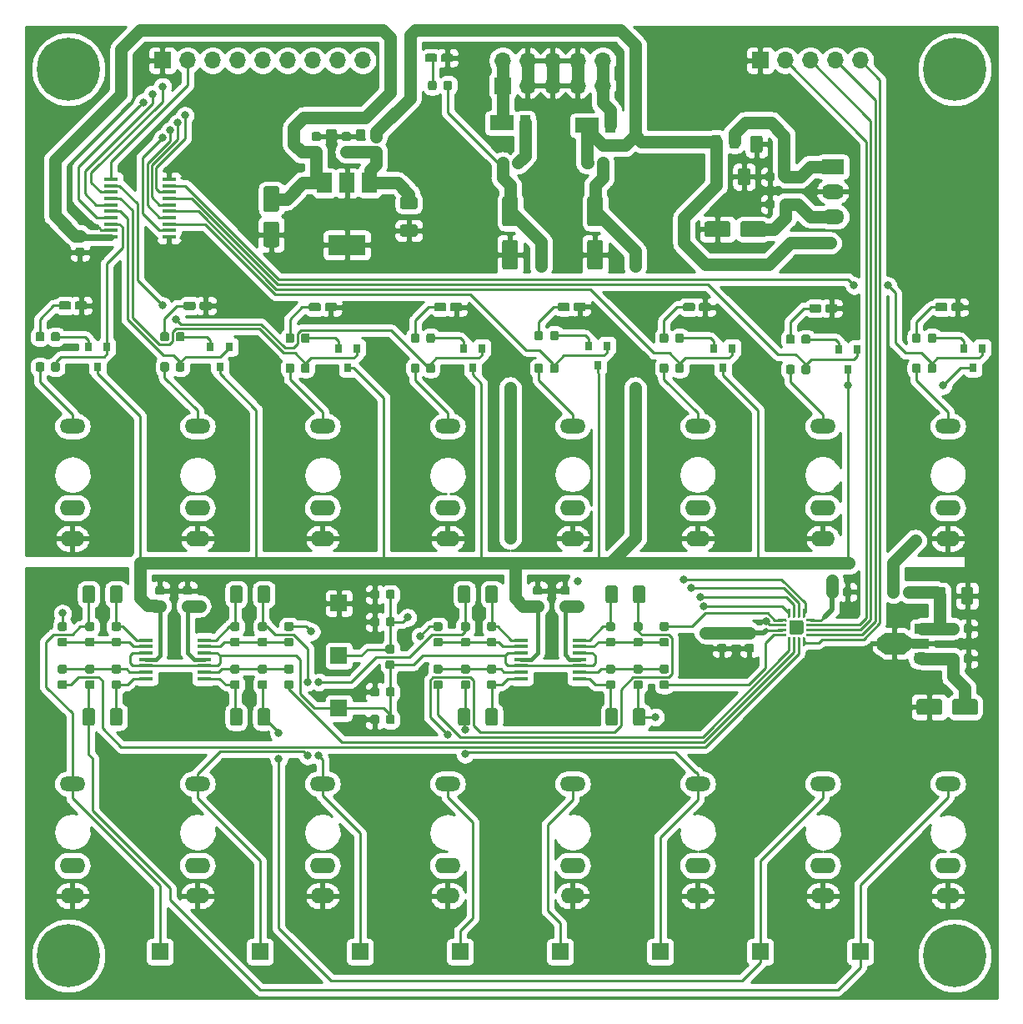
<source format=gbr>
G04 #@! TF.GenerationSoftware,KiCad,Pcbnew,(5.1.5)-3*
G04 #@! TF.CreationDate,2020-07-14T22:45:08+08:00*
G04 #@! TF.ProjectId,ProtoCV,50726f74-6f43-4562-9e6b-696361645f70,rev?*
G04 #@! TF.SameCoordinates,Original*
G04 #@! TF.FileFunction,Copper,L1,Top*
G04 #@! TF.FilePolarity,Positive*
%FSLAX46Y46*%
G04 Gerber Fmt 4.6, Leading zero omitted, Abs format (unit mm)*
G04 Created by KiCad (PCBNEW (5.1.5)-3) date 2020-07-14 22:45:08*
%MOMM*%
%LPD*%
G04 APERTURE LIST*
%ADD10C,0.100000*%
%ADD11C,0.600000*%
%ADD12R,1.700000X1.700000*%
%ADD13R,1.500000X2.000000*%
%ADD14R,3.800000X2.000000*%
%ADD15R,1.450000X0.450000*%
%ADD16R,1.840000X2.200000*%
%ADD17R,1.500000X1.000000*%
%ADD18R,1.800000X1.000000*%
%ADD19O,2.300000X1.500000*%
%ADD20R,2.300000X1.500000*%
%ADD21R,0.800000X0.900000*%
%ADD22O,2.600000X1.500000*%
%ADD23O,2.400000X1.600000*%
%ADD24O,2.600000X1.600000*%
%ADD25O,1.700000X1.700000*%
%ADD26C,0.800000*%
%ADD27C,6.400000*%
%ADD28R,1.050000X1.500000*%
%ADD29R,2.400000X1.500000*%
%ADD30C,0.250000*%
%ADD31C,1.270000*%
%ADD32C,0.381000*%
%ADD33C,0.254000*%
%ADD34C,0.508000*%
%ADD35C,0.635000*%
G04 APERTURE END LIST*
G04 #@! TA.AperFunction,SMDPad,CuDef*
D10*
G36*
X179431004Y-110951204D02*
G01*
X179455273Y-110954804D01*
X179479071Y-110960765D01*
X179502171Y-110969030D01*
X179524349Y-110979520D01*
X179545393Y-110992133D01*
X179565098Y-111006747D01*
X179583277Y-111023223D01*
X179599753Y-111041402D01*
X179614367Y-111061107D01*
X179626980Y-111082151D01*
X179637470Y-111104329D01*
X179645735Y-111127429D01*
X179651696Y-111151227D01*
X179655296Y-111175496D01*
X179656500Y-111200000D01*
X179656500Y-112150000D01*
X179655296Y-112174504D01*
X179651696Y-112198773D01*
X179645735Y-112222571D01*
X179637470Y-112245671D01*
X179626980Y-112267849D01*
X179614367Y-112288893D01*
X179599753Y-112308598D01*
X179583277Y-112326777D01*
X179565098Y-112343253D01*
X179545393Y-112357867D01*
X179524349Y-112370480D01*
X179502171Y-112380970D01*
X179479071Y-112389235D01*
X179455273Y-112395196D01*
X179431004Y-112398796D01*
X179406500Y-112400000D01*
X178456500Y-112400000D01*
X178431996Y-112398796D01*
X178407727Y-112395196D01*
X178383929Y-112389235D01*
X178360829Y-112380970D01*
X178338651Y-112370480D01*
X178317607Y-112357867D01*
X178297902Y-112343253D01*
X178279723Y-112326777D01*
X178263247Y-112308598D01*
X178248633Y-112288893D01*
X178236020Y-112267849D01*
X178225530Y-112245671D01*
X178217265Y-112222571D01*
X178211304Y-112198773D01*
X178207704Y-112174504D01*
X178206500Y-112150000D01*
X178206500Y-111200000D01*
X178207704Y-111175496D01*
X178211304Y-111151227D01*
X178217265Y-111127429D01*
X178225530Y-111104329D01*
X178236020Y-111082151D01*
X178248633Y-111061107D01*
X178263247Y-111041402D01*
X178279723Y-111023223D01*
X178297902Y-111006747D01*
X178317607Y-110992133D01*
X178338651Y-110979520D01*
X178360829Y-110969030D01*
X178383929Y-110960765D01*
X178407727Y-110954804D01*
X178431996Y-110951204D01*
X178456500Y-110950000D01*
X179406500Y-110950000D01*
X179431004Y-110951204D01*
G37*
G04 #@! TD.AperFunction*
D11*
X179356500Y-111250000D03*
X179356500Y-112100000D03*
X178506500Y-111250000D03*
X178506500Y-112100000D03*
G04 #@! TA.AperFunction,SMDPad,CuDef*
D10*
G36*
X179750126Y-109800301D02*
G01*
X179756193Y-109801201D01*
X179762143Y-109802691D01*
X179767918Y-109804758D01*
X179773462Y-109807380D01*
X179778723Y-109810533D01*
X179783650Y-109814187D01*
X179788194Y-109818306D01*
X179792313Y-109822850D01*
X179795967Y-109827777D01*
X179799120Y-109833038D01*
X179801742Y-109838582D01*
X179803809Y-109844357D01*
X179805299Y-109850307D01*
X179806199Y-109856374D01*
X179806500Y-109862500D01*
X179806500Y-110612500D01*
X179806199Y-110618626D01*
X179805299Y-110624693D01*
X179803809Y-110630643D01*
X179801742Y-110636418D01*
X179799120Y-110641962D01*
X179795967Y-110647223D01*
X179792313Y-110652150D01*
X179788194Y-110656694D01*
X179783650Y-110660813D01*
X179778723Y-110664467D01*
X179773462Y-110667620D01*
X179767918Y-110670242D01*
X179762143Y-110672309D01*
X179756193Y-110673799D01*
X179750126Y-110674699D01*
X179744000Y-110675000D01*
X179619000Y-110675000D01*
X179612874Y-110674699D01*
X179606807Y-110673799D01*
X179600857Y-110672309D01*
X179595082Y-110670242D01*
X179589538Y-110667620D01*
X179584277Y-110664467D01*
X179579350Y-110660813D01*
X179574806Y-110656694D01*
X179570687Y-110652150D01*
X179567033Y-110647223D01*
X179563880Y-110641962D01*
X179561258Y-110636418D01*
X179559191Y-110630643D01*
X179557701Y-110624693D01*
X179556801Y-110618626D01*
X179556500Y-110612500D01*
X179556500Y-109862500D01*
X179556801Y-109856374D01*
X179557701Y-109850307D01*
X179559191Y-109844357D01*
X179561258Y-109838582D01*
X179563880Y-109833038D01*
X179567033Y-109827777D01*
X179570687Y-109822850D01*
X179574806Y-109818306D01*
X179579350Y-109814187D01*
X179584277Y-109810533D01*
X179589538Y-109807380D01*
X179595082Y-109804758D01*
X179600857Y-109802691D01*
X179606807Y-109801201D01*
X179612874Y-109800301D01*
X179619000Y-109800000D01*
X179744000Y-109800000D01*
X179750126Y-109800301D01*
G37*
G04 #@! TD.AperFunction*
G04 #@! TA.AperFunction,SMDPad,CuDef*
G36*
X179250126Y-109800301D02*
G01*
X179256193Y-109801201D01*
X179262143Y-109802691D01*
X179267918Y-109804758D01*
X179273462Y-109807380D01*
X179278723Y-109810533D01*
X179283650Y-109814187D01*
X179288194Y-109818306D01*
X179292313Y-109822850D01*
X179295967Y-109827777D01*
X179299120Y-109833038D01*
X179301742Y-109838582D01*
X179303809Y-109844357D01*
X179305299Y-109850307D01*
X179306199Y-109856374D01*
X179306500Y-109862500D01*
X179306500Y-110612500D01*
X179306199Y-110618626D01*
X179305299Y-110624693D01*
X179303809Y-110630643D01*
X179301742Y-110636418D01*
X179299120Y-110641962D01*
X179295967Y-110647223D01*
X179292313Y-110652150D01*
X179288194Y-110656694D01*
X179283650Y-110660813D01*
X179278723Y-110664467D01*
X179273462Y-110667620D01*
X179267918Y-110670242D01*
X179262143Y-110672309D01*
X179256193Y-110673799D01*
X179250126Y-110674699D01*
X179244000Y-110675000D01*
X179119000Y-110675000D01*
X179112874Y-110674699D01*
X179106807Y-110673799D01*
X179100857Y-110672309D01*
X179095082Y-110670242D01*
X179089538Y-110667620D01*
X179084277Y-110664467D01*
X179079350Y-110660813D01*
X179074806Y-110656694D01*
X179070687Y-110652150D01*
X179067033Y-110647223D01*
X179063880Y-110641962D01*
X179061258Y-110636418D01*
X179059191Y-110630643D01*
X179057701Y-110624693D01*
X179056801Y-110618626D01*
X179056500Y-110612500D01*
X179056500Y-109862500D01*
X179056801Y-109856374D01*
X179057701Y-109850307D01*
X179059191Y-109844357D01*
X179061258Y-109838582D01*
X179063880Y-109833038D01*
X179067033Y-109827777D01*
X179070687Y-109822850D01*
X179074806Y-109818306D01*
X179079350Y-109814187D01*
X179084277Y-109810533D01*
X179089538Y-109807380D01*
X179095082Y-109804758D01*
X179100857Y-109802691D01*
X179106807Y-109801201D01*
X179112874Y-109800301D01*
X179119000Y-109800000D01*
X179244000Y-109800000D01*
X179250126Y-109800301D01*
G37*
G04 #@! TD.AperFunction*
G04 #@! TA.AperFunction,SMDPad,CuDef*
G36*
X178750126Y-109800301D02*
G01*
X178756193Y-109801201D01*
X178762143Y-109802691D01*
X178767918Y-109804758D01*
X178773462Y-109807380D01*
X178778723Y-109810533D01*
X178783650Y-109814187D01*
X178788194Y-109818306D01*
X178792313Y-109822850D01*
X178795967Y-109827777D01*
X178799120Y-109833038D01*
X178801742Y-109838582D01*
X178803809Y-109844357D01*
X178805299Y-109850307D01*
X178806199Y-109856374D01*
X178806500Y-109862500D01*
X178806500Y-110612500D01*
X178806199Y-110618626D01*
X178805299Y-110624693D01*
X178803809Y-110630643D01*
X178801742Y-110636418D01*
X178799120Y-110641962D01*
X178795967Y-110647223D01*
X178792313Y-110652150D01*
X178788194Y-110656694D01*
X178783650Y-110660813D01*
X178778723Y-110664467D01*
X178773462Y-110667620D01*
X178767918Y-110670242D01*
X178762143Y-110672309D01*
X178756193Y-110673799D01*
X178750126Y-110674699D01*
X178744000Y-110675000D01*
X178619000Y-110675000D01*
X178612874Y-110674699D01*
X178606807Y-110673799D01*
X178600857Y-110672309D01*
X178595082Y-110670242D01*
X178589538Y-110667620D01*
X178584277Y-110664467D01*
X178579350Y-110660813D01*
X178574806Y-110656694D01*
X178570687Y-110652150D01*
X178567033Y-110647223D01*
X178563880Y-110641962D01*
X178561258Y-110636418D01*
X178559191Y-110630643D01*
X178557701Y-110624693D01*
X178556801Y-110618626D01*
X178556500Y-110612500D01*
X178556500Y-109862500D01*
X178556801Y-109856374D01*
X178557701Y-109850307D01*
X178559191Y-109844357D01*
X178561258Y-109838582D01*
X178563880Y-109833038D01*
X178567033Y-109827777D01*
X178570687Y-109822850D01*
X178574806Y-109818306D01*
X178579350Y-109814187D01*
X178584277Y-109810533D01*
X178589538Y-109807380D01*
X178595082Y-109804758D01*
X178600857Y-109802691D01*
X178606807Y-109801201D01*
X178612874Y-109800301D01*
X178619000Y-109800000D01*
X178744000Y-109800000D01*
X178750126Y-109800301D01*
G37*
G04 #@! TD.AperFunction*
G04 #@! TA.AperFunction,SMDPad,CuDef*
G36*
X178250126Y-109800301D02*
G01*
X178256193Y-109801201D01*
X178262143Y-109802691D01*
X178267918Y-109804758D01*
X178273462Y-109807380D01*
X178278723Y-109810533D01*
X178283650Y-109814187D01*
X178288194Y-109818306D01*
X178292313Y-109822850D01*
X178295967Y-109827777D01*
X178299120Y-109833038D01*
X178301742Y-109838582D01*
X178303809Y-109844357D01*
X178305299Y-109850307D01*
X178306199Y-109856374D01*
X178306500Y-109862500D01*
X178306500Y-110612500D01*
X178306199Y-110618626D01*
X178305299Y-110624693D01*
X178303809Y-110630643D01*
X178301742Y-110636418D01*
X178299120Y-110641962D01*
X178295967Y-110647223D01*
X178292313Y-110652150D01*
X178288194Y-110656694D01*
X178283650Y-110660813D01*
X178278723Y-110664467D01*
X178273462Y-110667620D01*
X178267918Y-110670242D01*
X178262143Y-110672309D01*
X178256193Y-110673799D01*
X178250126Y-110674699D01*
X178244000Y-110675000D01*
X178119000Y-110675000D01*
X178112874Y-110674699D01*
X178106807Y-110673799D01*
X178100857Y-110672309D01*
X178095082Y-110670242D01*
X178089538Y-110667620D01*
X178084277Y-110664467D01*
X178079350Y-110660813D01*
X178074806Y-110656694D01*
X178070687Y-110652150D01*
X178067033Y-110647223D01*
X178063880Y-110641962D01*
X178061258Y-110636418D01*
X178059191Y-110630643D01*
X178057701Y-110624693D01*
X178056801Y-110618626D01*
X178056500Y-110612500D01*
X178056500Y-109862500D01*
X178056801Y-109856374D01*
X178057701Y-109850307D01*
X178059191Y-109844357D01*
X178061258Y-109838582D01*
X178063880Y-109833038D01*
X178067033Y-109827777D01*
X178070687Y-109822850D01*
X178074806Y-109818306D01*
X178079350Y-109814187D01*
X178084277Y-109810533D01*
X178089538Y-109807380D01*
X178095082Y-109804758D01*
X178100857Y-109802691D01*
X178106807Y-109801201D01*
X178112874Y-109800301D01*
X178119000Y-109800000D01*
X178244000Y-109800000D01*
X178250126Y-109800301D01*
G37*
G04 #@! TD.AperFunction*
G04 #@! TA.AperFunction,SMDPad,CuDef*
G36*
X177875126Y-110800301D02*
G01*
X177881193Y-110801201D01*
X177887143Y-110802691D01*
X177892918Y-110804758D01*
X177898462Y-110807380D01*
X177903723Y-110810533D01*
X177908650Y-110814187D01*
X177913194Y-110818306D01*
X177917313Y-110822850D01*
X177920967Y-110827777D01*
X177924120Y-110833038D01*
X177926742Y-110838582D01*
X177928809Y-110844357D01*
X177930299Y-110850307D01*
X177931199Y-110856374D01*
X177931500Y-110862500D01*
X177931500Y-110987500D01*
X177931199Y-110993626D01*
X177930299Y-110999693D01*
X177928809Y-111005643D01*
X177926742Y-111011418D01*
X177924120Y-111016962D01*
X177920967Y-111022223D01*
X177917313Y-111027150D01*
X177913194Y-111031694D01*
X177908650Y-111035813D01*
X177903723Y-111039467D01*
X177898462Y-111042620D01*
X177892918Y-111045242D01*
X177887143Y-111047309D01*
X177881193Y-111048799D01*
X177875126Y-111049699D01*
X177869000Y-111050000D01*
X177119000Y-111050000D01*
X177112874Y-111049699D01*
X177106807Y-111048799D01*
X177100857Y-111047309D01*
X177095082Y-111045242D01*
X177089538Y-111042620D01*
X177084277Y-111039467D01*
X177079350Y-111035813D01*
X177074806Y-111031694D01*
X177070687Y-111027150D01*
X177067033Y-111022223D01*
X177063880Y-111016962D01*
X177061258Y-111011418D01*
X177059191Y-111005643D01*
X177057701Y-110999693D01*
X177056801Y-110993626D01*
X177056500Y-110987500D01*
X177056500Y-110862500D01*
X177056801Y-110856374D01*
X177057701Y-110850307D01*
X177059191Y-110844357D01*
X177061258Y-110838582D01*
X177063880Y-110833038D01*
X177067033Y-110827777D01*
X177070687Y-110822850D01*
X177074806Y-110818306D01*
X177079350Y-110814187D01*
X177084277Y-110810533D01*
X177089538Y-110807380D01*
X177095082Y-110804758D01*
X177100857Y-110802691D01*
X177106807Y-110801201D01*
X177112874Y-110800301D01*
X177119000Y-110800000D01*
X177869000Y-110800000D01*
X177875126Y-110800301D01*
G37*
G04 #@! TD.AperFunction*
G04 #@! TA.AperFunction,SMDPad,CuDef*
G36*
X177875126Y-111300301D02*
G01*
X177881193Y-111301201D01*
X177887143Y-111302691D01*
X177892918Y-111304758D01*
X177898462Y-111307380D01*
X177903723Y-111310533D01*
X177908650Y-111314187D01*
X177913194Y-111318306D01*
X177917313Y-111322850D01*
X177920967Y-111327777D01*
X177924120Y-111333038D01*
X177926742Y-111338582D01*
X177928809Y-111344357D01*
X177930299Y-111350307D01*
X177931199Y-111356374D01*
X177931500Y-111362500D01*
X177931500Y-111487500D01*
X177931199Y-111493626D01*
X177930299Y-111499693D01*
X177928809Y-111505643D01*
X177926742Y-111511418D01*
X177924120Y-111516962D01*
X177920967Y-111522223D01*
X177917313Y-111527150D01*
X177913194Y-111531694D01*
X177908650Y-111535813D01*
X177903723Y-111539467D01*
X177898462Y-111542620D01*
X177892918Y-111545242D01*
X177887143Y-111547309D01*
X177881193Y-111548799D01*
X177875126Y-111549699D01*
X177869000Y-111550000D01*
X177119000Y-111550000D01*
X177112874Y-111549699D01*
X177106807Y-111548799D01*
X177100857Y-111547309D01*
X177095082Y-111545242D01*
X177089538Y-111542620D01*
X177084277Y-111539467D01*
X177079350Y-111535813D01*
X177074806Y-111531694D01*
X177070687Y-111527150D01*
X177067033Y-111522223D01*
X177063880Y-111516962D01*
X177061258Y-111511418D01*
X177059191Y-111505643D01*
X177057701Y-111499693D01*
X177056801Y-111493626D01*
X177056500Y-111487500D01*
X177056500Y-111362500D01*
X177056801Y-111356374D01*
X177057701Y-111350307D01*
X177059191Y-111344357D01*
X177061258Y-111338582D01*
X177063880Y-111333038D01*
X177067033Y-111327777D01*
X177070687Y-111322850D01*
X177074806Y-111318306D01*
X177079350Y-111314187D01*
X177084277Y-111310533D01*
X177089538Y-111307380D01*
X177095082Y-111304758D01*
X177100857Y-111302691D01*
X177106807Y-111301201D01*
X177112874Y-111300301D01*
X177119000Y-111300000D01*
X177869000Y-111300000D01*
X177875126Y-111300301D01*
G37*
G04 #@! TD.AperFunction*
G04 #@! TA.AperFunction,SMDPad,CuDef*
G36*
X177875126Y-111800301D02*
G01*
X177881193Y-111801201D01*
X177887143Y-111802691D01*
X177892918Y-111804758D01*
X177898462Y-111807380D01*
X177903723Y-111810533D01*
X177908650Y-111814187D01*
X177913194Y-111818306D01*
X177917313Y-111822850D01*
X177920967Y-111827777D01*
X177924120Y-111833038D01*
X177926742Y-111838582D01*
X177928809Y-111844357D01*
X177930299Y-111850307D01*
X177931199Y-111856374D01*
X177931500Y-111862500D01*
X177931500Y-111987500D01*
X177931199Y-111993626D01*
X177930299Y-111999693D01*
X177928809Y-112005643D01*
X177926742Y-112011418D01*
X177924120Y-112016962D01*
X177920967Y-112022223D01*
X177917313Y-112027150D01*
X177913194Y-112031694D01*
X177908650Y-112035813D01*
X177903723Y-112039467D01*
X177898462Y-112042620D01*
X177892918Y-112045242D01*
X177887143Y-112047309D01*
X177881193Y-112048799D01*
X177875126Y-112049699D01*
X177869000Y-112050000D01*
X177119000Y-112050000D01*
X177112874Y-112049699D01*
X177106807Y-112048799D01*
X177100857Y-112047309D01*
X177095082Y-112045242D01*
X177089538Y-112042620D01*
X177084277Y-112039467D01*
X177079350Y-112035813D01*
X177074806Y-112031694D01*
X177070687Y-112027150D01*
X177067033Y-112022223D01*
X177063880Y-112016962D01*
X177061258Y-112011418D01*
X177059191Y-112005643D01*
X177057701Y-111999693D01*
X177056801Y-111993626D01*
X177056500Y-111987500D01*
X177056500Y-111862500D01*
X177056801Y-111856374D01*
X177057701Y-111850307D01*
X177059191Y-111844357D01*
X177061258Y-111838582D01*
X177063880Y-111833038D01*
X177067033Y-111827777D01*
X177070687Y-111822850D01*
X177074806Y-111818306D01*
X177079350Y-111814187D01*
X177084277Y-111810533D01*
X177089538Y-111807380D01*
X177095082Y-111804758D01*
X177100857Y-111802691D01*
X177106807Y-111801201D01*
X177112874Y-111800301D01*
X177119000Y-111800000D01*
X177869000Y-111800000D01*
X177875126Y-111800301D01*
G37*
G04 #@! TD.AperFunction*
G04 #@! TA.AperFunction,SMDPad,CuDef*
G36*
X177875126Y-112300301D02*
G01*
X177881193Y-112301201D01*
X177887143Y-112302691D01*
X177892918Y-112304758D01*
X177898462Y-112307380D01*
X177903723Y-112310533D01*
X177908650Y-112314187D01*
X177913194Y-112318306D01*
X177917313Y-112322850D01*
X177920967Y-112327777D01*
X177924120Y-112333038D01*
X177926742Y-112338582D01*
X177928809Y-112344357D01*
X177930299Y-112350307D01*
X177931199Y-112356374D01*
X177931500Y-112362500D01*
X177931500Y-112487500D01*
X177931199Y-112493626D01*
X177930299Y-112499693D01*
X177928809Y-112505643D01*
X177926742Y-112511418D01*
X177924120Y-112516962D01*
X177920967Y-112522223D01*
X177917313Y-112527150D01*
X177913194Y-112531694D01*
X177908650Y-112535813D01*
X177903723Y-112539467D01*
X177898462Y-112542620D01*
X177892918Y-112545242D01*
X177887143Y-112547309D01*
X177881193Y-112548799D01*
X177875126Y-112549699D01*
X177869000Y-112550000D01*
X177119000Y-112550000D01*
X177112874Y-112549699D01*
X177106807Y-112548799D01*
X177100857Y-112547309D01*
X177095082Y-112545242D01*
X177089538Y-112542620D01*
X177084277Y-112539467D01*
X177079350Y-112535813D01*
X177074806Y-112531694D01*
X177070687Y-112527150D01*
X177067033Y-112522223D01*
X177063880Y-112516962D01*
X177061258Y-112511418D01*
X177059191Y-112505643D01*
X177057701Y-112499693D01*
X177056801Y-112493626D01*
X177056500Y-112487500D01*
X177056500Y-112362500D01*
X177056801Y-112356374D01*
X177057701Y-112350307D01*
X177059191Y-112344357D01*
X177061258Y-112338582D01*
X177063880Y-112333038D01*
X177067033Y-112327777D01*
X177070687Y-112322850D01*
X177074806Y-112318306D01*
X177079350Y-112314187D01*
X177084277Y-112310533D01*
X177089538Y-112307380D01*
X177095082Y-112304758D01*
X177100857Y-112302691D01*
X177106807Y-112301201D01*
X177112874Y-112300301D01*
X177119000Y-112300000D01*
X177869000Y-112300000D01*
X177875126Y-112300301D01*
G37*
G04 #@! TD.AperFunction*
G04 #@! TA.AperFunction,SMDPad,CuDef*
G36*
X178250126Y-112675301D02*
G01*
X178256193Y-112676201D01*
X178262143Y-112677691D01*
X178267918Y-112679758D01*
X178273462Y-112682380D01*
X178278723Y-112685533D01*
X178283650Y-112689187D01*
X178288194Y-112693306D01*
X178292313Y-112697850D01*
X178295967Y-112702777D01*
X178299120Y-112708038D01*
X178301742Y-112713582D01*
X178303809Y-112719357D01*
X178305299Y-112725307D01*
X178306199Y-112731374D01*
X178306500Y-112737500D01*
X178306500Y-113487500D01*
X178306199Y-113493626D01*
X178305299Y-113499693D01*
X178303809Y-113505643D01*
X178301742Y-113511418D01*
X178299120Y-113516962D01*
X178295967Y-113522223D01*
X178292313Y-113527150D01*
X178288194Y-113531694D01*
X178283650Y-113535813D01*
X178278723Y-113539467D01*
X178273462Y-113542620D01*
X178267918Y-113545242D01*
X178262143Y-113547309D01*
X178256193Y-113548799D01*
X178250126Y-113549699D01*
X178244000Y-113550000D01*
X178119000Y-113550000D01*
X178112874Y-113549699D01*
X178106807Y-113548799D01*
X178100857Y-113547309D01*
X178095082Y-113545242D01*
X178089538Y-113542620D01*
X178084277Y-113539467D01*
X178079350Y-113535813D01*
X178074806Y-113531694D01*
X178070687Y-113527150D01*
X178067033Y-113522223D01*
X178063880Y-113516962D01*
X178061258Y-113511418D01*
X178059191Y-113505643D01*
X178057701Y-113499693D01*
X178056801Y-113493626D01*
X178056500Y-113487500D01*
X178056500Y-112737500D01*
X178056801Y-112731374D01*
X178057701Y-112725307D01*
X178059191Y-112719357D01*
X178061258Y-112713582D01*
X178063880Y-112708038D01*
X178067033Y-112702777D01*
X178070687Y-112697850D01*
X178074806Y-112693306D01*
X178079350Y-112689187D01*
X178084277Y-112685533D01*
X178089538Y-112682380D01*
X178095082Y-112679758D01*
X178100857Y-112677691D01*
X178106807Y-112676201D01*
X178112874Y-112675301D01*
X178119000Y-112675000D01*
X178244000Y-112675000D01*
X178250126Y-112675301D01*
G37*
G04 #@! TD.AperFunction*
G04 #@! TA.AperFunction,SMDPad,CuDef*
G36*
X178750126Y-112675301D02*
G01*
X178756193Y-112676201D01*
X178762143Y-112677691D01*
X178767918Y-112679758D01*
X178773462Y-112682380D01*
X178778723Y-112685533D01*
X178783650Y-112689187D01*
X178788194Y-112693306D01*
X178792313Y-112697850D01*
X178795967Y-112702777D01*
X178799120Y-112708038D01*
X178801742Y-112713582D01*
X178803809Y-112719357D01*
X178805299Y-112725307D01*
X178806199Y-112731374D01*
X178806500Y-112737500D01*
X178806500Y-113487500D01*
X178806199Y-113493626D01*
X178805299Y-113499693D01*
X178803809Y-113505643D01*
X178801742Y-113511418D01*
X178799120Y-113516962D01*
X178795967Y-113522223D01*
X178792313Y-113527150D01*
X178788194Y-113531694D01*
X178783650Y-113535813D01*
X178778723Y-113539467D01*
X178773462Y-113542620D01*
X178767918Y-113545242D01*
X178762143Y-113547309D01*
X178756193Y-113548799D01*
X178750126Y-113549699D01*
X178744000Y-113550000D01*
X178619000Y-113550000D01*
X178612874Y-113549699D01*
X178606807Y-113548799D01*
X178600857Y-113547309D01*
X178595082Y-113545242D01*
X178589538Y-113542620D01*
X178584277Y-113539467D01*
X178579350Y-113535813D01*
X178574806Y-113531694D01*
X178570687Y-113527150D01*
X178567033Y-113522223D01*
X178563880Y-113516962D01*
X178561258Y-113511418D01*
X178559191Y-113505643D01*
X178557701Y-113499693D01*
X178556801Y-113493626D01*
X178556500Y-113487500D01*
X178556500Y-112737500D01*
X178556801Y-112731374D01*
X178557701Y-112725307D01*
X178559191Y-112719357D01*
X178561258Y-112713582D01*
X178563880Y-112708038D01*
X178567033Y-112702777D01*
X178570687Y-112697850D01*
X178574806Y-112693306D01*
X178579350Y-112689187D01*
X178584277Y-112685533D01*
X178589538Y-112682380D01*
X178595082Y-112679758D01*
X178600857Y-112677691D01*
X178606807Y-112676201D01*
X178612874Y-112675301D01*
X178619000Y-112675000D01*
X178744000Y-112675000D01*
X178750126Y-112675301D01*
G37*
G04 #@! TD.AperFunction*
G04 #@! TA.AperFunction,SMDPad,CuDef*
G36*
X179250126Y-112675301D02*
G01*
X179256193Y-112676201D01*
X179262143Y-112677691D01*
X179267918Y-112679758D01*
X179273462Y-112682380D01*
X179278723Y-112685533D01*
X179283650Y-112689187D01*
X179288194Y-112693306D01*
X179292313Y-112697850D01*
X179295967Y-112702777D01*
X179299120Y-112708038D01*
X179301742Y-112713582D01*
X179303809Y-112719357D01*
X179305299Y-112725307D01*
X179306199Y-112731374D01*
X179306500Y-112737500D01*
X179306500Y-113487500D01*
X179306199Y-113493626D01*
X179305299Y-113499693D01*
X179303809Y-113505643D01*
X179301742Y-113511418D01*
X179299120Y-113516962D01*
X179295967Y-113522223D01*
X179292313Y-113527150D01*
X179288194Y-113531694D01*
X179283650Y-113535813D01*
X179278723Y-113539467D01*
X179273462Y-113542620D01*
X179267918Y-113545242D01*
X179262143Y-113547309D01*
X179256193Y-113548799D01*
X179250126Y-113549699D01*
X179244000Y-113550000D01*
X179119000Y-113550000D01*
X179112874Y-113549699D01*
X179106807Y-113548799D01*
X179100857Y-113547309D01*
X179095082Y-113545242D01*
X179089538Y-113542620D01*
X179084277Y-113539467D01*
X179079350Y-113535813D01*
X179074806Y-113531694D01*
X179070687Y-113527150D01*
X179067033Y-113522223D01*
X179063880Y-113516962D01*
X179061258Y-113511418D01*
X179059191Y-113505643D01*
X179057701Y-113499693D01*
X179056801Y-113493626D01*
X179056500Y-113487500D01*
X179056500Y-112737500D01*
X179056801Y-112731374D01*
X179057701Y-112725307D01*
X179059191Y-112719357D01*
X179061258Y-112713582D01*
X179063880Y-112708038D01*
X179067033Y-112702777D01*
X179070687Y-112697850D01*
X179074806Y-112693306D01*
X179079350Y-112689187D01*
X179084277Y-112685533D01*
X179089538Y-112682380D01*
X179095082Y-112679758D01*
X179100857Y-112677691D01*
X179106807Y-112676201D01*
X179112874Y-112675301D01*
X179119000Y-112675000D01*
X179244000Y-112675000D01*
X179250126Y-112675301D01*
G37*
G04 #@! TD.AperFunction*
G04 #@! TA.AperFunction,SMDPad,CuDef*
G36*
X179750126Y-112675301D02*
G01*
X179756193Y-112676201D01*
X179762143Y-112677691D01*
X179767918Y-112679758D01*
X179773462Y-112682380D01*
X179778723Y-112685533D01*
X179783650Y-112689187D01*
X179788194Y-112693306D01*
X179792313Y-112697850D01*
X179795967Y-112702777D01*
X179799120Y-112708038D01*
X179801742Y-112713582D01*
X179803809Y-112719357D01*
X179805299Y-112725307D01*
X179806199Y-112731374D01*
X179806500Y-112737500D01*
X179806500Y-113487500D01*
X179806199Y-113493626D01*
X179805299Y-113499693D01*
X179803809Y-113505643D01*
X179801742Y-113511418D01*
X179799120Y-113516962D01*
X179795967Y-113522223D01*
X179792313Y-113527150D01*
X179788194Y-113531694D01*
X179783650Y-113535813D01*
X179778723Y-113539467D01*
X179773462Y-113542620D01*
X179767918Y-113545242D01*
X179762143Y-113547309D01*
X179756193Y-113548799D01*
X179750126Y-113549699D01*
X179744000Y-113550000D01*
X179619000Y-113550000D01*
X179612874Y-113549699D01*
X179606807Y-113548799D01*
X179600857Y-113547309D01*
X179595082Y-113545242D01*
X179589538Y-113542620D01*
X179584277Y-113539467D01*
X179579350Y-113535813D01*
X179574806Y-113531694D01*
X179570687Y-113527150D01*
X179567033Y-113522223D01*
X179563880Y-113516962D01*
X179561258Y-113511418D01*
X179559191Y-113505643D01*
X179557701Y-113499693D01*
X179556801Y-113493626D01*
X179556500Y-113487500D01*
X179556500Y-112737500D01*
X179556801Y-112731374D01*
X179557701Y-112725307D01*
X179559191Y-112719357D01*
X179561258Y-112713582D01*
X179563880Y-112708038D01*
X179567033Y-112702777D01*
X179570687Y-112697850D01*
X179574806Y-112693306D01*
X179579350Y-112689187D01*
X179584277Y-112685533D01*
X179589538Y-112682380D01*
X179595082Y-112679758D01*
X179600857Y-112677691D01*
X179606807Y-112676201D01*
X179612874Y-112675301D01*
X179619000Y-112675000D01*
X179744000Y-112675000D01*
X179750126Y-112675301D01*
G37*
G04 #@! TD.AperFunction*
G04 #@! TA.AperFunction,SMDPad,CuDef*
G36*
X180750126Y-112300301D02*
G01*
X180756193Y-112301201D01*
X180762143Y-112302691D01*
X180767918Y-112304758D01*
X180773462Y-112307380D01*
X180778723Y-112310533D01*
X180783650Y-112314187D01*
X180788194Y-112318306D01*
X180792313Y-112322850D01*
X180795967Y-112327777D01*
X180799120Y-112333038D01*
X180801742Y-112338582D01*
X180803809Y-112344357D01*
X180805299Y-112350307D01*
X180806199Y-112356374D01*
X180806500Y-112362500D01*
X180806500Y-112487500D01*
X180806199Y-112493626D01*
X180805299Y-112499693D01*
X180803809Y-112505643D01*
X180801742Y-112511418D01*
X180799120Y-112516962D01*
X180795967Y-112522223D01*
X180792313Y-112527150D01*
X180788194Y-112531694D01*
X180783650Y-112535813D01*
X180778723Y-112539467D01*
X180773462Y-112542620D01*
X180767918Y-112545242D01*
X180762143Y-112547309D01*
X180756193Y-112548799D01*
X180750126Y-112549699D01*
X180744000Y-112550000D01*
X179994000Y-112550000D01*
X179987874Y-112549699D01*
X179981807Y-112548799D01*
X179975857Y-112547309D01*
X179970082Y-112545242D01*
X179964538Y-112542620D01*
X179959277Y-112539467D01*
X179954350Y-112535813D01*
X179949806Y-112531694D01*
X179945687Y-112527150D01*
X179942033Y-112522223D01*
X179938880Y-112516962D01*
X179936258Y-112511418D01*
X179934191Y-112505643D01*
X179932701Y-112499693D01*
X179931801Y-112493626D01*
X179931500Y-112487500D01*
X179931500Y-112362500D01*
X179931801Y-112356374D01*
X179932701Y-112350307D01*
X179934191Y-112344357D01*
X179936258Y-112338582D01*
X179938880Y-112333038D01*
X179942033Y-112327777D01*
X179945687Y-112322850D01*
X179949806Y-112318306D01*
X179954350Y-112314187D01*
X179959277Y-112310533D01*
X179964538Y-112307380D01*
X179970082Y-112304758D01*
X179975857Y-112302691D01*
X179981807Y-112301201D01*
X179987874Y-112300301D01*
X179994000Y-112300000D01*
X180744000Y-112300000D01*
X180750126Y-112300301D01*
G37*
G04 #@! TD.AperFunction*
G04 #@! TA.AperFunction,SMDPad,CuDef*
G36*
X180750126Y-111800301D02*
G01*
X180756193Y-111801201D01*
X180762143Y-111802691D01*
X180767918Y-111804758D01*
X180773462Y-111807380D01*
X180778723Y-111810533D01*
X180783650Y-111814187D01*
X180788194Y-111818306D01*
X180792313Y-111822850D01*
X180795967Y-111827777D01*
X180799120Y-111833038D01*
X180801742Y-111838582D01*
X180803809Y-111844357D01*
X180805299Y-111850307D01*
X180806199Y-111856374D01*
X180806500Y-111862500D01*
X180806500Y-111987500D01*
X180806199Y-111993626D01*
X180805299Y-111999693D01*
X180803809Y-112005643D01*
X180801742Y-112011418D01*
X180799120Y-112016962D01*
X180795967Y-112022223D01*
X180792313Y-112027150D01*
X180788194Y-112031694D01*
X180783650Y-112035813D01*
X180778723Y-112039467D01*
X180773462Y-112042620D01*
X180767918Y-112045242D01*
X180762143Y-112047309D01*
X180756193Y-112048799D01*
X180750126Y-112049699D01*
X180744000Y-112050000D01*
X179994000Y-112050000D01*
X179987874Y-112049699D01*
X179981807Y-112048799D01*
X179975857Y-112047309D01*
X179970082Y-112045242D01*
X179964538Y-112042620D01*
X179959277Y-112039467D01*
X179954350Y-112035813D01*
X179949806Y-112031694D01*
X179945687Y-112027150D01*
X179942033Y-112022223D01*
X179938880Y-112016962D01*
X179936258Y-112011418D01*
X179934191Y-112005643D01*
X179932701Y-111999693D01*
X179931801Y-111993626D01*
X179931500Y-111987500D01*
X179931500Y-111862500D01*
X179931801Y-111856374D01*
X179932701Y-111850307D01*
X179934191Y-111844357D01*
X179936258Y-111838582D01*
X179938880Y-111833038D01*
X179942033Y-111827777D01*
X179945687Y-111822850D01*
X179949806Y-111818306D01*
X179954350Y-111814187D01*
X179959277Y-111810533D01*
X179964538Y-111807380D01*
X179970082Y-111804758D01*
X179975857Y-111802691D01*
X179981807Y-111801201D01*
X179987874Y-111800301D01*
X179994000Y-111800000D01*
X180744000Y-111800000D01*
X180750126Y-111800301D01*
G37*
G04 #@! TD.AperFunction*
G04 #@! TA.AperFunction,SMDPad,CuDef*
G36*
X180750126Y-111300301D02*
G01*
X180756193Y-111301201D01*
X180762143Y-111302691D01*
X180767918Y-111304758D01*
X180773462Y-111307380D01*
X180778723Y-111310533D01*
X180783650Y-111314187D01*
X180788194Y-111318306D01*
X180792313Y-111322850D01*
X180795967Y-111327777D01*
X180799120Y-111333038D01*
X180801742Y-111338582D01*
X180803809Y-111344357D01*
X180805299Y-111350307D01*
X180806199Y-111356374D01*
X180806500Y-111362500D01*
X180806500Y-111487500D01*
X180806199Y-111493626D01*
X180805299Y-111499693D01*
X180803809Y-111505643D01*
X180801742Y-111511418D01*
X180799120Y-111516962D01*
X180795967Y-111522223D01*
X180792313Y-111527150D01*
X180788194Y-111531694D01*
X180783650Y-111535813D01*
X180778723Y-111539467D01*
X180773462Y-111542620D01*
X180767918Y-111545242D01*
X180762143Y-111547309D01*
X180756193Y-111548799D01*
X180750126Y-111549699D01*
X180744000Y-111550000D01*
X179994000Y-111550000D01*
X179987874Y-111549699D01*
X179981807Y-111548799D01*
X179975857Y-111547309D01*
X179970082Y-111545242D01*
X179964538Y-111542620D01*
X179959277Y-111539467D01*
X179954350Y-111535813D01*
X179949806Y-111531694D01*
X179945687Y-111527150D01*
X179942033Y-111522223D01*
X179938880Y-111516962D01*
X179936258Y-111511418D01*
X179934191Y-111505643D01*
X179932701Y-111499693D01*
X179931801Y-111493626D01*
X179931500Y-111487500D01*
X179931500Y-111362500D01*
X179931801Y-111356374D01*
X179932701Y-111350307D01*
X179934191Y-111344357D01*
X179936258Y-111338582D01*
X179938880Y-111333038D01*
X179942033Y-111327777D01*
X179945687Y-111322850D01*
X179949806Y-111318306D01*
X179954350Y-111314187D01*
X179959277Y-111310533D01*
X179964538Y-111307380D01*
X179970082Y-111304758D01*
X179975857Y-111302691D01*
X179981807Y-111301201D01*
X179987874Y-111300301D01*
X179994000Y-111300000D01*
X180744000Y-111300000D01*
X180750126Y-111300301D01*
G37*
G04 #@! TD.AperFunction*
G04 #@! TA.AperFunction,SMDPad,CuDef*
G36*
X180750126Y-110800301D02*
G01*
X180756193Y-110801201D01*
X180762143Y-110802691D01*
X180767918Y-110804758D01*
X180773462Y-110807380D01*
X180778723Y-110810533D01*
X180783650Y-110814187D01*
X180788194Y-110818306D01*
X180792313Y-110822850D01*
X180795967Y-110827777D01*
X180799120Y-110833038D01*
X180801742Y-110838582D01*
X180803809Y-110844357D01*
X180805299Y-110850307D01*
X180806199Y-110856374D01*
X180806500Y-110862500D01*
X180806500Y-110987500D01*
X180806199Y-110993626D01*
X180805299Y-110999693D01*
X180803809Y-111005643D01*
X180801742Y-111011418D01*
X180799120Y-111016962D01*
X180795967Y-111022223D01*
X180792313Y-111027150D01*
X180788194Y-111031694D01*
X180783650Y-111035813D01*
X180778723Y-111039467D01*
X180773462Y-111042620D01*
X180767918Y-111045242D01*
X180762143Y-111047309D01*
X180756193Y-111048799D01*
X180750126Y-111049699D01*
X180744000Y-111050000D01*
X179994000Y-111050000D01*
X179987874Y-111049699D01*
X179981807Y-111048799D01*
X179975857Y-111047309D01*
X179970082Y-111045242D01*
X179964538Y-111042620D01*
X179959277Y-111039467D01*
X179954350Y-111035813D01*
X179949806Y-111031694D01*
X179945687Y-111027150D01*
X179942033Y-111022223D01*
X179938880Y-111016962D01*
X179936258Y-111011418D01*
X179934191Y-111005643D01*
X179932701Y-110999693D01*
X179931801Y-110993626D01*
X179931500Y-110987500D01*
X179931500Y-110862500D01*
X179931801Y-110856374D01*
X179932701Y-110850307D01*
X179934191Y-110844357D01*
X179936258Y-110838582D01*
X179938880Y-110833038D01*
X179942033Y-110827777D01*
X179945687Y-110822850D01*
X179949806Y-110818306D01*
X179954350Y-110814187D01*
X179959277Y-110810533D01*
X179964538Y-110807380D01*
X179970082Y-110804758D01*
X179975857Y-110802691D01*
X179981807Y-110801201D01*
X179987874Y-110800301D01*
X179994000Y-110800000D01*
X180744000Y-110800000D01*
X180750126Y-110800301D01*
G37*
G04 #@! TD.AperFunction*
G04 #@! TA.AperFunction,SMDPad,CuDef*
G36*
X174432791Y-113342953D02*
G01*
X174454026Y-113346103D01*
X174474850Y-113351319D01*
X174495062Y-113358551D01*
X174514468Y-113367730D01*
X174532881Y-113378766D01*
X174550124Y-113391554D01*
X174566030Y-113405970D01*
X174580446Y-113421876D01*
X174593234Y-113439119D01*
X174604270Y-113457532D01*
X174613449Y-113476938D01*
X174620681Y-113497150D01*
X174625897Y-113517974D01*
X174629047Y-113539209D01*
X174630100Y-113560650D01*
X174630100Y-113998150D01*
X174629047Y-114019591D01*
X174625897Y-114040826D01*
X174620681Y-114061650D01*
X174613449Y-114081862D01*
X174604270Y-114101268D01*
X174593234Y-114119681D01*
X174580446Y-114136924D01*
X174566030Y-114152830D01*
X174550124Y-114167246D01*
X174532881Y-114180034D01*
X174514468Y-114191070D01*
X174495062Y-114200249D01*
X174474850Y-114207481D01*
X174454026Y-114212697D01*
X174432791Y-114215847D01*
X174411350Y-114216900D01*
X173898850Y-114216900D01*
X173877409Y-114215847D01*
X173856174Y-114212697D01*
X173835350Y-114207481D01*
X173815138Y-114200249D01*
X173795732Y-114191070D01*
X173777319Y-114180034D01*
X173760076Y-114167246D01*
X173744170Y-114152830D01*
X173729754Y-114136924D01*
X173716966Y-114119681D01*
X173705930Y-114101268D01*
X173696751Y-114081862D01*
X173689519Y-114061650D01*
X173684303Y-114040826D01*
X173681153Y-114019591D01*
X173680100Y-113998150D01*
X173680100Y-113560650D01*
X173681153Y-113539209D01*
X173684303Y-113517974D01*
X173689519Y-113497150D01*
X173696751Y-113476938D01*
X173705930Y-113457532D01*
X173716966Y-113439119D01*
X173729754Y-113421876D01*
X173744170Y-113405970D01*
X173760076Y-113391554D01*
X173777319Y-113378766D01*
X173795732Y-113367730D01*
X173815138Y-113358551D01*
X173835350Y-113351319D01*
X173856174Y-113346103D01*
X173877409Y-113342953D01*
X173898850Y-113341900D01*
X174411350Y-113341900D01*
X174432791Y-113342953D01*
G37*
G04 #@! TD.AperFunction*
G04 #@! TA.AperFunction,SMDPad,CuDef*
G36*
X174432791Y-111767953D02*
G01*
X174454026Y-111771103D01*
X174474850Y-111776319D01*
X174495062Y-111783551D01*
X174514468Y-111792730D01*
X174532881Y-111803766D01*
X174550124Y-111816554D01*
X174566030Y-111830970D01*
X174580446Y-111846876D01*
X174593234Y-111864119D01*
X174604270Y-111882532D01*
X174613449Y-111901938D01*
X174620681Y-111922150D01*
X174625897Y-111942974D01*
X174629047Y-111964209D01*
X174630100Y-111985650D01*
X174630100Y-112423150D01*
X174629047Y-112444591D01*
X174625897Y-112465826D01*
X174620681Y-112486650D01*
X174613449Y-112506862D01*
X174604270Y-112526268D01*
X174593234Y-112544681D01*
X174580446Y-112561924D01*
X174566030Y-112577830D01*
X174550124Y-112592246D01*
X174532881Y-112605034D01*
X174514468Y-112616070D01*
X174495062Y-112625249D01*
X174474850Y-112632481D01*
X174454026Y-112637697D01*
X174432791Y-112640847D01*
X174411350Y-112641900D01*
X173898850Y-112641900D01*
X173877409Y-112640847D01*
X173856174Y-112637697D01*
X173835350Y-112632481D01*
X173815138Y-112625249D01*
X173795732Y-112616070D01*
X173777319Y-112605034D01*
X173760076Y-112592246D01*
X173744170Y-112577830D01*
X173729754Y-112561924D01*
X173716966Y-112544681D01*
X173705930Y-112526268D01*
X173696751Y-112506862D01*
X173689519Y-112486650D01*
X173684303Y-112465826D01*
X173681153Y-112444591D01*
X173680100Y-112423150D01*
X173680100Y-111985650D01*
X173681153Y-111964209D01*
X173684303Y-111942974D01*
X173689519Y-111922150D01*
X173696751Y-111901938D01*
X173705930Y-111882532D01*
X173716966Y-111864119D01*
X173729754Y-111846876D01*
X173744170Y-111830970D01*
X173760076Y-111816554D01*
X173777319Y-111803766D01*
X173795732Y-111792730D01*
X173815138Y-111783551D01*
X173835350Y-111776319D01*
X173856174Y-111771103D01*
X173877409Y-111767953D01*
X173898850Y-111766900D01*
X174411350Y-111766900D01*
X174432791Y-111767953D01*
G37*
G04 #@! TD.AperFunction*
G04 #@! TA.AperFunction,SMDPad,CuDef*
G36*
X172909142Y-61658174D02*
G01*
X172932803Y-61661684D01*
X172956007Y-61667496D01*
X172978529Y-61675554D01*
X173000153Y-61685782D01*
X173020670Y-61698079D01*
X173039883Y-61712329D01*
X173057607Y-61728393D01*
X173073671Y-61746117D01*
X173087921Y-61765330D01*
X173100218Y-61785847D01*
X173110446Y-61807471D01*
X173118504Y-61829993D01*
X173124316Y-61853197D01*
X173127826Y-61876858D01*
X173129000Y-61900750D01*
X173129000Y-62813250D01*
X173127826Y-62837142D01*
X173124316Y-62860803D01*
X173118504Y-62884007D01*
X173110446Y-62906529D01*
X173100218Y-62928153D01*
X173087921Y-62948670D01*
X173073671Y-62967883D01*
X173057607Y-62985607D01*
X173039883Y-63001671D01*
X173020670Y-63015921D01*
X173000153Y-63028218D01*
X172978529Y-63038446D01*
X172956007Y-63046504D01*
X172932803Y-63052316D01*
X172909142Y-63055826D01*
X172885250Y-63057000D01*
X172397750Y-63057000D01*
X172373858Y-63055826D01*
X172350197Y-63052316D01*
X172326993Y-63046504D01*
X172304471Y-63038446D01*
X172282847Y-63028218D01*
X172262330Y-63015921D01*
X172243117Y-63001671D01*
X172225393Y-62985607D01*
X172209329Y-62967883D01*
X172195079Y-62948670D01*
X172182782Y-62928153D01*
X172172554Y-62906529D01*
X172164496Y-62884007D01*
X172158684Y-62860803D01*
X172155174Y-62837142D01*
X172154000Y-62813250D01*
X172154000Y-61900750D01*
X172155174Y-61876858D01*
X172158684Y-61853197D01*
X172164496Y-61829993D01*
X172172554Y-61807471D01*
X172182782Y-61785847D01*
X172195079Y-61765330D01*
X172209329Y-61746117D01*
X172225393Y-61728393D01*
X172243117Y-61712329D01*
X172262330Y-61698079D01*
X172282847Y-61685782D01*
X172304471Y-61675554D01*
X172326993Y-61667496D01*
X172350197Y-61661684D01*
X172373858Y-61658174D01*
X172397750Y-61657000D01*
X172885250Y-61657000D01*
X172909142Y-61658174D01*
G37*
G04 #@! TD.AperFunction*
G04 #@! TA.AperFunction,SMDPad,CuDef*
G36*
X171034142Y-61658174D02*
G01*
X171057803Y-61661684D01*
X171081007Y-61667496D01*
X171103529Y-61675554D01*
X171125153Y-61685782D01*
X171145670Y-61698079D01*
X171164883Y-61712329D01*
X171182607Y-61728393D01*
X171198671Y-61746117D01*
X171212921Y-61765330D01*
X171225218Y-61785847D01*
X171235446Y-61807471D01*
X171243504Y-61829993D01*
X171249316Y-61853197D01*
X171252826Y-61876858D01*
X171254000Y-61900750D01*
X171254000Y-62813250D01*
X171252826Y-62837142D01*
X171249316Y-62860803D01*
X171243504Y-62884007D01*
X171235446Y-62906529D01*
X171225218Y-62928153D01*
X171212921Y-62948670D01*
X171198671Y-62967883D01*
X171182607Y-62985607D01*
X171164883Y-63001671D01*
X171145670Y-63015921D01*
X171125153Y-63028218D01*
X171103529Y-63038446D01*
X171081007Y-63046504D01*
X171057803Y-63052316D01*
X171034142Y-63055826D01*
X171010250Y-63057000D01*
X170522750Y-63057000D01*
X170498858Y-63055826D01*
X170475197Y-63052316D01*
X170451993Y-63046504D01*
X170429471Y-63038446D01*
X170407847Y-63028218D01*
X170387330Y-63015921D01*
X170368117Y-63001671D01*
X170350393Y-62985607D01*
X170334329Y-62967883D01*
X170320079Y-62948670D01*
X170307782Y-62928153D01*
X170297554Y-62906529D01*
X170289496Y-62884007D01*
X170283684Y-62860803D01*
X170280174Y-62837142D01*
X170279000Y-62813250D01*
X170279000Y-61900750D01*
X170280174Y-61876858D01*
X170283684Y-61853197D01*
X170289496Y-61829993D01*
X170297554Y-61807471D01*
X170307782Y-61785847D01*
X170320079Y-61765330D01*
X170334329Y-61746117D01*
X170350393Y-61728393D01*
X170368117Y-61712329D01*
X170387330Y-61698079D01*
X170407847Y-61685782D01*
X170429471Y-61675554D01*
X170451993Y-61667496D01*
X170475197Y-61661684D01*
X170498858Y-61658174D01*
X170522750Y-61657000D01*
X171010250Y-61657000D01*
X171034142Y-61658174D01*
G37*
G04 #@! TD.AperFunction*
D12*
X132461000Y-109215000D03*
X114300000Y-144610000D03*
X124460000Y-144610000D03*
X134620000Y-144610000D03*
X144780000Y-144610000D03*
X154940000Y-144610000D03*
X165100000Y-144610000D03*
X175260000Y-144610000D03*
X185420000Y-144610000D03*
X132461000Y-119883000D03*
X132461000Y-114554000D03*
D13*
X135587000Y-66545000D03*
X130987000Y-66545000D03*
X133287000Y-66545000D03*
D14*
X133287000Y-72845000D03*
D15*
X109318000Y-72013000D03*
X109318000Y-71363000D03*
X109318000Y-70713000D03*
X109318000Y-70063000D03*
X109318000Y-69413000D03*
X109318000Y-68763000D03*
X109318000Y-68113000D03*
X109318000Y-67463000D03*
X109318000Y-66813000D03*
X109318000Y-66163000D03*
X115218000Y-66163000D03*
X115218000Y-66813000D03*
X115218000Y-67463000D03*
X115218000Y-68113000D03*
X115218000Y-68763000D03*
X115218000Y-69413000D03*
X115218000Y-70063000D03*
X115218000Y-70713000D03*
X115218000Y-71363000D03*
X115218000Y-72013000D03*
G04 #@! TA.AperFunction,SMDPad,CuDef*
D10*
G36*
X189810700Y-112207000D02*
G01*
X190810700Y-112907000D01*
X190810700Y-113707000D01*
X189810700Y-114407000D01*
X189810700Y-112207000D01*
G37*
G04 #@! TD.AperFunction*
D16*
X188901000Y-113307000D03*
D17*
X191714500Y-111807000D03*
D18*
X191568000Y-113307000D03*
D17*
X191714500Y-114807000D03*
G04 #@! TA.AperFunction,SMDPad,CuDef*
D10*
G36*
X187992500Y-114407000D02*
G01*
X187142500Y-113807000D01*
X187142500Y-112807000D01*
X187992500Y-112207000D01*
X187992500Y-114407000D01*
G37*
G04 #@! TD.AperFunction*
D19*
X182626000Y-69977000D03*
X182626000Y-67437000D03*
D20*
X182626000Y-64897000D03*
D15*
X156904400Y-112966000D03*
X156904400Y-113616000D03*
X156904400Y-114266000D03*
X156904400Y-114916000D03*
X156904400Y-115566000D03*
X156904400Y-116216000D03*
X156904400Y-116866000D03*
X151004400Y-116866000D03*
X151004400Y-116216000D03*
X151004400Y-115566000D03*
X151004400Y-114916000D03*
X151004400Y-114266000D03*
X151004400Y-113616000D03*
X151004400Y-112966000D03*
X118779000Y-112966000D03*
X118779000Y-113616000D03*
X118779000Y-114266000D03*
X118779000Y-114916000D03*
X118779000Y-115566000D03*
X118779000Y-116216000D03*
X118779000Y-116866000D03*
X112879000Y-116866000D03*
X112879000Y-116216000D03*
X112879000Y-115566000D03*
X112879000Y-114916000D03*
X112879000Y-114266000D03*
X112879000Y-113616000D03*
X112879000Y-112966000D03*
G04 #@! TA.AperFunction,SMDPad,CuDef*
D10*
G36*
X191364691Y-81822053D02*
G01*
X191385926Y-81825203D01*
X191406750Y-81830419D01*
X191426962Y-81837651D01*
X191446368Y-81846830D01*
X191464781Y-81857866D01*
X191482024Y-81870654D01*
X191497930Y-81885070D01*
X191512346Y-81900976D01*
X191525134Y-81918219D01*
X191536170Y-81936632D01*
X191545349Y-81956038D01*
X191552581Y-81976250D01*
X191557797Y-81997074D01*
X191560947Y-82018309D01*
X191562000Y-82039750D01*
X191562000Y-82552250D01*
X191560947Y-82573691D01*
X191557797Y-82594926D01*
X191552581Y-82615750D01*
X191545349Y-82635962D01*
X191536170Y-82655368D01*
X191525134Y-82673781D01*
X191512346Y-82691024D01*
X191497930Y-82706930D01*
X191482024Y-82721346D01*
X191464781Y-82734134D01*
X191446368Y-82745170D01*
X191426962Y-82754349D01*
X191406750Y-82761581D01*
X191385926Y-82766797D01*
X191364691Y-82769947D01*
X191343250Y-82771000D01*
X190905750Y-82771000D01*
X190884309Y-82769947D01*
X190863074Y-82766797D01*
X190842250Y-82761581D01*
X190822038Y-82754349D01*
X190802632Y-82745170D01*
X190784219Y-82734134D01*
X190766976Y-82721346D01*
X190751070Y-82706930D01*
X190736654Y-82691024D01*
X190723866Y-82673781D01*
X190712830Y-82655368D01*
X190703651Y-82635962D01*
X190696419Y-82615750D01*
X190691203Y-82594926D01*
X190688053Y-82573691D01*
X190687000Y-82552250D01*
X190687000Y-82039750D01*
X190688053Y-82018309D01*
X190691203Y-81997074D01*
X190696419Y-81976250D01*
X190703651Y-81956038D01*
X190712830Y-81936632D01*
X190723866Y-81918219D01*
X190736654Y-81900976D01*
X190751070Y-81885070D01*
X190766976Y-81870654D01*
X190784219Y-81857866D01*
X190802632Y-81846830D01*
X190822038Y-81837651D01*
X190842250Y-81830419D01*
X190863074Y-81825203D01*
X190884309Y-81822053D01*
X190905750Y-81821000D01*
X191343250Y-81821000D01*
X191364691Y-81822053D01*
G37*
G04 #@! TD.AperFunction*
G04 #@! TA.AperFunction,SMDPad,CuDef*
G36*
X192939691Y-81822053D02*
G01*
X192960926Y-81825203D01*
X192981750Y-81830419D01*
X193001962Y-81837651D01*
X193021368Y-81846830D01*
X193039781Y-81857866D01*
X193057024Y-81870654D01*
X193072930Y-81885070D01*
X193087346Y-81900976D01*
X193100134Y-81918219D01*
X193111170Y-81936632D01*
X193120349Y-81956038D01*
X193127581Y-81976250D01*
X193132797Y-81997074D01*
X193135947Y-82018309D01*
X193137000Y-82039750D01*
X193137000Y-82552250D01*
X193135947Y-82573691D01*
X193132797Y-82594926D01*
X193127581Y-82615750D01*
X193120349Y-82635962D01*
X193111170Y-82655368D01*
X193100134Y-82673781D01*
X193087346Y-82691024D01*
X193072930Y-82706930D01*
X193057024Y-82721346D01*
X193039781Y-82734134D01*
X193021368Y-82745170D01*
X193001962Y-82754349D01*
X192981750Y-82761581D01*
X192960926Y-82766797D01*
X192939691Y-82769947D01*
X192918250Y-82771000D01*
X192480750Y-82771000D01*
X192459309Y-82769947D01*
X192438074Y-82766797D01*
X192417250Y-82761581D01*
X192397038Y-82754349D01*
X192377632Y-82745170D01*
X192359219Y-82734134D01*
X192341976Y-82721346D01*
X192326070Y-82706930D01*
X192311654Y-82691024D01*
X192298866Y-82673781D01*
X192287830Y-82655368D01*
X192278651Y-82635962D01*
X192271419Y-82615750D01*
X192266203Y-82594926D01*
X192263053Y-82573691D01*
X192262000Y-82552250D01*
X192262000Y-82039750D01*
X192263053Y-82018309D01*
X192266203Y-81997074D01*
X192271419Y-81976250D01*
X192278651Y-81956038D01*
X192287830Y-81936632D01*
X192298866Y-81918219D01*
X192311654Y-81900976D01*
X192326070Y-81885070D01*
X192341976Y-81870654D01*
X192359219Y-81857866D01*
X192377632Y-81846830D01*
X192397038Y-81837651D01*
X192417250Y-81830419D01*
X192438074Y-81825203D01*
X192459309Y-81822053D01*
X192480750Y-81821000D01*
X192918250Y-81821000D01*
X192939691Y-81822053D01*
G37*
G04 #@! TD.AperFunction*
G04 #@! TA.AperFunction,SMDPad,CuDef*
G36*
X178556691Y-81949053D02*
G01*
X178577926Y-81952203D01*
X178598750Y-81957419D01*
X178618962Y-81964651D01*
X178638368Y-81973830D01*
X178656781Y-81984866D01*
X178674024Y-81997654D01*
X178689930Y-82012070D01*
X178704346Y-82027976D01*
X178717134Y-82045219D01*
X178728170Y-82063632D01*
X178737349Y-82083038D01*
X178744581Y-82103250D01*
X178749797Y-82124074D01*
X178752947Y-82145309D01*
X178754000Y-82166750D01*
X178754000Y-82679250D01*
X178752947Y-82700691D01*
X178749797Y-82721926D01*
X178744581Y-82742750D01*
X178737349Y-82762962D01*
X178728170Y-82782368D01*
X178717134Y-82800781D01*
X178704346Y-82818024D01*
X178689930Y-82833930D01*
X178674024Y-82848346D01*
X178656781Y-82861134D01*
X178638368Y-82872170D01*
X178618962Y-82881349D01*
X178598750Y-82888581D01*
X178577926Y-82893797D01*
X178556691Y-82896947D01*
X178535250Y-82898000D01*
X178097750Y-82898000D01*
X178076309Y-82896947D01*
X178055074Y-82893797D01*
X178034250Y-82888581D01*
X178014038Y-82881349D01*
X177994632Y-82872170D01*
X177976219Y-82861134D01*
X177958976Y-82848346D01*
X177943070Y-82833930D01*
X177928654Y-82818024D01*
X177915866Y-82800781D01*
X177904830Y-82782368D01*
X177895651Y-82762962D01*
X177888419Y-82742750D01*
X177883203Y-82721926D01*
X177880053Y-82700691D01*
X177879000Y-82679250D01*
X177879000Y-82166750D01*
X177880053Y-82145309D01*
X177883203Y-82124074D01*
X177888419Y-82103250D01*
X177895651Y-82083038D01*
X177904830Y-82063632D01*
X177915866Y-82045219D01*
X177928654Y-82027976D01*
X177943070Y-82012070D01*
X177958976Y-81997654D01*
X177976219Y-81984866D01*
X177994632Y-81973830D01*
X178014038Y-81964651D01*
X178034250Y-81957419D01*
X178055074Y-81952203D01*
X178076309Y-81949053D01*
X178097750Y-81948000D01*
X178535250Y-81948000D01*
X178556691Y-81949053D01*
G37*
G04 #@! TD.AperFunction*
G04 #@! TA.AperFunction,SMDPad,CuDef*
G36*
X180131691Y-81949053D02*
G01*
X180152926Y-81952203D01*
X180173750Y-81957419D01*
X180193962Y-81964651D01*
X180213368Y-81973830D01*
X180231781Y-81984866D01*
X180249024Y-81997654D01*
X180264930Y-82012070D01*
X180279346Y-82027976D01*
X180292134Y-82045219D01*
X180303170Y-82063632D01*
X180312349Y-82083038D01*
X180319581Y-82103250D01*
X180324797Y-82124074D01*
X180327947Y-82145309D01*
X180329000Y-82166750D01*
X180329000Y-82679250D01*
X180327947Y-82700691D01*
X180324797Y-82721926D01*
X180319581Y-82742750D01*
X180312349Y-82762962D01*
X180303170Y-82782368D01*
X180292134Y-82800781D01*
X180279346Y-82818024D01*
X180264930Y-82833930D01*
X180249024Y-82848346D01*
X180231781Y-82861134D01*
X180213368Y-82872170D01*
X180193962Y-82881349D01*
X180173750Y-82888581D01*
X180152926Y-82893797D01*
X180131691Y-82896947D01*
X180110250Y-82898000D01*
X179672750Y-82898000D01*
X179651309Y-82896947D01*
X179630074Y-82893797D01*
X179609250Y-82888581D01*
X179589038Y-82881349D01*
X179569632Y-82872170D01*
X179551219Y-82861134D01*
X179533976Y-82848346D01*
X179518070Y-82833930D01*
X179503654Y-82818024D01*
X179490866Y-82800781D01*
X179479830Y-82782368D01*
X179470651Y-82762962D01*
X179463419Y-82742750D01*
X179458203Y-82721926D01*
X179455053Y-82700691D01*
X179454000Y-82679250D01*
X179454000Y-82166750D01*
X179455053Y-82145309D01*
X179458203Y-82124074D01*
X179463419Y-82103250D01*
X179470651Y-82083038D01*
X179479830Y-82063632D01*
X179490866Y-82045219D01*
X179503654Y-82027976D01*
X179518070Y-82012070D01*
X179533976Y-81997654D01*
X179551219Y-81984866D01*
X179569632Y-81973830D01*
X179589038Y-81964651D01*
X179609250Y-81957419D01*
X179630074Y-81952203D01*
X179651309Y-81949053D01*
X179672750Y-81948000D01*
X180110250Y-81948000D01*
X180131691Y-81949053D01*
G37*
G04 #@! TD.AperFunction*
G04 #@! TA.AperFunction,SMDPad,CuDef*
G36*
X165729691Y-81822053D02*
G01*
X165750926Y-81825203D01*
X165771750Y-81830419D01*
X165791962Y-81837651D01*
X165811368Y-81846830D01*
X165829781Y-81857866D01*
X165847024Y-81870654D01*
X165862930Y-81885070D01*
X165877346Y-81900976D01*
X165890134Y-81918219D01*
X165901170Y-81936632D01*
X165910349Y-81956038D01*
X165917581Y-81976250D01*
X165922797Y-81997074D01*
X165925947Y-82018309D01*
X165927000Y-82039750D01*
X165927000Y-82552250D01*
X165925947Y-82573691D01*
X165922797Y-82594926D01*
X165917581Y-82615750D01*
X165910349Y-82635962D01*
X165901170Y-82655368D01*
X165890134Y-82673781D01*
X165877346Y-82691024D01*
X165862930Y-82706930D01*
X165847024Y-82721346D01*
X165829781Y-82734134D01*
X165811368Y-82745170D01*
X165791962Y-82754349D01*
X165771750Y-82761581D01*
X165750926Y-82766797D01*
X165729691Y-82769947D01*
X165708250Y-82771000D01*
X165270750Y-82771000D01*
X165249309Y-82769947D01*
X165228074Y-82766797D01*
X165207250Y-82761581D01*
X165187038Y-82754349D01*
X165167632Y-82745170D01*
X165149219Y-82734134D01*
X165131976Y-82721346D01*
X165116070Y-82706930D01*
X165101654Y-82691024D01*
X165088866Y-82673781D01*
X165077830Y-82655368D01*
X165068651Y-82635962D01*
X165061419Y-82615750D01*
X165056203Y-82594926D01*
X165053053Y-82573691D01*
X165052000Y-82552250D01*
X165052000Y-82039750D01*
X165053053Y-82018309D01*
X165056203Y-81997074D01*
X165061419Y-81976250D01*
X165068651Y-81956038D01*
X165077830Y-81936632D01*
X165088866Y-81918219D01*
X165101654Y-81900976D01*
X165116070Y-81885070D01*
X165131976Y-81870654D01*
X165149219Y-81857866D01*
X165167632Y-81846830D01*
X165187038Y-81837651D01*
X165207250Y-81830419D01*
X165228074Y-81825203D01*
X165249309Y-81822053D01*
X165270750Y-81821000D01*
X165708250Y-81821000D01*
X165729691Y-81822053D01*
G37*
G04 #@! TD.AperFunction*
G04 #@! TA.AperFunction,SMDPad,CuDef*
G36*
X167304691Y-81822053D02*
G01*
X167325926Y-81825203D01*
X167346750Y-81830419D01*
X167366962Y-81837651D01*
X167386368Y-81846830D01*
X167404781Y-81857866D01*
X167422024Y-81870654D01*
X167437930Y-81885070D01*
X167452346Y-81900976D01*
X167465134Y-81918219D01*
X167476170Y-81936632D01*
X167485349Y-81956038D01*
X167492581Y-81976250D01*
X167497797Y-81997074D01*
X167500947Y-82018309D01*
X167502000Y-82039750D01*
X167502000Y-82552250D01*
X167500947Y-82573691D01*
X167497797Y-82594926D01*
X167492581Y-82615750D01*
X167485349Y-82635962D01*
X167476170Y-82655368D01*
X167465134Y-82673781D01*
X167452346Y-82691024D01*
X167437930Y-82706930D01*
X167422024Y-82721346D01*
X167404781Y-82734134D01*
X167386368Y-82745170D01*
X167366962Y-82754349D01*
X167346750Y-82761581D01*
X167325926Y-82766797D01*
X167304691Y-82769947D01*
X167283250Y-82771000D01*
X166845750Y-82771000D01*
X166824309Y-82769947D01*
X166803074Y-82766797D01*
X166782250Y-82761581D01*
X166762038Y-82754349D01*
X166742632Y-82745170D01*
X166724219Y-82734134D01*
X166706976Y-82721346D01*
X166691070Y-82706930D01*
X166676654Y-82691024D01*
X166663866Y-82673781D01*
X166652830Y-82655368D01*
X166643651Y-82635962D01*
X166636419Y-82615750D01*
X166631203Y-82594926D01*
X166628053Y-82573691D01*
X166627000Y-82552250D01*
X166627000Y-82039750D01*
X166628053Y-82018309D01*
X166631203Y-81997074D01*
X166636419Y-81976250D01*
X166643651Y-81956038D01*
X166652830Y-81936632D01*
X166663866Y-81918219D01*
X166676654Y-81900976D01*
X166691070Y-81885070D01*
X166706976Y-81870654D01*
X166724219Y-81857866D01*
X166742632Y-81846830D01*
X166762038Y-81837651D01*
X166782250Y-81830419D01*
X166803074Y-81825203D01*
X166824309Y-81822053D01*
X166845750Y-81821000D01*
X167283250Y-81821000D01*
X167304691Y-81822053D01*
G37*
G04 #@! TD.AperFunction*
G04 #@! TA.AperFunction,SMDPad,CuDef*
G36*
X153016691Y-81568053D02*
G01*
X153037926Y-81571203D01*
X153058750Y-81576419D01*
X153078962Y-81583651D01*
X153098368Y-81592830D01*
X153116781Y-81603866D01*
X153134024Y-81616654D01*
X153149930Y-81631070D01*
X153164346Y-81646976D01*
X153177134Y-81664219D01*
X153188170Y-81682632D01*
X153197349Y-81702038D01*
X153204581Y-81722250D01*
X153209797Y-81743074D01*
X153212947Y-81764309D01*
X153214000Y-81785750D01*
X153214000Y-82298250D01*
X153212947Y-82319691D01*
X153209797Y-82340926D01*
X153204581Y-82361750D01*
X153197349Y-82381962D01*
X153188170Y-82401368D01*
X153177134Y-82419781D01*
X153164346Y-82437024D01*
X153149930Y-82452930D01*
X153134024Y-82467346D01*
X153116781Y-82480134D01*
X153098368Y-82491170D01*
X153078962Y-82500349D01*
X153058750Y-82507581D01*
X153037926Y-82512797D01*
X153016691Y-82515947D01*
X152995250Y-82517000D01*
X152557750Y-82517000D01*
X152536309Y-82515947D01*
X152515074Y-82512797D01*
X152494250Y-82507581D01*
X152474038Y-82500349D01*
X152454632Y-82491170D01*
X152436219Y-82480134D01*
X152418976Y-82467346D01*
X152403070Y-82452930D01*
X152388654Y-82437024D01*
X152375866Y-82419781D01*
X152364830Y-82401368D01*
X152355651Y-82381962D01*
X152348419Y-82361750D01*
X152343203Y-82340926D01*
X152340053Y-82319691D01*
X152339000Y-82298250D01*
X152339000Y-81785750D01*
X152340053Y-81764309D01*
X152343203Y-81743074D01*
X152348419Y-81722250D01*
X152355651Y-81702038D01*
X152364830Y-81682632D01*
X152375866Y-81664219D01*
X152388654Y-81646976D01*
X152403070Y-81631070D01*
X152418976Y-81616654D01*
X152436219Y-81603866D01*
X152454632Y-81592830D01*
X152474038Y-81583651D01*
X152494250Y-81576419D01*
X152515074Y-81571203D01*
X152536309Y-81568053D01*
X152557750Y-81567000D01*
X152995250Y-81567000D01*
X153016691Y-81568053D01*
G37*
G04 #@! TD.AperFunction*
G04 #@! TA.AperFunction,SMDPad,CuDef*
G36*
X154591691Y-81568053D02*
G01*
X154612926Y-81571203D01*
X154633750Y-81576419D01*
X154653962Y-81583651D01*
X154673368Y-81592830D01*
X154691781Y-81603866D01*
X154709024Y-81616654D01*
X154724930Y-81631070D01*
X154739346Y-81646976D01*
X154752134Y-81664219D01*
X154763170Y-81682632D01*
X154772349Y-81702038D01*
X154779581Y-81722250D01*
X154784797Y-81743074D01*
X154787947Y-81764309D01*
X154789000Y-81785750D01*
X154789000Y-82298250D01*
X154787947Y-82319691D01*
X154784797Y-82340926D01*
X154779581Y-82361750D01*
X154772349Y-82381962D01*
X154763170Y-82401368D01*
X154752134Y-82419781D01*
X154739346Y-82437024D01*
X154724930Y-82452930D01*
X154709024Y-82467346D01*
X154691781Y-82480134D01*
X154673368Y-82491170D01*
X154653962Y-82500349D01*
X154633750Y-82507581D01*
X154612926Y-82512797D01*
X154591691Y-82515947D01*
X154570250Y-82517000D01*
X154132750Y-82517000D01*
X154111309Y-82515947D01*
X154090074Y-82512797D01*
X154069250Y-82507581D01*
X154049038Y-82500349D01*
X154029632Y-82491170D01*
X154011219Y-82480134D01*
X153993976Y-82467346D01*
X153978070Y-82452930D01*
X153963654Y-82437024D01*
X153950866Y-82419781D01*
X153939830Y-82401368D01*
X153930651Y-82381962D01*
X153923419Y-82361750D01*
X153918203Y-82340926D01*
X153915053Y-82319691D01*
X153914000Y-82298250D01*
X153914000Y-81785750D01*
X153915053Y-81764309D01*
X153918203Y-81743074D01*
X153923419Y-81722250D01*
X153930651Y-81702038D01*
X153939830Y-81682632D01*
X153950866Y-81664219D01*
X153963654Y-81646976D01*
X153978070Y-81631070D01*
X153993976Y-81616654D01*
X154011219Y-81603866D01*
X154029632Y-81592830D01*
X154049038Y-81583651D01*
X154069250Y-81576419D01*
X154090074Y-81571203D01*
X154111309Y-81568053D01*
X154132750Y-81567000D01*
X154570250Y-81567000D01*
X154591691Y-81568053D01*
G37*
G04 #@! TD.AperFunction*
G04 #@! TA.AperFunction,SMDPad,CuDef*
G36*
X140456691Y-81822053D02*
G01*
X140477926Y-81825203D01*
X140498750Y-81830419D01*
X140518962Y-81837651D01*
X140538368Y-81846830D01*
X140556781Y-81857866D01*
X140574024Y-81870654D01*
X140589930Y-81885070D01*
X140604346Y-81900976D01*
X140617134Y-81918219D01*
X140628170Y-81936632D01*
X140637349Y-81956038D01*
X140644581Y-81976250D01*
X140649797Y-81997074D01*
X140652947Y-82018309D01*
X140654000Y-82039750D01*
X140654000Y-82552250D01*
X140652947Y-82573691D01*
X140649797Y-82594926D01*
X140644581Y-82615750D01*
X140637349Y-82635962D01*
X140628170Y-82655368D01*
X140617134Y-82673781D01*
X140604346Y-82691024D01*
X140589930Y-82706930D01*
X140574024Y-82721346D01*
X140556781Y-82734134D01*
X140538368Y-82745170D01*
X140518962Y-82754349D01*
X140498750Y-82761581D01*
X140477926Y-82766797D01*
X140456691Y-82769947D01*
X140435250Y-82771000D01*
X139997750Y-82771000D01*
X139976309Y-82769947D01*
X139955074Y-82766797D01*
X139934250Y-82761581D01*
X139914038Y-82754349D01*
X139894632Y-82745170D01*
X139876219Y-82734134D01*
X139858976Y-82721346D01*
X139843070Y-82706930D01*
X139828654Y-82691024D01*
X139815866Y-82673781D01*
X139804830Y-82655368D01*
X139795651Y-82635962D01*
X139788419Y-82615750D01*
X139783203Y-82594926D01*
X139780053Y-82573691D01*
X139779000Y-82552250D01*
X139779000Y-82039750D01*
X139780053Y-82018309D01*
X139783203Y-81997074D01*
X139788419Y-81976250D01*
X139795651Y-81956038D01*
X139804830Y-81936632D01*
X139815866Y-81918219D01*
X139828654Y-81900976D01*
X139843070Y-81885070D01*
X139858976Y-81870654D01*
X139876219Y-81857866D01*
X139894632Y-81846830D01*
X139914038Y-81837651D01*
X139934250Y-81830419D01*
X139955074Y-81825203D01*
X139976309Y-81822053D01*
X139997750Y-81821000D01*
X140435250Y-81821000D01*
X140456691Y-81822053D01*
G37*
G04 #@! TD.AperFunction*
G04 #@! TA.AperFunction,SMDPad,CuDef*
G36*
X142031691Y-81822053D02*
G01*
X142052926Y-81825203D01*
X142073750Y-81830419D01*
X142093962Y-81837651D01*
X142113368Y-81846830D01*
X142131781Y-81857866D01*
X142149024Y-81870654D01*
X142164930Y-81885070D01*
X142179346Y-81900976D01*
X142192134Y-81918219D01*
X142203170Y-81936632D01*
X142212349Y-81956038D01*
X142219581Y-81976250D01*
X142224797Y-81997074D01*
X142227947Y-82018309D01*
X142229000Y-82039750D01*
X142229000Y-82552250D01*
X142227947Y-82573691D01*
X142224797Y-82594926D01*
X142219581Y-82615750D01*
X142212349Y-82635962D01*
X142203170Y-82655368D01*
X142192134Y-82673781D01*
X142179346Y-82691024D01*
X142164930Y-82706930D01*
X142149024Y-82721346D01*
X142131781Y-82734134D01*
X142113368Y-82745170D01*
X142093962Y-82754349D01*
X142073750Y-82761581D01*
X142052926Y-82766797D01*
X142031691Y-82769947D01*
X142010250Y-82771000D01*
X141572750Y-82771000D01*
X141551309Y-82769947D01*
X141530074Y-82766797D01*
X141509250Y-82761581D01*
X141489038Y-82754349D01*
X141469632Y-82745170D01*
X141451219Y-82734134D01*
X141433976Y-82721346D01*
X141418070Y-82706930D01*
X141403654Y-82691024D01*
X141390866Y-82673781D01*
X141379830Y-82655368D01*
X141370651Y-82635962D01*
X141363419Y-82615750D01*
X141358203Y-82594926D01*
X141355053Y-82573691D01*
X141354000Y-82552250D01*
X141354000Y-82039750D01*
X141355053Y-82018309D01*
X141358203Y-81997074D01*
X141363419Y-81976250D01*
X141370651Y-81956038D01*
X141379830Y-81936632D01*
X141390866Y-81918219D01*
X141403654Y-81900976D01*
X141418070Y-81885070D01*
X141433976Y-81870654D01*
X141451219Y-81857866D01*
X141469632Y-81846830D01*
X141489038Y-81837651D01*
X141509250Y-81830419D01*
X141530074Y-81825203D01*
X141551309Y-81822053D01*
X141572750Y-81821000D01*
X142010250Y-81821000D01*
X142031691Y-81822053D01*
G37*
G04 #@! TD.AperFunction*
G04 #@! TA.AperFunction,SMDPad,CuDef*
G36*
X127736691Y-81822053D02*
G01*
X127757926Y-81825203D01*
X127778750Y-81830419D01*
X127798962Y-81837651D01*
X127818368Y-81846830D01*
X127836781Y-81857866D01*
X127854024Y-81870654D01*
X127869930Y-81885070D01*
X127884346Y-81900976D01*
X127897134Y-81918219D01*
X127908170Y-81936632D01*
X127917349Y-81956038D01*
X127924581Y-81976250D01*
X127929797Y-81997074D01*
X127932947Y-82018309D01*
X127934000Y-82039750D01*
X127934000Y-82552250D01*
X127932947Y-82573691D01*
X127929797Y-82594926D01*
X127924581Y-82615750D01*
X127917349Y-82635962D01*
X127908170Y-82655368D01*
X127897134Y-82673781D01*
X127884346Y-82691024D01*
X127869930Y-82706930D01*
X127854024Y-82721346D01*
X127836781Y-82734134D01*
X127818368Y-82745170D01*
X127798962Y-82754349D01*
X127778750Y-82761581D01*
X127757926Y-82766797D01*
X127736691Y-82769947D01*
X127715250Y-82771000D01*
X127277750Y-82771000D01*
X127256309Y-82769947D01*
X127235074Y-82766797D01*
X127214250Y-82761581D01*
X127194038Y-82754349D01*
X127174632Y-82745170D01*
X127156219Y-82734134D01*
X127138976Y-82721346D01*
X127123070Y-82706930D01*
X127108654Y-82691024D01*
X127095866Y-82673781D01*
X127084830Y-82655368D01*
X127075651Y-82635962D01*
X127068419Y-82615750D01*
X127063203Y-82594926D01*
X127060053Y-82573691D01*
X127059000Y-82552250D01*
X127059000Y-82039750D01*
X127060053Y-82018309D01*
X127063203Y-81997074D01*
X127068419Y-81976250D01*
X127075651Y-81956038D01*
X127084830Y-81936632D01*
X127095866Y-81918219D01*
X127108654Y-81900976D01*
X127123070Y-81885070D01*
X127138976Y-81870654D01*
X127156219Y-81857866D01*
X127174632Y-81846830D01*
X127194038Y-81837651D01*
X127214250Y-81830419D01*
X127235074Y-81825203D01*
X127256309Y-81822053D01*
X127277750Y-81821000D01*
X127715250Y-81821000D01*
X127736691Y-81822053D01*
G37*
G04 #@! TD.AperFunction*
G04 #@! TA.AperFunction,SMDPad,CuDef*
G36*
X129311691Y-81822053D02*
G01*
X129332926Y-81825203D01*
X129353750Y-81830419D01*
X129373962Y-81837651D01*
X129393368Y-81846830D01*
X129411781Y-81857866D01*
X129429024Y-81870654D01*
X129444930Y-81885070D01*
X129459346Y-81900976D01*
X129472134Y-81918219D01*
X129483170Y-81936632D01*
X129492349Y-81956038D01*
X129499581Y-81976250D01*
X129504797Y-81997074D01*
X129507947Y-82018309D01*
X129509000Y-82039750D01*
X129509000Y-82552250D01*
X129507947Y-82573691D01*
X129504797Y-82594926D01*
X129499581Y-82615750D01*
X129492349Y-82635962D01*
X129483170Y-82655368D01*
X129472134Y-82673781D01*
X129459346Y-82691024D01*
X129444930Y-82706930D01*
X129429024Y-82721346D01*
X129411781Y-82734134D01*
X129393368Y-82745170D01*
X129373962Y-82754349D01*
X129353750Y-82761581D01*
X129332926Y-82766797D01*
X129311691Y-82769947D01*
X129290250Y-82771000D01*
X128852750Y-82771000D01*
X128831309Y-82769947D01*
X128810074Y-82766797D01*
X128789250Y-82761581D01*
X128769038Y-82754349D01*
X128749632Y-82745170D01*
X128731219Y-82734134D01*
X128713976Y-82721346D01*
X128698070Y-82706930D01*
X128683654Y-82691024D01*
X128670866Y-82673781D01*
X128659830Y-82655368D01*
X128650651Y-82635962D01*
X128643419Y-82615750D01*
X128638203Y-82594926D01*
X128635053Y-82573691D01*
X128634000Y-82552250D01*
X128634000Y-82039750D01*
X128635053Y-82018309D01*
X128638203Y-81997074D01*
X128643419Y-81976250D01*
X128650651Y-81956038D01*
X128659830Y-81936632D01*
X128670866Y-81918219D01*
X128683654Y-81900976D01*
X128698070Y-81885070D01*
X128713976Y-81870654D01*
X128731219Y-81857866D01*
X128749632Y-81846830D01*
X128769038Y-81837651D01*
X128789250Y-81830419D01*
X128810074Y-81825203D01*
X128831309Y-81822053D01*
X128852750Y-81821000D01*
X129290250Y-81821000D01*
X129311691Y-81822053D01*
G37*
G04 #@! TD.AperFunction*
G04 #@! TA.AperFunction,SMDPad,CuDef*
G36*
X115019691Y-81695053D02*
G01*
X115040926Y-81698203D01*
X115061750Y-81703419D01*
X115081962Y-81710651D01*
X115101368Y-81719830D01*
X115119781Y-81730866D01*
X115137024Y-81743654D01*
X115152930Y-81758070D01*
X115167346Y-81773976D01*
X115180134Y-81791219D01*
X115191170Y-81809632D01*
X115200349Y-81829038D01*
X115207581Y-81849250D01*
X115212797Y-81870074D01*
X115215947Y-81891309D01*
X115217000Y-81912750D01*
X115217000Y-82425250D01*
X115215947Y-82446691D01*
X115212797Y-82467926D01*
X115207581Y-82488750D01*
X115200349Y-82508962D01*
X115191170Y-82528368D01*
X115180134Y-82546781D01*
X115167346Y-82564024D01*
X115152930Y-82579930D01*
X115137024Y-82594346D01*
X115119781Y-82607134D01*
X115101368Y-82618170D01*
X115081962Y-82627349D01*
X115061750Y-82634581D01*
X115040926Y-82639797D01*
X115019691Y-82642947D01*
X114998250Y-82644000D01*
X114560750Y-82644000D01*
X114539309Y-82642947D01*
X114518074Y-82639797D01*
X114497250Y-82634581D01*
X114477038Y-82627349D01*
X114457632Y-82618170D01*
X114439219Y-82607134D01*
X114421976Y-82594346D01*
X114406070Y-82579930D01*
X114391654Y-82564024D01*
X114378866Y-82546781D01*
X114367830Y-82528368D01*
X114358651Y-82508962D01*
X114351419Y-82488750D01*
X114346203Y-82467926D01*
X114343053Y-82446691D01*
X114342000Y-82425250D01*
X114342000Y-81912750D01*
X114343053Y-81891309D01*
X114346203Y-81870074D01*
X114351419Y-81849250D01*
X114358651Y-81829038D01*
X114367830Y-81809632D01*
X114378866Y-81791219D01*
X114391654Y-81773976D01*
X114406070Y-81758070D01*
X114421976Y-81743654D01*
X114439219Y-81730866D01*
X114457632Y-81719830D01*
X114477038Y-81710651D01*
X114497250Y-81703419D01*
X114518074Y-81698203D01*
X114539309Y-81695053D01*
X114560750Y-81694000D01*
X114998250Y-81694000D01*
X115019691Y-81695053D01*
G37*
G04 #@! TD.AperFunction*
G04 #@! TA.AperFunction,SMDPad,CuDef*
G36*
X116594691Y-81695053D02*
G01*
X116615926Y-81698203D01*
X116636750Y-81703419D01*
X116656962Y-81710651D01*
X116676368Y-81719830D01*
X116694781Y-81730866D01*
X116712024Y-81743654D01*
X116727930Y-81758070D01*
X116742346Y-81773976D01*
X116755134Y-81791219D01*
X116766170Y-81809632D01*
X116775349Y-81829038D01*
X116782581Y-81849250D01*
X116787797Y-81870074D01*
X116790947Y-81891309D01*
X116792000Y-81912750D01*
X116792000Y-82425250D01*
X116790947Y-82446691D01*
X116787797Y-82467926D01*
X116782581Y-82488750D01*
X116775349Y-82508962D01*
X116766170Y-82528368D01*
X116755134Y-82546781D01*
X116742346Y-82564024D01*
X116727930Y-82579930D01*
X116712024Y-82594346D01*
X116694781Y-82607134D01*
X116676368Y-82618170D01*
X116656962Y-82627349D01*
X116636750Y-82634581D01*
X116615926Y-82639797D01*
X116594691Y-82642947D01*
X116573250Y-82644000D01*
X116135750Y-82644000D01*
X116114309Y-82642947D01*
X116093074Y-82639797D01*
X116072250Y-82634581D01*
X116052038Y-82627349D01*
X116032632Y-82618170D01*
X116014219Y-82607134D01*
X115996976Y-82594346D01*
X115981070Y-82579930D01*
X115966654Y-82564024D01*
X115953866Y-82546781D01*
X115942830Y-82528368D01*
X115933651Y-82508962D01*
X115926419Y-82488750D01*
X115921203Y-82467926D01*
X115918053Y-82446691D01*
X115917000Y-82425250D01*
X115917000Y-81912750D01*
X115918053Y-81891309D01*
X115921203Y-81870074D01*
X115926419Y-81849250D01*
X115933651Y-81829038D01*
X115942830Y-81809632D01*
X115953866Y-81791219D01*
X115966654Y-81773976D01*
X115981070Y-81758070D01*
X115996976Y-81743654D01*
X116014219Y-81730866D01*
X116032632Y-81719830D01*
X116052038Y-81710651D01*
X116072250Y-81703419D01*
X116093074Y-81698203D01*
X116114309Y-81695053D01*
X116135750Y-81694000D01*
X116573250Y-81694000D01*
X116594691Y-81695053D01*
G37*
G04 #@! TD.AperFunction*
G04 #@! TA.AperFunction,SMDPad,CuDef*
G36*
X102363691Y-81695053D02*
G01*
X102384926Y-81698203D01*
X102405750Y-81703419D01*
X102425962Y-81710651D01*
X102445368Y-81719830D01*
X102463781Y-81730866D01*
X102481024Y-81743654D01*
X102496930Y-81758070D01*
X102511346Y-81773976D01*
X102524134Y-81791219D01*
X102535170Y-81809632D01*
X102544349Y-81829038D01*
X102551581Y-81849250D01*
X102556797Y-81870074D01*
X102559947Y-81891309D01*
X102561000Y-81912750D01*
X102561000Y-82425250D01*
X102559947Y-82446691D01*
X102556797Y-82467926D01*
X102551581Y-82488750D01*
X102544349Y-82508962D01*
X102535170Y-82528368D01*
X102524134Y-82546781D01*
X102511346Y-82564024D01*
X102496930Y-82579930D01*
X102481024Y-82594346D01*
X102463781Y-82607134D01*
X102445368Y-82618170D01*
X102425962Y-82627349D01*
X102405750Y-82634581D01*
X102384926Y-82639797D01*
X102363691Y-82642947D01*
X102342250Y-82644000D01*
X101904750Y-82644000D01*
X101883309Y-82642947D01*
X101862074Y-82639797D01*
X101841250Y-82634581D01*
X101821038Y-82627349D01*
X101801632Y-82618170D01*
X101783219Y-82607134D01*
X101765976Y-82594346D01*
X101750070Y-82579930D01*
X101735654Y-82564024D01*
X101722866Y-82546781D01*
X101711830Y-82528368D01*
X101702651Y-82508962D01*
X101695419Y-82488750D01*
X101690203Y-82467926D01*
X101687053Y-82446691D01*
X101686000Y-82425250D01*
X101686000Y-81912750D01*
X101687053Y-81891309D01*
X101690203Y-81870074D01*
X101695419Y-81849250D01*
X101702651Y-81829038D01*
X101711830Y-81809632D01*
X101722866Y-81791219D01*
X101735654Y-81773976D01*
X101750070Y-81758070D01*
X101765976Y-81743654D01*
X101783219Y-81730866D01*
X101801632Y-81719830D01*
X101821038Y-81710651D01*
X101841250Y-81703419D01*
X101862074Y-81698203D01*
X101883309Y-81695053D01*
X101904750Y-81694000D01*
X102342250Y-81694000D01*
X102363691Y-81695053D01*
G37*
G04 #@! TD.AperFunction*
G04 #@! TA.AperFunction,SMDPad,CuDef*
G36*
X103938691Y-81695053D02*
G01*
X103959926Y-81698203D01*
X103980750Y-81703419D01*
X104000962Y-81710651D01*
X104020368Y-81719830D01*
X104038781Y-81730866D01*
X104056024Y-81743654D01*
X104071930Y-81758070D01*
X104086346Y-81773976D01*
X104099134Y-81791219D01*
X104110170Y-81809632D01*
X104119349Y-81829038D01*
X104126581Y-81849250D01*
X104131797Y-81870074D01*
X104134947Y-81891309D01*
X104136000Y-81912750D01*
X104136000Y-82425250D01*
X104134947Y-82446691D01*
X104131797Y-82467926D01*
X104126581Y-82488750D01*
X104119349Y-82508962D01*
X104110170Y-82528368D01*
X104099134Y-82546781D01*
X104086346Y-82564024D01*
X104071930Y-82579930D01*
X104056024Y-82594346D01*
X104038781Y-82607134D01*
X104020368Y-82618170D01*
X104000962Y-82627349D01*
X103980750Y-82634581D01*
X103959926Y-82639797D01*
X103938691Y-82642947D01*
X103917250Y-82644000D01*
X103479750Y-82644000D01*
X103458309Y-82642947D01*
X103437074Y-82639797D01*
X103416250Y-82634581D01*
X103396038Y-82627349D01*
X103376632Y-82618170D01*
X103358219Y-82607134D01*
X103340976Y-82594346D01*
X103325070Y-82579930D01*
X103310654Y-82564024D01*
X103297866Y-82546781D01*
X103286830Y-82528368D01*
X103277651Y-82508962D01*
X103270419Y-82488750D01*
X103265203Y-82467926D01*
X103262053Y-82446691D01*
X103261000Y-82425250D01*
X103261000Y-81912750D01*
X103262053Y-81891309D01*
X103265203Y-81870074D01*
X103270419Y-81849250D01*
X103277651Y-81829038D01*
X103286830Y-81809632D01*
X103297866Y-81791219D01*
X103310654Y-81773976D01*
X103325070Y-81758070D01*
X103340976Y-81743654D01*
X103358219Y-81730866D01*
X103376632Y-81719830D01*
X103396038Y-81710651D01*
X103416250Y-81703419D01*
X103437074Y-81698203D01*
X103458309Y-81695053D01*
X103479750Y-81694000D01*
X103917250Y-81694000D01*
X103938691Y-81695053D01*
G37*
G04 #@! TD.AperFunction*
G04 #@! TA.AperFunction,SMDPad,CuDef*
G36*
X192939691Y-84879053D02*
G01*
X192960926Y-84882203D01*
X192981750Y-84887419D01*
X193001962Y-84894651D01*
X193021368Y-84903830D01*
X193039781Y-84914866D01*
X193057024Y-84927654D01*
X193072930Y-84942070D01*
X193087346Y-84957976D01*
X193100134Y-84975219D01*
X193111170Y-84993632D01*
X193120349Y-85013038D01*
X193127581Y-85033250D01*
X193132797Y-85054074D01*
X193135947Y-85075309D01*
X193137000Y-85096750D01*
X193137000Y-85609250D01*
X193135947Y-85630691D01*
X193132797Y-85651926D01*
X193127581Y-85672750D01*
X193120349Y-85692962D01*
X193111170Y-85712368D01*
X193100134Y-85730781D01*
X193087346Y-85748024D01*
X193072930Y-85763930D01*
X193057024Y-85778346D01*
X193039781Y-85791134D01*
X193021368Y-85802170D01*
X193001962Y-85811349D01*
X192981750Y-85818581D01*
X192960926Y-85823797D01*
X192939691Y-85826947D01*
X192918250Y-85828000D01*
X192480750Y-85828000D01*
X192459309Y-85826947D01*
X192438074Y-85823797D01*
X192417250Y-85818581D01*
X192397038Y-85811349D01*
X192377632Y-85802170D01*
X192359219Y-85791134D01*
X192341976Y-85778346D01*
X192326070Y-85763930D01*
X192311654Y-85748024D01*
X192298866Y-85730781D01*
X192287830Y-85712368D01*
X192278651Y-85692962D01*
X192271419Y-85672750D01*
X192266203Y-85651926D01*
X192263053Y-85630691D01*
X192262000Y-85609250D01*
X192262000Y-85096750D01*
X192263053Y-85075309D01*
X192266203Y-85054074D01*
X192271419Y-85033250D01*
X192278651Y-85013038D01*
X192287830Y-84993632D01*
X192298866Y-84975219D01*
X192311654Y-84957976D01*
X192326070Y-84942070D01*
X192341976Y-84927654D01*
X192359219Y-84914866D01*
X192377632Y-84903830D01*
X192397038Y-84894651D01*
X192417250Y-84887419D01*
X192438074Y-84882203D01*
X192459309Y-84879053D01*
X192480750Y-84878000D01*
X192918250Y-84878000D01*
X192939691Y-84879053D01*
G37*
G04 #@! TD.AperFunction*
G04 #@! TA.AperFunction,SMDPad,CuDef*
G36*
X191364691Y-84879053D02*
G01*
X191385926Y-84882203D01*
X191406750Y-84887419D01*
X191426962Y-84894651D01*
X191446368Y-84903830D01*
X191464781Y-84914866D01*
X191482024Y-84927654D01*
X191497930Y-84942070D01*
X191512346Y-84957976D01*
X191525134Y-84975219D01*
X191536170Y-84993632D01*
X191545349Y-85013038D01*
X191552581Y-85033250D01*
X191557797Y-85054074D01*
X191560947Y-85075309D01*
X191562000Y-85096750D01*
X191562000Y-85609250D01*
X191560947Y-85630691D01*
X191557797Y-85651926D01*
X191552581Y-85672750D01*
X191545349Y-85692962D01*
X191536170Y-85712368D01*
X191525134Y-85730781D01*
X191512346Y-85748024D01*
X191497930Y-85763930D01*
X191482024Y-85778346D01*
X191464781Y-85791134D01*
X191446368Y-85802170D01*
X191426962Y-85811349D01*
X191406750Y-85818581D01*
X191385926Y-85823797D01*
X191364691Y-85826947D01*
X191343250Y-85828000D01*
X190905750Y-85828000D01*
X190884309Y-85826947D01*
X190863074Y-85823797D01*
X190842250Y-85818581D01*
X190822038Y-85811349D01*
X190802632Y-85802170D01*
X190784219Y-85791134D01*
X190766976Y-85778346D01*
X190751070Y-85763930D01*
X190736654Y-85748024D01*
X190723866Y-85730781D01*
X190712830Y-85712368D01*
X190703651Y-85692962D01*
X190696419Y-85672750D01*
X190691203Y-85651926D01*
X190688053Y-85630691D01*
X190687000Y-85609250D01*
X190687000Y-85096750D01*
X190688053Y-85075309D01*
X190691203Y-85054074D01*
X190696419Y-85033250D01*
X190703651Y-85013038D01*
X190712830Y-84993632D01*
X190723866Y-84975219D01*
X190736654Y-84957976D01*
X190751070Y-84942070D01*
X190766976Y-84927654D01*
X190784219Y-84914866D01*
X190802632Y-84903830D01*
X190822038Y-84894651D01*
X190842250Y-84887419D01*
X190863074Y-84882203D01*
X190884309Y-84879053D01*
X190905750Y-84878000D01*
X191343250Y-84878000D01*
X191364691Y-84879053D01*
G37*
G04 #@! TD.AperFunction*
G04 #@! TA.AperFunction,SMDPad,CuDef*
G36*
X180131691Y-85006053D02*
G01*
X180152926Y-85009203D01*
X180173750Y-85014419D01*
X180193962Y-85021651D01*
X180213368Y-85030830D01*
X180231781Y-85041866D01*
X180249024Y-85054654D01*
X180264930Y-85069070D01*
X180279346Y-85084976D01*
X180292134Y-85102219D01*
X180303170Y-85120632D01*
X180312349Y-85140038D01*
X180319581Y-85160250D01*
X180324797Y-85181074D01*
X180327947Y-85202309D01*
X180329000Y-85223750D01*
X180329000Y-85736250D01*
X180327947Y-85757691D01*
X180324797Y-85778926D01*
X180319581Y-85799750D01*
X180312349Y-85819962D01*
X180303170Y-85839368D01*
X180292134Y-85857781D01*
X180279346Y-85875024D01*
X180264930Y-85890930D01*
X180249024Y-85905346D01*
X180231781Y-85918134D01*
X180213368Y-85929170D01*
X180193962Y-85938349D01*
X180173750Y-85945581D01*
X180152926Y-85950797D01*
X180131691Y-85953947D01*
X180110250Y-85955000D01*
X179672750Y-85955000D01*
X179651309Y-85953947D01*
X179630074Y-85950797D01*
X179609250Y-85945581D01*
X179589038Y-85938349D01*
X179569632Y-85929170D01*
X179551219Y-85918134D01*
X179533976Y-85905346D01*
X179518070Y-85890930D01*
X179503654Y-85875024D01*
X179490866Y-85857781D01*
X179479830Y-85839368D01*
X179470651Y-85819962D01*
X179463419Y-85799750D01*
X179458203Y-85778926D01*
X179455053Y-85757691D01*
X179454000Y-85736250D01*
X179454000Y-85223750D01*
X179455053Y-85202309D01*
X179458203Y-85181074D01*
X179463419Y-85160250D01*
X179470651Y-85140038D01*
X179479830Y-85120632D01*
X179490866Y-85102219D01*
X179503654Y-85084976D01*
X179518070Y-85069070D01*
X179533976Y-85054654D01*
X179551219Y-85041866D01*
X179569632Y-85030830D01*
X179589038Y-85021651D01*
X179609250Y-85014419D01*
X179630074Y-85009203D01*
X179651309Y-85006053D01*
X179672750Y-85005000D01*
X180110250Y-85005000D01*
X180131691Y-85006053D01*
G37*
G04 #@! TD.AperFunction*
G04 #@! TA.AperFunction,SMDPad,CuDef*
G36*
X178556691Y-85006053D02*
G01*
X178577926Y-85009203D01*
X178598750Y-85014419D01*
X178618962Y-85021651D01*
X178638368Y-85030830D01*
X178656781Y-85041866D01*
X178674024Y-85054654D01*
X178689930Y-85069070D01*
X178704346Y-85084976D01*
X178717134Y-85102219D01*
X178728170Y-85120632D01*
X178737349Y-85140038D01*
X178744581Y-85160250D01*
X178749797Y-85181074D01*
X178752947Y-85202309D01*
X178754000Y-85223750D01*
X178754000Y-85736250D01*
X178752947Y-85757691D01*
X178749797Y-85778926D01*
X178744581Y-85799750D01*
X178737349Y-85819962D01*
X178728170Y-85839368D01*
X178717134Y-85857781D01*
X178704346Y-85875024D01*
X178689930Y-85890930D01*
X178674024Y-85905346D01*
X178656781Y-85918134D01*
X178638368Y-85929170D01*
X178618962Y-85938349D01*
X178598750Y-85945581D01*
X178577926Y-85950797D01*
X178556691Y-85953947D01*
X178535250Y-85955000D01*
X178097750Y-85955000D01*
X178076309Y-85953947D01*
X178055074Y-85950797D01*
X178034250Y-85945581D01*
X178014038Y-85938349D01*
X177994632Y-85929170D01*
X177976219Y-85918134D01*
X177958976Y-85905346D01*
X177943070Y-85890930D01*
X177928654Y-85875024D01*
X177915866Y-85857781D01*
X177904830Y-85839368D01*
X177895651Y-85819962D01*
X177888419Y-85799750D01*
X177883203Y-85778926D01*
X177880053Y-85757691D01*
X177879000Y-85736250D01*
X177879000Y-85223750D01*
X177880053Y-85202309D01*
X177883203Y-85181074D01*
X177888419Y-85160250D01*
X177895651Y-85140038D01*
X177904830Y-85120632D01*
X177915866Y-85102219D01*
X177928654Y-85084976D01*
X177943070Y-85069070D01*
X177958976Y-85054654D01*
X177976219Y-85041866D01*
X177994632Y-85030830D01*
X178014038Y-85021651D01*
X178034250Y-85014419D01*
X178055074Y-85009203D01*
X178076309Y-85006053D01*
X178097750Y-85005000D01*
X178535250Y-85005000D01*
X178556691Y-85006053D01*
G37*
G04 #@! TD.AperFunction*
G04 #@! TA.AperFunction,SMDPad,CuDef*
G36*
X167304691Y-84879053D02*
G01*
X167325926Y-84882203D01*
X167346750Y-84887419D01*
X167366962Y-84894651D01*
X167386368Y-84903830D01*
X167404781Y-84914866D01*
X167422024Y-84927654D01*
X167437930Y-84942070D01*
X167452346Y-84957976D01*
X167465134Y-84975219D01*
X167476170Y-84993632D01*
X167485349Y-85013038D01*
X167492581Y-85033250D01*
X167497797Y-85054074D01*
X167500947Y-85075309D01*
X167502000Y-85096750D01*
X167502000Y-85609250D01*
X167500947Y-85630691D01*
X167497797Y-85651926D01*
X167492581Y-85672750D01*
X167485349Y-85692962D01*
X167476170Y-85712368D01*
X167465134Y-85730781D01*
X167452346Y-85748024D01*
X167437930Y-85763930D01*
X167422024Y-85778346D01*
X167404781Y-85791134D01*
X167386368Y-85802170D01*
X167366962Y-85811349D01*
X167346750Y-85818581D01*
X167325926Y-85823797D01*
X167304691Y-85826947D01*
X167283250Y-85828000D01*
X166845750Y-85828000D01*
X166824309Y-85826947D01*
X166803074Y-85823797D01*
X166782250Y-85818581D01*
X166762038Y-85811349D01*
X166742632Y-85802170D01*
X166724219Y-85791134D01*
X166706976Y-85778346D01*
X166691070Y-85763930D01*
X166676654Y-85748024D01*
X166663866Y-85730781D01*
X166652830Y-85712368D01*
X166643651Y-85692962D01*
X166636419Y-85672750D01*
X166631203Y-85651926D01*
X166628053Y-85630691D01*
X166627000Y-85609250D01*
X166627000Y-85096750D01*
X166628053Y-85075309D01*
X166631203Y-85054074D01*
X166636419Y-85033250D01*
X166643651Y-85013038D01*
X166652830Y-84993632D01*
X166663866Y-84975219D01*
X166676654Y-84957976D01*
X166691070Y-84942070D01*
X166706976Y-84927654D01*
X166724219Y-84914866D01*
X166742632Y-84903830D01*
X166762038Y-84894651D01*
X166782250Y-84887419D01*
X166803074Y-84882203D01*
X166824309Y-84879053D01*
X166845750Y-84878000D01*
X167283250Y-84878000D01*
X167304691Y-84879053D01*
G37*
G04 #@! TD.AperFunction*
G04 #@! TA.AperFunction,SMDPad,CuDef*
G36*
X165729691Y-84879053D02*
G01*
X165750926Y-84882203D01*
X165771750Y-84887419D01*
X165791962Y-84894651D01*
X165811368Y-84903830D01*
X165829781Y-84914866D01*
X165847024Y-84927654D01*
X165862930Y-84942070D01*
X165877346Y-84957976D01*
X165890134Y-84975219D01*
X165901170Y-84993632D01*
X165910349Y-85013038D01*
X165917581Y-85033250D01*
X165922797Y-85054074D01*
X165925947Y-85075309D01*
X165927000Y-85096750D01*
X165927000Y-85609250D01*
X165925947Y-85630691D01*
X165922797Y-85651926D01*
X165917581Y-85672750D01*
X165910349Y-85692962D01*
X165901170Y-85712368D01*
X165890134Y-85730781D01*
X165877346Y-85748024D01*
X165862930Y-85763930D01*
X165847024Y-85778346D01*
X165829781Y-85791134D01*
X165811368Y-85802170D01*
X165791962Y-85811349D01*
X165771750Y-85818581D01*
X165750926Y-85823797D01*
X165729691Y-85826947D01*
X165708250Y-85828000D01*
X165270750Y-85828000D01*
X165249309Y-85826947D01*
X165228074Y-85823797D01*
X165207250Y-85818581D01*
X165187038Y-85811349D01*
X165167632Y-85802170D01*
X165149219Y-85791134D01*
X165131976Y-85778346D01*
X165116070Y-85763930D01*
X165101654Y-85748024D01*
X165088866Y-85730781D01*
X165077830Y-85712368D01*
X165068651Y-85692962D01*
X165061419Y-85672750D01*
X165056203Y-85651926D01*
X165053053Y-85630691D01*
X165052000Y-85609250D01*
X165052000Y-85096750D01*
X165053053Y-85075309D01*
X165056203Y-85054074D01*
X165061419Y-85033250D01*
X165068651Y-85013038D01*
X165077830Y-84993632D01*
X165088866Y-84975219D01*
X165101654Y-84957976D01*
X165116070Y-84942070D01*
X165131976Y-84927654D01*
X165149219Y-84914866D01*
X165167632Y-84903830D01*
X165187038Y-84894651D01*
X165207250Y-84887419D01*
X165228074Y-84882203D01*
X165249309Y-84879053D01*
X165270750Y-84878000D01*
X165708250Y-84878000D01*
X165729691Y-84879053D01*
G37*
G04 #@! TD.AperFunction*
G04 #@! TA.AperFunction,SMDPad,CuDef*
G36*
X154591691Y-84879053D02*
G01*
X154612926Y-84882203D01*
X154633750Y-84887419D01*
X154653962Y-84894651D01*
X154673368Y-84903830D01*
X154691781Y-84914866D01*
X154709024Y-84927654D01*
X154724930Y-84942070D01*
X154739346Y-84957976D01*
X154752134Y-84975219D01*
X154763170Y-84993632D01*
X154772349Y-85013038D01*
X154779581Y-85033250D01*
X154784797Y-85054074D01*
X154787947Y-85075309D01*
X154789000Y-85096750D01*
X154789000Y-85609250D01*
X154787947Y-85630691D01*
X154784797Y-85651926D01*
X154779581Y-85672750D01*
X154772349Y-85692962D01*
X154763170Y-85712368D01*
X154752134Y-85730781D01*
X154739346Y-85748024D01*
X154724930Y-85763930D01*
X154709024Y-85778346D01*
X154691781Y-85791134D01*
X154673368Y-85802170D01*
X154653962Y-85811349D01*
X154633750Y-85818581D01*
X154612926Y-85823797D01*
X154591691Y-85826947D01*
X154570250Y-85828000D01*
X154132750Y-85828000D01*
X154111309Y-85826947D01*
X154090074Y-85823797D01*
X154069250Y-85818581D01*
X154049038Y-85811349D01*
X154029632Y-85802170D01*
X154011219Y-85791134D01*
X153993976Y-85778346D01*
X153978070Y-85763930D01*
X153963654Y-85748024D01*
X153950866Y-85730781D01*
X153939830Y-85712368D01*
X153930651Y-85692962D01*
X153923419Y-85672750D01*
X153918203Y-85651926D01*
X153915053Y-85630691D01*
X153914000Y-85609250D01*
X153914000Y-85096750D01*
X153915053Y-85075309D01*
X153918203Y-85054074D01*
X153923419Y-85033250D01*
X153930651Y-85013038D01*
X153939830Y-84993632D01*
X153950866Y-84975219D01*
X153963654Y-84957976D01*
X153978070Y-84942070D01*
X153993976Y-84927654D01*
X154011219Y-84914866D01*
X154029632Y-84903830D01*
X154049038Y-84894651D01*
X154069250Y-84887419D01*
X154090074Y-84882203D01*
X154111309Y-84879053D01*
X154132750Y-84878000D01*
X154570250Y-84878000D01*
X154591691Y-84879053D01*
G37*
G04 #@! TD.AperFunction*
G04 #@! TA.AperFunction,SMDPad,CuDef*
G36*
X153016691Y-84879053D02*
G01*
X153037926Y-84882203D01*
X153058750Y-84887419D01*
X153078962Y-84894651D01*
X153098368Y-84903830D01*
X153116781Y-84914866D01*
X153134024Y-84927654D01*
X153149930Y-84942070D01*
X153164346Y-84957976D01*
X153177134Y-84975219D01*
X153188170Y-84993632D01*
X153197349Y-85013038D01*
X153204581Y-85033250D01*
X153209797Y-85054074D01*
X153212947Y-85075309D01*
X153214000Y-85096750D01*
X153214000Y-85609250D01*
X153212947Y-85630691D01*
X153209797Y-85651926D01*
X153204581Y-85672750D01*
X153197349Y-85692962D01*
X153188170Y-85712368D01*
X153177134Y-85730781D01*
X153164346Y-85748024D01*
X153149930Y-85763930D01*
X153134024Y-85778346D01*
X153116781Y-85791134D01*
X153098368Y-85802170D01*
X153078962Y-85811349D01*
X153058750Y-85818581D01*
X153037926Y-85823797D01*
X153016691Y-85826947D01*
X152995250Y-85828000D01*
X152557750Y-85828000D01*
X152536309Y-85826947D01*
X152515074Y-85823797D01*
X152494250Y-85818581D01*
X152474038Y-85811349D01*
X152454632Y-85802170D01*
X152436219Y-85791134D01*
X152418976Y-85778346D01*
X152403070Y-85763930D01*
X152388654Y-85748024D01*
X152375866Y-85730781D01*
X152364830Y-85712368D01*
X152355651Y-85692962D01*
X152348419Y-85672750D01*
X152343203Y-85651926D01*
X152340053Y-85630691D01*
X152339000Y-85609250D01*
X152339000Y-85096750D01*
X152340053Y-85075309D01*
X152343203Y-85054074D01*
X152348419Y-85033250D01*
X152355651Y-85013038D01*
X152364830Y-84993632D01*
X152375866Y-84975219D01*
X152388654Y-84957976D01*
X152403070Y-84942070D01*
X152418976Y-84927654D01*
X152436219Y-84914866D01*
X152454632Y-84903830D01*
X152474038Y-84894651D01*
X152494250Y-84887419D01*
X152515074Y-84882203D01*
X152536309Y-84879053D01*
X152557750Y-84878000D01*
X152995250Y-84878000D01*
X153016691Y-84879053D01*
G37*
G04 #@! TD.AperFunction*
G04 #@! TA.AperFunction,SMDPad,CuDef*
G36*
X142031691Y-84879053D02*
G01*
X142052926Y-84882203D01*
X142073750Y-84887419D01*
X142093962Y-84894651D01*
X142113368Y-84903830D01*
X142131781Y-84914866D01*
X142149024Y-84927654D01*
X142164930Y-84942070D01*
X142179346Y-84957976D01*
X142192134Y-84975219D01*
X142203170Y-84993632D01*
X142212349Y-85013038D01*
X142219581Y-85033250D01*
X142224797Y-85054074D01*
X142227947Y-85075309D01*
X142229000Y-85096750D01*
X142229000Y-85609250D01*
X142227947Y-85630691D01*
X142224797Y-85651926D01*
X142219581Y-85672750D01*
X142212349Y-85692962D01*
X142203170Y-85712368D01*
X142192134Y-85730781D01*
X142179346Y-85748024D01*
X142164930Y-85763930D01*
X142149024Y-85778346D01*
X142131781Y-85791134D01*
X142113368Y-85802170D01*
X142093962Y-85811349D01*
X142073750Y-85818581D01*
X142052926Y-85823797D01*
X142031691Y-85826947D01*
X142010250Y-85828000D01*
X141572750Y-85828000D01*
X141551309Y-85826947D01*
X141530074Y-85823797D01*
X141509250Y-85818581D01*
X141489038Y-85811349D01*
X141469632Y-85802170D01*
X141451219Y-85791134D01*
X141433976Y-85778346D01*
X141418070Y-85763930D01*
X141403654Y-85748024D01*
X141390866Y-85730781D01*
X141379830Y-85712368D01*
X141370651Y-85692962D01*
X141363419Y-85672750D01*
X141358203Y-85651926D01*
X141355053Y-85630691D01*
X141354000Y-85609250D01*
X141354000Y-85096750D01*
X141355053Y-85075309D01*
X141358203Y-85054074D01*
X141363419Y-85033250D01*
X141370651Y-85013038D01*
X141379830Y-84993632D01*
X141390866Y-84975219D01*
X141403654Y-84957976D01*
X141418070Y-84942070D01*
X141433976Y-84927654D01*
X141451219Y-84914866D01*
X141469632Y-84903830D01*
X141489038Y-84894651D01*
X141509250Y-84887419D01*
X141530074Y-84882203D01*
X141551309Y-84879053D01*
X141572750Y-84878000D01*
X142010250Y-84878000D01*
X142031691Y-84879053D01*
G37*
G04 #@! TD.AperFunction*
G04 #@! TA.AperFunction,SMDPad,CuDef*
G36*
X140456691Y-84879053D02*
G01*
X140477926Y-84882203D01*
X140498750Y-84887419D01*
X140518962Y-84894651D01*
X140538368Y-84903830D01*
X140556781Y-84914866D01*
X140574024Y-84927654D01*
X140589930Y-84942070D01*
X140604346Y-84957976D01*
X140617134Y-84975219D01*
X140628170Y-84993632D01*
X140637349Y-85013038D01*
X140644581Y-85033250D01*
X140649797Y-85054074D01*
X140652947Y-85075309D01*
X140654000Y-85096750D01*
X140654000Y-85609250D01*
X140652947Y-85630691D01*
X140649797Y-85651926D01*
X140644581Y-85672750D01*
X140637349Y-85692962D01*
X140628170Y-85712368D01*
X140617134Y-85730781D01*
X140604346Y-85748024D01*
X140589930Y-85763930D01*
X140574024Y-85778346D01*
X140556781Y-85791134D01*
X140538368Y-85802170D01*
X140518962Y-85811349D01*
X140498750Y-85818581D01*
X140477926Y-85823797D01*
X140456691Y-85826947D01*
X140435250Y-85828000D01*
X139997750Y-85828000D01*
X139976309Y-85826947D01*
X139955074Y-85823797D01*
X139934250Y-85818581D01*
X139914038Y-85811349D01*
X139894632Y-85802170D01*
X139876219Y-85791134D01*
X139858976Y-85778346D01*
X139843070Y-85763930D01*
X139828654Y-85748024D01*
X139815866Y-85730781D01*
X139804830Y-85712368D01*
X139795651Y-85692962D01*
X139788419Y-85672750D01*
X139783203Y-85651926D01*
X139780053Y-85630691D01*
X139779000Y-85609250D01*
X139779000Y-85096750D01*
X139780053Y-85075309D01*
X139783203Y-85054074D01*
X139788419Y-85033250D01*
X139795651Y-85013038D01*
X139804830Y-84993632D01*
X139815866Y-84975219D01*
X139828654Y-84957976D01*
X139843070Y-84942070D01*
X139858976Y-84927654D01*
X139876219Y-84914866D01*
X139894632Y-84903830D01*
X139914038Y-84894651D01*
X139934250Y-84887419D01*
X139955074Y-84882203D01*
X139976309Y-84879053D01*
X139997750Y-84878000D01*
X140435250Y-84878000D01*
X140456691Y-84879053D01*
G37*
G04 #@! TD.AperFunction*
G04 #@! TA.AperFunction,SMDPad,CuDef*
G36*
X129311691Y-84879053D02*
G01*
X129332926Y-84882203D01*
X129353750Y-84887419D01*
X129373962Y-84894651D01*
X129393368Y-84903830D01*
X129411781Y-84914866D01*
X129429024Y-84927654D01*
X129444930Y-84942070D01*
X129459346Y-84957976D01*
X129472134Y-84975219D01*
X129483170Y-84993632D01*
X129492349Y-85013038D01*
X129499581Y-85033250D01*
X129504797Y-85054074D01*
X129507947Y-85075309D01*
X129509000Y-85096750D01*
X129509000Y-85609250D01*
X129507947Y-85630691D01*
X129504797Y-85651926D01*
X129499581Y-85672750D01*
X129492349Y-85692962D01*
X129483170Y-85712368D01*
X129472134Y-85730781D01*
X129459346Y-85748024D01*
X129444930Y-85763930D01*
X129429024Y-85778346D01*
X129411781Y-85791134D01*
X129393368Y-85802170D01*
X129373962Y-85811349D01*
X129353750Y-85818581D01*
X129332926Y-85823797D01*
X129311691Y-85826947D01*
X129290250Y-85828000D01*
X128852750Y-85828000D01*
X128831309Y-85826947D01*
X128810074Y-85823797D01*
X128789250Y-85818581D01*
X128769038Y-85811349D01*
X128749632Y-85802170D01*
X128731219Y-85791134D01*
X128713976Y-85778346D01*
X128698070Y-85763930D01*
X128683654Y-85748024D01*
X128670866Y-85730781D01*
X128659830Y-85712368D01*
X128650651Y-85692962D01*
X128643419Y-85672750D01*
X128638203Y-85651926D01*
X128635053Y-85630691D01*
X128634000Y-85609250D01*
X128634000Y-85096750D01*
X128635053Y-85075309D01*
X128638203Y-85054074D01*
X128643419Y-85033250D01*
X128650651Y-85013038D01*
X128659830Y-84993632D01*
X128670866Y-84975219D01*
X128683654Y-84957976D01*
X128698070Y-84942070D01*
X128713976Y-84927654D01*
X128731219Y-84914866D01*
X128749632Y-84903830D01*
X128769038Y-84894651D01*
X128789250Y-84887419D01*
X128810074Y-84882203D01*
X128831309Y-84879053D01*
X128852750Y-84878000D01*
X129290250Y-84878000D01*
X129311691Y-84879053D01*
G37*
G04 #@! TD.AperFunction*
G04 #@! TA.AperFunction,SMDPad,CuDef*
G36*
X127736691Y-84879053D02*
G01*
X127757926Y-84882203D01*
X127778750Y-84887419D01*
X127798962Y-84894651D01*
X127818368Y-84903830D01*
X127836781Y-84914866D01*
X127854024Y-84927654D01*
X127869930Y-84942070D01*
X127884346Y-84957976D01*
X127897134Y-84975219D01*
X127908170Y-84993632D01*
X127917349Y-85013038D01*
X127924581Y-85033250D01*
X127929797Y-85054074D01*
X127932947Y-85075309D01*
X127934000Y-85096750D01*
X127934000Y-85609250D01*
X127932947Y-85630691D01*
X127929797Y-85651926D01*
X127924581Y-85672750D01*
X127917349Y-85692962D01*
X127908170Y-85712368D01*
X127897134Y-85730781D01*
X127884346Y-85748024D01*
X127869930Y-85763930D01*
X127854024Y-85778346D01*
X127836781Y-85791134D01*
X127818368Y-85802170D01*
X127798962Y-85811349D01*
X127778750Y-85818581D01*
X127757926Y-85823797D01*
X127736691Y-85826947D01*
X127715250Y-85828000D01*
X127277750Y-85828000D01*
X127256309Y-85826947D01*
X127235074Y-85823797D01*
X127214250Y-85818581D01*
X127194038Y-85811349D01*
X127174632Y-85802170D01*
X127156219Y-85791134D01*
X127138976Y-85778346D01*
X127123070Y-85763930D01*
X127108654Y-85748024D01*
X127095866Y-85730781D01*
X127084830Y-85712368D01*
X127075651Y-85692962D01*
X127068419Y-85672750D01*
X127063203Y-85651926D01*
X127060053Y-85630691D01*
X127059000Y-85609250D01*
X127059000Y-85096750D01*
X127060053Y-85075309D01*
X127063203Y-85054074D01*
X127068419Y-85033250D01*
X127075651Y-85013038D01*
X127084830Y-84993632D01*
X127095866Y-84975219D01*
X127108654Y-84957976D01*
X127123070Y-84942070D01*
X127138976Y-84927654D01*
X127156219Y-84914866D01*
X127174632Y-84903830D01*
X127194038Y-84894651D01*
X127214250Y-84887419D01*
X127235074Y-84882203D01*
X127256309Y-84879053D01*
X127277750Y-84878000D01*
X127715250Y-84878000D01*
X127736691Y-84879053D01*
G37*
G04 #@! TD.AperFunction*
G04 #@! TA.AperFunction,SMDPad,CuDef*
G36*
X116594691Y-84752053D02*
G01*
X116615926Y-84755203D01*
X116636750Y-84760419D01*
X116656962Y-84767651D01*
X116676368Y-84776830D01*
X116694781Y-84787866D01*
X116712024Y-84800654D01*
X116727930Y-84815070D01*
X116742346Y-84830976D01*
X116755134Y-84848219D01*
X116766170Y-84866632D01*
X116775349Y-84886038D01*
X116782581Y-84906250D01*
X116787797Y-84927074D01*
X116790947Y-84948309D01*
X116792000Y-84969750D01*
X116792000Y-85482250D01*
X116790947Y-85503691D01*
X116787797Y-85524926D01*
X116782581Y-85545750D01*
X116775349Y-85565962D01*
X116766170Y-85585368D01*
X116755134Y-85603781D01*
X116742346Y-85621024D01*
X116727930Y-85636930D01*
X116712024Y-85651346D01*
X116694781Y-85664134D01*
X116676368Y-85675170D01*
X116656962Y-85684349D01*
X116636750Y-85691581D01*
X116615926Y-85696797D01*
X116594691Y-85699947D01*
X116573250Y-85701000D01*
X116135750Y-85701000D01*
X116114309Y-85699947D01*
X116093074Y-85696797D01*
X116072250Y-85691581D01*
X116052038Y-85684349D01*
X116032632Y-85675170D01*
X116014219Y-85664134D01*
X115996976Y-85651346D01*
X115981070Y-85636930D01*
X115966654Y-85621024D01*
X115953866Y-85603781D01*
X115942830Y-85585368D01*
X115933651Y-85565962D01*
X115926419Y-85545750D01*
X115921203Y-85524926D01*
X115918053Y-85503691D01*
X115917000Y-85482250D01*
X115917000Y-84969750D01*
X115918053Y-84948309D01*
X115921203Y-84927074D01*
X115926419Y-84906250D01*
X115933651Y-84886038D01*
X115942830Y-84866632D01*
X115953866Y-84848219D01*
X115966654Y-84830976D01*
X115981070Y-84815070D01*
X115996976Y-84800654D01*
X116014219Y-84787866D01*
X116032632Y-84776830D01*
X116052038Y-84767651D01*
X116072250Y-84760419D01*
X116093074Y-84755203D01*
X116114309Y-84752053D01*
X116135750Y-84751000D01*
X116573250Y-84751000D01*
X116594691Y-84752053D01*
G37*
G04 #@! TD.AperFunction*
G04 #@! TA.AperFunction,SMDPad,CuDef*
G36*
X115019691Y-84752053D02*
G01*
X115040926Y-84755203D01*
X115061750Y-84760419D01*
X115081962Y-84767651D01*
X115101368Y-84776830D01*
X115119781Y-84787866D01*
X115137024Y-84800654D01*
X115152930Y-84815070D01*
X115167346Y-84830976D01*
X115180134Y-84848219D01*
X115191170Y-84866632D01*
X115200349Y-84886038D01*
X115207581Y-84906250D01*
X115212797Y-84927074D01*
X115215947Y-84948309D01*
X115217000Y-84969750D01*
X115217000Y-85482250D01*
X115215947Y-85503691D01*
X115212797Y-85524926D01*
X115207581Y-85545750D01*
X115200349Y-85565962D01*
X115191170Y-85585368D01*
X115180134Y-85603781D01*
X115167346Y-85621024D01*
X115152930Y-85636930D01*
X115137024Y-85651346D01*
X115119781Y-85664134D01*
X115101368Y-85675170D01*
X115081962Y-85684349D01*
X115061750Y-85691581D01*
X115040926Y-85696797D01*
X115019691Y-85699947D01*
X114998250Y-85701000D01*
X114560750Y-85701000D01*
X114539309Y-85699947D01*
X114518074Y-85696797D01*
X114497250Y-85691581D01*
X114477038Y-85684349D01*
X114457632Y-85675170D01*
X114439219Y-85664134D01*
X114421976Y-85651346D01*
X114406070Y-85636930D01*
X114391654Y-85621024D01*
X114378866Y-85603781D01*
X114367830Y-85585368D01*
X114358651Y-85565962D01*
X114351419Y-85545750D01*
X114346203Y-85524926D01*
X114343053Y-85503691D01*
X114342000Y-85482250D01*
X114342000Y-84969750D01*
X114343053Y-84948309D01*
X114346203Y-84927074D01*
X114351419Y-84906250D01*
X114358651Y-84886038D01*
X114367830Y-84866632D01*
X114378866Y-84848219D01*
X114391654Y-84830976D01*
X114406070Y-84815070D01*
X114421976Y-84800654D01*
X114439219Y-84787866D01*
X114457632Y-84776830D01*
X114477038Y-84767651D01*
X114497250Y-84760419D01*
X114518074Y-84755203D01*
X114539309Y-84752053D01*
X114560750Y-84751000D01*
X114998250Y-84751000D01*
X115019691Y-84752053D01*
G37*
G04 #@! TD.AperFunction*
G04 #@! TA.AperFunction,SMDPad,CuDef*
G36*
X103938691Y-84752053D02*
G01*
X103959926Y-84755203D01*
X103980750Y-84760419D01*
X104000962Y-84767651D01*
X104020368Y-84776830D01*
X104038781Y-84787866D01*
X104056024Y-84800654D01*
X104071930Y-84815070D01*
X104086346Y-84830976D01*
X104099134Y-84848219D01*
X104110170Y-84866632D01*
X104119349Y-84886038D01*
X104126581Y-84906250D01*
X104131797Y-84927074D01*
X104134947Y-84948309D01*
X104136000Y-84969750D01*
X104136000Y-85482250D01*
X104134947Y-85503691D01*
X104131797Y-85524926D01*
X104126581Y-85545750D01*
X104119349Y-85565962D01*
X104110170Y-85585368D01*
X104099134Y-85603781D01*
X104086346Y-85621024D01*
X104071930Y-85636930D01*
X104056024Y-85651346D01*
X104038781Y-85664134D01*
X104020368Y-85675170D01*
X104000962Y-85684349D01*
X103980750Y-85691581D01*
X103959926Y-85696797D01*
X103938691Y-85699947D01*
X103917250Y-85701000D01*
X103479750Y-85701000D01*
X103458309Y-85699947D01*
X103437074Y-85696797D01*
X103416250Y-85691581D01*
X103396038Y-85684349D01*
X103376632Y-85675170D01*
X103358219Y-85664134D01*
X103340976Y-85651346D01*
X103325070Y-85636930D01*
X103310654Y-85621024D01*
X103297866Y-85603781D01*
X103286830Y-85585368D01*
X103277651Y-85565962D01*
X103270419Y-85545750D01*
X103265203Y-85524926D01*
X103262053Y-85503691D01*
X103261000Y-85482250D01*
X103261000Y-84969750D01*
X103262053Y-84948309D01*
X103265203Y-84927074D01*
X103270419Y-84906250D01*
X103277651Y-84886038D01*
X103286830Y-84866632D01*
X103297866Y-84848219D01*
X103310654Y-84830976D01*
X103325070Y-84815070D01*
X103340976Y-84800654D01*
X103358219Y-84787866D01*
X103376632Y-84776830D01*
X103396038Y-84767651D01*
X103416250Y-84760419D01*
X103437074Y-84755203D01*
X103458309Y-84752053D01*
X103479750Y-84751000D01*
X103917250Y-84751000D01*
X103938691Y-84752053D01*
G37*
G04 #@! TD.AperFunction*
G04 #@! TA.AperFunction,SMDPad,CuDef*
G36*
X102363691Y-84752053D02*
G01*
X102384926Y-84755203D01*
X102405750Y-84760419D01*
X102425962Y-84767651D01*
X102445368Y-84776830D01*
X102463781Y-84787866D01*
X102481024Y-84800654D01*
X102496930Y-84815070D01*
X102511346Y-84830976D01*
X102524134Y-84848219D01*
X102535170Y-84866632D01*
X102544349Y-84886038D01*
X102551581Y-84906250D01*
X102556797Y-84927074D01*
X102559947Y-84948309D01*
X102561000Y-84969750D01*
X102561000Y-85482250D01*
X102559947Y-85503691D01*
X102556797Y-85524926D01*
X102551581Y-85545750D01*
X102544349Y-85565962D01*
X102535170Y-85585368D01*
X102524134Y-85603781D01*
X102511346Y-85621024D01*
X102496930Y-85636930D01*
X102481024Y-85651346D01*
X102463781Y-85664134D01*
X102445368Y-85675170D01*
X102425962Y-85684349D01*
X102405750Y-85691581D01*
X102384926Y-85696797D01*
X102363691Y-85699947D01*
X102342250Y-85701000D01*
X101904750Y-85701000D01*
X101883309Y-85699947D01*
X101862074Y-85696797D01*
X101841250Y-85691581D01*
X101821038Y-85684349D01*
X101801632Y-85675170D01*
X101783219Y-85664134D01*
X101765976Y-85651346D01*
X101750070Y-85636930D01*
X101735654Y-85621024D01*
X101722866Y-85603781D01*
X101711830Y-85585368D01*
X101702651Y-85565962D01*
X101695419Y-85545750D01*
X101690203Y-85524926D01*
X101687053Y-85503691D01*
X101686000Y-85482250D01*
X101686000Y-84969750D01*
X101687053Y-84948309D01*
X101690203Y-84927074D01*
X101695419Y-84906250D01*
X101702651Y-84886038D01*
X101711830Y-84866632D01*
X101722866Y-84848219D01*
X101735654Y-84830976D01*
X101750070Y-84815070D01*
X101765976Y-84800654D01*
X101783219Y-84787866D01*
X101801632Y-84776830D01*
X101821038Y-84767651D01*
X101841250Y-84760419D01*
X101862074Y-84755203D01*
X101883309Y-84752053D01*
X101904750Y-84751000D01*
X102342250Y-84751000D01*
X102363691Y-84752053D01*
G37*
G04 #@! TD.AperFunction*
G04 #@! TA.AperFunction,SMDPad,CuDef*
G36*
X143775691Y-56168053D02*
G01*
X143796926Y-56171203D01*
X143817750Y-56176419D01*
X143837962Y-56183651D01*
X143857368Y-56192830D01*
X143875781Y-56203866D01*
X143893024Y-56216654D01*
X143908930Y-56231070D01*
X143923346Y-56246976D01*
X143936134Y-56264219D01*
X143947170Y-56282632D01*
X143956349Y-56302038D01*
X143963581Y-56322250D01*
X143968797Y-56343074D01*
X143971947Y-56364309D01*
X143973000Y-56385750D01*
X143973000Y-56898250D01*
X143971947Y-56919691D01*
X143968797Y-56940926D01*
X143963581Y-56961750D01*
X143956349Y-56981962D01*
X143947170Y-57001368D01*
X143936134Y-57019781D01*
X143923346Y-57037024D01*
X143908930Y-57052930D01*
X143893024Y-57067346D01*
X143875781Y-57080134D01*
X143857368Y-57091170D01*
X143837962Y-57100349D01*
X143817750Y-57107581D01*
X143796926Y-57112797D01*
X143775691Y-57115947D01*
X143754250Y-57117000D01*
X143316750Y-57117000D01*
X143295309Y-57115947D01*
X143274074Y-57112797D01*
X143253250Y-57107581D01*
X143233038Y-57100349D01*
X143213632Y-57091170D01*
X143195219Y-57080134D01*
X143177976Y-57067346D01*
X143162070Y-57052930D01*
X143147654Y-57037024D01*
X143134866Y-57019781D01*
X143123830Y-57001368D01*
X143114651Y-56981962D01*
X143107419Y-56961750D01*
X143102203Y-56940926D01*
X143099053Y-56919691D01*
X143098000Y-56898250D01*
X143098000Y-56385750D01*
X143099053Y-56364309D01*
X143102203Y-56343074D01*
X143107419Y-56322250D01*
X143114651Y-56302038D01*
X143123830Y-56282632D01*
X143134866Y-56264219D01*
X143147654Y-56246976D01*
X143162070Y-56231070D01*
X143177976Y-56216654D01*
X143195219Y-56203866D01*
X143213632Y-56192830D01*
X143233038Y-56183651D01*
X143253250Y-56176419D01*
X143274074Y-56171203D01*
X143295309Y-56168053D01*
X143316750Y-56167000D01*
X143754250Y-56167000D01*
X143775691Y-56168053D01*
G37*
G04 #@! TD.AperFunction*
G04 #@! TA.AperFunction,SMDPad,CuDef*
G36*
X142200691Y-56168053D02*
G01*
X142221926Y-56171203D01*
X142242750Y-56176419D01*
X142262962Y-56183651D01*
X142282368Y-56192830D01*
X142300781Y-56203866D01*
X142318024Y-56216654D01*
X142333930Y-56231070D01*
X142348346Y-56246976D01*
X142361134Y-56264219D01*
X142372170Y-56282632D01*
X142381349Y-56302038D01*
X142388581Y-56322250D01*
X142393797Y-56343074D01*
X142396947Y-56364309D01*
X142398000Y-56385750D01*
X142398000Y-56898250D01*
X142396947Y-56919691D01*
X142393797Y-56940926D01*
X142388581Y-56961750D01*
X142381349Y-56981962D01*
X142372170Y-57001368D01*
X142361134Y-57019781D01*
X142348346Y-57037024D01*
X142333930Y-57052930D01*
X142318024Y-57067346D01*
X142300781Y-57080134D01*
X142282368Y-57091170D01*
X142262962Y-57100349D01*
X142242750Y-57107581D01*
X142221926Y-57112797D01*
X142200691Y-57115947D01*
X142179250Y-57117000D01*
X141741750Y-57117000D01*
X141720309Y-57115947D01*
X141699074Y-57112797D01*
X141678250Y-57107581D01*
X141658038Y-57100349D01*
X141638632Y-57091170D01*
X141620219Y-57080134D01*
X141602976Y-57067346D01*
X141587070Y-57052930D01*
X141572654Y-57037024D01*
X141559866Y-57019781D01*
X141548830Y-57001368D01*
X141539651Y-56981962D01*
X141532419Y-56961750D01*
X141527203Y-56940926D01*
X141524053Y-56919691D01*
X141523000Y-56898250D01*
X141523000Y-56385750D01*
X141524053Y-56364309D01*
X141527203Y-56343074D01*
X141532419Y-56322250D01*
X141539651Y-56302038D01*
X141548830Y-56282632D01*
X141559866Y-56264219D01*
X141572654Y-56246976D01*
X141587070Y-56231070D01*
X141602976Y-56216654D01*
X141620219Y-56203866D01*
X141638632Y-56192830D01*
X141658038Y-56183651D01*
X141678250Y-56176419D01*
X141699074Y-56171203D01*
X141720309Y-56168053D01*
X141741750Y-56167000D01*
X142179250Y-56167000D01*
X142200691Y-56168053D01*
G37*
G04 #@! TD.AperFunction*
G04 #@! TA.AperFunction,SMDPad,CuDef*
G36*
X136358691Y-117758053D02*
G01*
X136379926Y-117761203D01*
X136400750Y-117766419D01*
X136420962Y-117773651D01*
X136440368Y-117782830D01*
X136458781Y-117793866D01*
X136476024Y-117806654D01*
X136491930Y-117821070D01*
X136506346Y-117836976D01*
X136519134Y-117854219D01*
X136530170Y-117872632D01*
X136539349Y-117892038D01*
X136546581Y-117912250D01*
X136551797Y-117933074D01*
X136554947Y-117954309D01*
X136556000Y-117975750D01*
X136556000Y-118488250D01*
X136554947Y-118509691D01*
X136551797Y-118530926D01*
X136546581Y-118551750D01*
X136539349Y-118571962D01*
X136530170Y-118591368D01*
X136519134Y-118609781D01*
X136506346Y-118627024D01*
X136491930Y-118642930D01*
X136476024Y-118657346D01*
X136458781Y-118670134D01*
X136440368Y-118681170D01*
X136420962Y-118690349D01*
X136400750Y-118697581D01*
X136379926Y-118702797D01*
X136358691Y-118705947D01*
X136337250Y-118707000D01*
X135899750Y-118707000D01*
X135878309Y-118705947D01*
X135857074Y-118702797D01*
X135836250Y-118697581D01*
X135816038Y-118690349D01*
X135796632Y-118681170D01*
X135778219Y-118670134D01*
X135760976Y-118657346D01*
X135745070Y-118642930D01*
X135730654Y-118627024D01*
X135717866Y-118609781D01*
X135706830Y-118591368D01*
X135697651Y-118571962D01*
X135690419Y-118551750D01*
X135685203Y-118530926D01*
X135682053Y-118509691D01*
X135681000Y-118488250D01*
X135681000Y-117975750D01*
X135682053Y-117954309D01*
X135685203Y-117933074D01*
X135690419Y-117912250D01*
X135697651Y-117892038D01*
X135706830Y-117872632D01*
X135717866Y-117854219D01*
X135730654Y-117836976D01*
X135745070Y-117821070D01*
X135760976Y-117806654D01*
X135778219Y-117793866D01*
X135796632Y-117782830D01*
X135816038Y-117773651D01*
X135836250Y-117766419D01*
X135857074Y-117761203D01*
X135878309Y-117758053D01*
X135899750Y-117757000D01*
X136337250Y-117757000D01*
X136358691Y-117758053D01*
G37*
G04 #@! TD.AperFunction*
G04 #@! TA.AperFunction,SMDPad,CuDef*
G36*
X137933691Y-117758053D02*
G01*
X137954926Y-117761203D01*
X137975750Y-117766419D01*
X137995962Y-117773651D01*
X138015368Y-117782830D01*
X138033781Y-117793866D01*
X138051024Y-117806654D01*
X138066930Y-117821070D01*
X138081346Y-117836976D01*
X138094134Y-117854219D01*
X138105170Y-117872632D01*
X138114349Y-117892038D01*
X138121581Y-117912250D01*
X138126797Y-117933074D01*
X138129947Y-117954309D01*
X138131000Y-117975750D01*
X138131000Y-118488250D01*
X138129947Y-118509691D01*
X138126797Y-118530926D01*
X138121581Y-118551750D01*
X138114349Y-118571962D01*
X138105170Y-118591368D01*
X138094134Y-118609781D01*
X138081346Y-118627024D01*
X138066930Y-118642930D01*
X138051024Y-118657346D01*
X138033781Y-118670134D01*
X138015368Y-118681170D01*
X137995962Y-118690349D01*
X137975750Y-118697581D01*
X137954926Y-118702797D01*
X137933691Y-118705947D01*
X137912250Y-118707000D01*
X137474750Y-118707000D01*
X137453309Y-118705947D01*
X137432074Y-118702797D01*
X137411250Y-118697581D01*
X137391038Y-118690349D01*
X137371632Y-118681170D01*
X137353219Y-118670134D01*
X137335976Y-118657346D01*
X137320070Y-118642930D01*
X137305654Y-118627024D01*
X137292866Y-118609781D01*
X137281830Y-118591368D01*
X137272651Y-118571962D01*
X137265419Y-118551750D01*
X137260203Y-118530926D01*
X137257053Y-118509691D01*
X137256000Y-118488250D01*
X137256000Y-117975750D01*
X137257053Y-117954309D01*
X137260203Y-117933074D01*
X137265419Y-117912250D01*
X137272651Y-117892038D01*
X137281830Y-117872632D01*
X137292866Y-117854219D01*
X137305654Y-117836976D01*
X137320070Y-117821070D01*
X137335976Y-117806654D01*
X137353219Y-117793866D01*
X137371632Y-117782830D01*
X137391038Y-117773651D01*
X137411250Y-117766419D01*
X137432074Y-117761203D01*
X137453309Y-117758053D01*
X137474750Y-117757000D01*
X137912250Y-117757000D01*
X137933691Y-117758053D01*
G37*
G04 #@! TD.AperFunction*
G04 #@! TA.AperFunction,SMDPad,CuDef*
G36*
X137945691Y-115027053D02*
G01*
X137966926Y-115030203D01*
X137987750Y-115035419D01*
X138007962Y-115042651D01*
X138027368Y-115051830D01*
X138045781Y-115062866D01*
X138063024Y-115075654D01*
X138078930Y-115090070D01*
X138093346Y-115105976D01*
X138106134Y-115123219D01*
X138117170Y-115141632D01*
X138126349Y-115161038D01*
X138133581Y-115181250D01*
X138138797Y-115202074D01*
X138141947Y-115223309D01*
X138143000Y-115244750D01*
X138143000Y-115682250D01*
X138141947Y-115703691D01*
X138138797Y-115724926D01*
X138133581Y-115745750D01*
X138126349Y-115765962D01*
X138117170Y-115785368D01*
X138106134Y-115803781D01*
X138093346Y-115821024D01*
X138078930Y-115836930D01*
X138063024Y-115851346D01*
X138045781Y-115864134D01*
X138027368Y-115875170D01*
X138007962Y-115884349D01*
X137987750Y-115891581D01*
X137966926Y-115896797D01*
X137945691Y-115899947D01*
X137924250Y-115901000D01*
X137411750Y-115901000D01*
X137390309Y-115899947D01*
X137369074Y-115896797D01*
X137348250Y-115891581D01*
X137328038Y-115884349D01*
X137308632Y-115875170D01*
X137290219Y-115864134D01*
X137272976Y-115851346D01*
X137257070Y-115836930D01*
X137242654Y-115821024D01*
X137229866Y-115803781D01*
X137218830Y-115785368D01*
X137209651Y-115765962D01*
X137202419Y-115745750D01*
X137197203Y-115724926D01*
X137194053Y-115703691D01*
X137193000Y-115682250D01*
X137193000Y-115244750D01*
X137194053Y-115223309D01*
X137197203Y-115202074D01*
X137202419Y-115181250D01*
X137209651Y-115161038D01*
X137218830Y-115141632D01*
X137229866Y-115123219D01*
X137242654Y-115105976D01*
X137257070Y-115090070D01*
X137272976Y-115075654D01*
X137290219Y-115062866D01*
X137308632Y-115051830D01*
X137328038Y-115042651D01*
X137348250Y-115035419D01*
X137369074Y-115030203D01*
X137390309Y-115027053D01*
X137411750Y-115026000D01*
X137924250Y-115026000D01*
X137945691Y-115027053D01*
G37*
G04 #@! TD.AperFunction*
G04 #@! TA.AperFunction,SMDPad,CuDef*
G36*
X137945691Y-113452053D02*
G01*
X137966926Y-113455203D01*
X137987750Y-113460419D01*
X138007962Y-113467651D01*
X138027368Y-113476830D01*
X138045781Y-113487866D01*
X138063024Y-113500654D01*
X138078930Y-113515070D01*
X138093346Y-113530976D01*
X138106134Y-113548219D01*
X138117170Y-113566632D01*
X138126349Y-113586038D01*
X138133581Y-113606250D01*
X138138797Y-113627074D01*
X138141947Y-113648309D01*
X138143000Y-113669750D01*
X138143000Y-114107250D01*
X138141947Y-114128691D01*
X138138797Y-114149926D01*
X138133581Y-114170750D01*
X138126349Y-114190962D01*
X138117170Y-114210368D01*
X138106134Y-114228781D01*
X138093346Y-114246024D01*
X138078930Y-114261930D01*
X138063024Y-114276346D01*
X138045781Y-114289134D01*
X138027368Y-114300170D01*
X138007962Y-114309349D01*
X137987750Y-114316581D01*
X137966926Y-114321797D01*
X137945691Y-114324947D01*
X137924250Y-114326000D01*
X137411750Y-114326000D01*
X137390309Y-114324947D01*
X137369074Y-114321797D01*
X137348250Y-114316581D01*
X137328038Y-114309349D01*
X137308632Y-114300170D01*
X137290219Y-114289134D01*
X137272976Y-114276346D01*
X137257070Y-114261930D01*
X137242654Y-114246024D01*
X137229866Y-114228781D01*
X137218830Y-114210368D01*
X137209651Y-114190962D01*
X137202419Y-114170750D01*
X137197203Y-114149926D01*
X137194053Y-114128691D01*
X137193000Y-114107250D01*
X137193000Y-113669750D01*
X137194053Y-113648309D01*
X137197203Y-113627074D01*
X137202419Y-113606250D01*
X137209651Y-113586038D01*
X137218830Y-113566632D01*
X137229866Y-113548219D01*
X137242654Y-113530976D01*
X137257070Y-113515070D01*
X137272976Y-113500654D01*
X137290219Y-113487866D01*
X137308632Y-113476830D01*
X137328038Y-113467651D01*
X137348250Y-113460419D01*
X137369074Y-113455203D01*
X137390309Y-113452053D01*
X137411750Y-113451000D01*
X137924250Y-113451000D01*
X137945691Y-113452053D01*
G37*
G04 #@! TD.AperFunction*
G04 #@! TA.AperFunction,SMDPad,CuDef*
G36*
X160573904Y-107438204D02*
G01*
X160598173Y-107441804D01*
X160621971Y-107447765D01*
X160645071Y-107456030D01*
X160667249Y-107466520D01*
X160688293Y-107479133D01*
X160707998Y-107493747D01*
X160726177Y-107510223D01*
X160742653Y-107528402D01*
X160757267Y-107548107D01*
X160769880Y-107569151D01*
X160780370Y-107591329D01*
X160788635Y-107614429D01*
X160794596Y-107638227D01*
X160798196Y-107662496D01*
X160799400Y-107687000D01*
X160799400Y-108937000D01*
X160798196Y-108961504D01*
X160794596Y-108985773D01*
X160788635Y-109009571D01*
X160780370Y-109032671D01*
X160769880Y-109054849D01*
X160757267Y-109075893D01*
X160742653Y-109095598D01*
X160726177Y-109113777D01*
X160707998Y-109130253D01*
X160688293Y-109144867D01*
X160667249Y-109157480D01*
X160645071Y-109167970D01*
X160621971Y-109176235D01*
X160598173Y-109182196D01*
X160573904Y-109185796D01*
X160549400Y-109187000D01*
X159799400Y-109187000D01*
X159774896Y-109185796D01*
X159750627Y-109182196D01*
X159726829Y-109176235D01*
X159703729Y-109167970D01*
X159681551Y-109157480D01*
X159660507Y-109144867D01*
X159640802Y-109130253D01*
X159622623Y-109113777D01*
X159606147Y-109095598D01*
X159591533Y-109075893D01*
X159578920Y-109054849D01*
X159568430Y-109032671D01*
X159560165Y-109009571D01*
X159554204Y-108985773D01*
X159550604Y-108961504D01*
X159549400Y-108937000D01*
X159549400Y-107687000D01*
X159550604Y-107662496D01*
X159554204Y-107638227D01*
X159560165Y-107614429D01*
X159568430Y-107591329D01*
X159578920Y-107569151D01*
X159591533Y-107548107D01*
X159606147Y-107528402D01*
X159622623Y-107510223D01*
X159640802Y-107493747D01*
X159660507Y-107479133D01*
X159681551Y-107466520D01*
X159703729Y-107456030D01*
X159726829Y-107447765D01*
X159750627Y-107441804D01*
X159774896Y-107438204D01*
X159799400Y-107437000D01*
X160549400Y-107437000D01*
X160573904Y-107438204D01*
G37*
G04 #@! TD.AperFunction*
G04 #@! TA.AperFunction,SMDPad,CuDef*
G36*
X163373904Y-107438204D02*
G01*
X163398173Y-107441804D01*
X163421971Y-107447765D01*
X163445071Y-107456030D01*
X163467249Y-107466520D01*
X163488293Y-107479133D01*
X163507998Y-107493747D01*
X163526177Y-107510223D01*
X163542653Y-107528402D01*
X163557267Y-107548107D01*
X163569880Y-107569151D01*
X163580370Y-107591329D01*
X163588635Y-107614429D01*
X163594596Y-107638227D01*
X163598196Y-107662496D01*
X163599400Y-107687000D01*
X163599400Y-108937000D01*
X163598196Y-108961504D01*
X163594596Y-108985773D01*
X163588635Y-109009571D01*
X163580370Y-109032671D01*
X163569880Y-109054849D01*
X163557267Y-109075893D01*
X163542653Y-109095598D01*
X163526177Y-109113777D01*
X163507998Y-109130253D01*
X163488293Y-109144867D01*
X163467249Y-109157480D01*
X163445071Y-109167970D01*
X163421971Y-109176235D01*
X163398173Y-109182196D01*
X163373904Y-109185796D01*
X163349400Y-109187000D01*
X162599400Y-109187000D01*
X162574896Y-109185796D01*
X162550627Y-109182196D01*
X162526829Y-109176235D01*
X162503729Y-109167970D01*
X162481551Y-109157480D01*
X162460507Y-109144867D01*
X162440802Y-109130253D01*
X162422623Y-109113777D01*
X162406147Y-109095598D01*
X162391533Y-109075893D01*
X162378920Y-109054849D01*
X162368430Y-109032671D01*
X162360165Y-109009571D01*
X162354204Y-108985773D01*
X162350604Y-108961504D01*
X162349400Y-108937000D01*
X162349400Y-107687000D01*
X162350604Y-107662496D01*
X162354204Y-107638227D01*
X162360165Y-107614429D01*
X162368430Y-107591329D01*
X162378920Y-107569151D01*
X162391533Y-107548107D01*
X162406147Y-107528402D01*
X162422623Y-107510223D01*
X162440802Y-107493747D01*
X162460507Y-107479133D01*
X162481551Y-107466520D01*
X162503729Y-107456030D01*
X162526829Y-107447765D01*
X162550627Y-107441804D01*
X162574896Y-107438204D01*
X162599400Y-107437000D01*
X163349400Y-107437000D01*
X163373904Y-107438204D01*
G37*
G04 #@! TD.AperFunction*
G04 #@! TA.AperFunction,SMDPad,CuDef*
G36*
X160573904Y-119884204D02*
G01*
X160598173Y-119887804D01*
X160621971Y-119893765D01*
X160645071Y-119902030D01*
X160667249Y-119912520D01*
X160688293Y-119925133D01*
X160707998Y-119939747D01*
X160726177Y-119956223D01*
X160742653Y-119974402D01*
X160757267Y-119994107D01*
X160769880Y-120015151D01*
X160780370Y-120037329D01*
X160788635Y-120060429D01*
X160794596Y-120084227D01*
X160798196Y-120108496D01*
X160799400Y-120133000D01*
X160799400Y-121383000D01*
X160798196Y-121407504D01*
X160794596Y-121431773D01*
X160788635Y-121455571D01*
X160780370Y-121478671D01*
X160769880Y-121500849D01*
X160757267Y-121521893D01*
X160742653Y-121541598D01*
X160726177Y-121559777D01*
X160707998Y-121576253D01*
X160688293Y-121590867D01*
X160667249Y-121603480D01*
X160645071Y-121613970D01*
X160621971Y-121622235D01*
X160598173Y-121628196D01*
X160573904Y-121631796D01*
X160549400Y-121633000D01*
X159799400Y-121633000D01*
X159774896Y-121631796D01*
X159750627Y-121628196D01*
X159726829Y-121622235D01*
X159703729Y-121613970D01*
X159681551Y-121603480D01*
X159660507Y-121590867D01*
X159640802Y-121576253D01*
X159622623Y-121559777D01*
X159606147Y-121541598D01*
X159591533Y-121521893D01*
X159578920Y-121500849D01*
X159568430Y-121478671D01*
X159560165Y-121455571D01*
X159554204Y-121431773D01*
X159550604Y-121407504D01*
X159549400Y-121383000D01*
X159549400Y-120133000D01*
X159550604Y-120108496D01*
X159554204Y-120084227D01*
X159560165Y-120060429D01*
X159568430Y-120037329D01*
X159578920Y-120015151D01*
X159591533Y-119994107D01*
X159606147Y-119974402D01*
X159622623Y-119956223D01*
X159640802Y-119939747D01*
X159660507Y-119925133D01*
X159681551Y-119912520D01*
X159703729Y-119902030D01*
X159726829Y-119893765D01*
X159750627Y-119887804D01*
X159774896Y-119884204D01*
X159799400Y-119883000D01*
X160549400Y-119883000D01*
X160573904Y-119884204D01*
G37*
G04 #@! TD.AperFunction*
G04 #@! TA.AperFunction,SMDPad,CuDef*
G36*
X163373904Y-119884204D02*
G01*
X163398173Y-119887804D01*
X163421971Y-119893765D01*
X163445071Y-119902030D01*
X163467249Y-119912520D01*
X163488293Y-119925133D01*
X163507998Y-119939747D01*
X163526177Y-119956223D01*
X163542653Y-119974402D01*
X163557267Y-119994107D01*
X163569880Y-120015151D01*
X163580370Y-120037329D01*
X163588635Y-120060429D01*
X163594596Y-120084227D01*
X163598196Y-120108496D01*
X163599400Y-120133000D01*
X163599400Y-121383000D01*
X163598196Y-121407504D01*
X163594596Y-121431773D01*
X163588635Y-121455571D01*
X163580370Y-121478671D01*
X163569880Y-121500849D01*
X163557267Y-121521893D01*
X163542653Y-121541598D01*
X163526177Y-121559777D01*
X163507998Y-121576253D01*
X163488293Y-121590867D01*
X163467249Y-121603480D01*
X163445071Y-121613970D01*
X163421971Y-121622235D01*
X163398173Y-121628196D01*
X163373904Y-121631796D01*
X163349400Y-121633000D01*
X162599400Y-121633000D01*
X162574896Y-121631796D01*
X162550627Y-121628196D01*
X162526829Y-121622235D01*
X162503729Y-121613970D01*
X162481551Y-121603480D01*
X162460507Y-121590867D01*
X162440802Y-121576253D01*
X162422623Y-121559777D01*
X162406147Y-121541598D01*
X162391533Y-121521893D01*
X162378920Y-121500849D01*
X162368430Y-121478671D01*
X162360165Y-121455571D01*
X162354204Y-121431773D01*
X162350604Y-121407504D01*
X162349400Y-121383000D01*
X162349400Y-120133000D01*
X162350604Y-120108496D01*
X162354204Y-120084227D01*
X162360165Y-120060429D01*
X162368430Y-120037329D01*
X162378920Y-120015151D01*
X162391533Y-119994107D01*
X162406147Y-119974402D01*
X162422623Y-119956223D01*
X162440802Y-119939747D01*
X162460507Y-119925133D01*
X162481551Y-119912520D01*
X162503729Y-119902030D01*
X162526829Y-119893765D01*
X162550627Y-119887804D01*
X162574896Y-119884204D01*
X162599400Y-119883000D01*
X163349400Y-119883000D01*
X163373904Y-119884204D01*
G37*
G04 #@! TD.AperFunction*
G04 #@! TA.AperFunction,SMDPad,CuDef*
G36*
X148387904Y-119884204D02*
G01*
X148412173Y-119887804D01*
X148435971Y-119893765D01*
X148459071Y-119902030D01*
X148481249Y-119912520D01*
X148502293Y-119925133D01*
X148521998Y-119939747D01*
X148540177Y-119956223D01*
X148556653Y-119974402D01*
X148571267Y-119994107D01*
X148583880Y-120015151D01*
X148594370Y-120037329D01*
X148602635Y-120060429D01*
X148608596Y-120084227D01*
X148612196Y-120108496D01*
X148613400Y-120133000D01*
X148613400Y-121383000D01*
X148612196Y-121407504D01*
X148608596Y-121431773D01*
X148602635Y-121455571D01*
X148594370Y-121478671D01*
X148583880Y-121500849D01*
X148571267Y-121521893D01*
X148556653Y-121541598D01*
X148540177Y-121559777D01*
X148521998Y-121576253D01*
X148502293Y-121590867D01*
X148481249Y-121603480D01*
X148459071Y-121613970D01*
X148435971Y-121622235D01*
X148412173Y-121628196D01*
X148387904Y-121631796D01*
X148363400Y-121633000D01*
X147613400Y-121633000D01*
X147588896Y-121631796D01*
X147564627Y-121628196D01*
X147540829Y-121622235D01*
X147517729Y-121613970D01*
X147495551Y-121603480D01*
X147474507Y-121590867D01*
X147454802Y-121576253D01*
X147436623Y-121559777D01*
X147420147Y-121541598D01*
X147405533Y-121521893D01*
X147392920Y-121500849D01*
X147382430Y-121478671D01*
X147374165Y-121455571D01*
X147368204Y-121431773D01*
X147364604Y-121407504D01*
X147363400Y-121383000D01*
X147363400Y-120133000D01*
X147364604Y-120108496D01*
X147368204Y-120084227D01*
X147374165Y-120060429D01*
X147382430Y-120037329D01*
X147392920Y-120015151D01*
X147405533Y-119994107D01*
X147420147Y-119974402D01*
X147436623Y-119956223D01*
X147454802Y-119939747D01*
X147474507Y-119925133D01*
X147495551Y-119912520D01*
X147517729Y-119902030D01*
X147540829Y-119893765D01*
X147564627Y-119887804D01*
X147588896Y-119884204D01*
X147613400Y-119883000D01*
X148363400Y-119883000D01*
X148387904Y-119884204D01*
G37*
G04 #@! TD.AperFunction*
G04 #@! TA.AperFunction,SMDPad,CuDef*
G36*
X145587904Y-119884204D02*
G01*
X145612173Y-119887804D01*
X145635971Y-119893765D01*
X145659071Y-119902030D01*
X145681249Y-119912520D01*
X145702293Y-119925133D01*
X145721998Y-119939747D01*
X145740177Y-119956223D01*
X145756653Y-119974402D01*
X145771267Y-119994107D01*
X145783880Y-120015151D01*
X145794370Y-120037329D01*
X145802635Y-120060429D01*
X145808596Y-120084227D01*
X145812196Y-120108496D01*
X145813400Y-120133000D01*
X145813400Y-121383000D01*
X145812196Y-121407504D01*
X145808596Y-121431773D01*
X145802635Y-121455571D01*
X145794370Y-121478671D01*
X145783880Y-121500849D01*
X145771267Y-121521893D01*
X145756653Y-121541598D01*
X145740177Y-121559777D01*
X145721998Y-121576253D01*
X145702293Y-121590867D01*
X145681249Y-121603480D01*
X145659071Y-121613970D01*
X145635971Y-121622235D01*
X145612173Y-121628196D01*
X145587904Y-121631796D01*
X145563400Y-121633000D01*
X144813400Y-121633000D01*
X144788896Y-121631796D01*
X144764627Y-121628196D01*
X144740829Y-121622235D01*
X144717729Y-121613970D01*
X144695551Y-121603480D01*
X144674507Y-121590867D01*
X144654802Y-121576253D01*
X144636623Y-121559777D01*
X144620147Y-121541598D01*
X144605533Y-121521893D01*
X144592920Y-121500849D01*
X144582430Y-121478671D01*
X144574165Y-121455571D01*
X144568204Y-121431773D01*
X144564604Y-121407504D01*
X144563400Y-121383000D01*
X144563400Y-120133000D01*
X144564604Y-120108496D01*
X144568204Y-120084227D01*
X144574165Y-120060429D01*
X144582430Y-120037329D01*
X144592920Y-120015151D01*
X144605533Y-119994107D01*
X144620147Y-119974402D01*
X144636623Y-119956223D01*
X144654802Y-119939747D01*
X144674507Y-119925133D01*
X144695551Y-119912520D01*
X144717729Y-119902030D01*
X144740829Y-119893765D01*
X144764627Y-119887804D01*
X144788896Y-119884204D01*
X144813400Y-119883000D01*
X145563400Y-119883000D01*
X145587904Y-119884204D01*
G37*
G04 #@! TD.AperFunction*
G04 #@! TA.AperFunction,SMDPad,CuDef*
G36*
X148387904Y-107438204D02*
G01*
X148412173Y-107441804D01*
X148435971Y-107447765D01*
X148459071Y-107456030D01*
X148481249Y-107466520D01*
X148502293Y-107479133D01*
X148521998Y-107493747D01*
X148540177Y-107510223D01*
X148556653Y-107528402D01*
X148571267Y-107548107D01*
X148583880Y-107569151D01*
X148594370Y-107591329D01*
X148602635Y-107614429D01*
X148608596Y-107638227D01*
X148612196Y-107662496D01*
X148613400Y-107687000D01*
X148613400Y-108937000D01*
X148612196Y-108961504D01*
X148608596Y-108985773D01*
X148602635Y-109009571D01*
X148594370Y-109032671D01*
X148583880Y-109054849D01*
X148571267Y-109075893D01*
X148556653Y-109095598D01*
X148540177Y-109113777D01*
X148521998Y-109130253D01*
X148502293Y-109144867D01*
X148481249Y-109157480D01*
X148459071Y-109167970D01*
X148435971Y-109176235D01*
X148412173Y-109182196D01*
X148387904Y-109185796D01*
X148363400Y-109187000D01*
X147613400Y-109187000D01*
X147588896Y-109185796D01*
X147564627Y-109182196D01*
X147540829Y-109176235D01*
X147517729Y-109167970D01*
X147495551Y-109157480D01*
X147474507Y-109144867D01*
X147454802Y-109130253D01*
X147436623Y-109113777D01*
X147420147Y-109095598D01*
X147405533Y-109075893D01*
X147392920Y-109054849D01*
X147382430Y-109032671D01*
X147374165Y-109009571D01*
X147368204Y-108985773D01*
X147364604Y-108961504D01*
X147363400Y-108937000D01*
X147363400Y-107687000D01*
X147364604Y-107662496D01*
X147368204Y-107638227D01*
X147374165Y-107614429D01*
X147382430Y-107591329D01*
X147392920Y-107569151D01*
X147405533Y-107548107D01*
X147420147Y-107528402D01*
X147436623Y-107510223D01*
X147454802Y-107493747D01*
X147474507Y-107479133D01*
X147495551Y-107466520D01*
X147517729Y-107456030D01*
X147540829Y-107447765D01*
X147564627Y-107441804D01*
X147588896Y-107438204D01*
X147613400Y-107437000D01*
X148363400Y-107437000D01*
X148387904Y-107438204D01*
G37*
G04 #@! TD.AperFunction*
G04 #@! TA.AperFunction,SMDPad,CuDef*
G36*
X145587904Y-107438204D02*
G01*
X145612173Y-107441804D01*
X145635971Y-107447765D01*
X145659071Y-107456030D01*
X145681249Y-107466520D01*
X145702293Y-107479133D01*
X145721998Y-107493747D01*
X145740177Y-107510223D01*
X145756653Y-107528402D01*
X145771267Y-107548107D01*
X145783880Y-107569151D01*
X145794370Y-107591329D01*
X145802635Y-107614429D01*
X145808596Y-107638227D01*
X145812196Y-107662496D01*
X145813400Y-107687000D01*
X145813400Y-108937000D01*
X145812196Y-108961504D01*
X145808596Y-108985773D01*
X145802635Y-109009571D01*
X145794370Y-109032671D01*
X145783880Y-109054849D01*
X145771267Y-109075893D01*
X145756653Y-109095598D01*
X145740177Y-109113777D01*
X145721998Y-109130253D01*
X145702293Y-109144867D01*
X145681249Y-109157480D01*
X145659071Y-109167970D01*
X145635971Y-109176235D01*
X145612173Y-109182196D01*
X145587904Y-109185796D01*
X145563400Y-109187000D01*
X144813400Y-109187000D01*
X144788896Y-109185796D01*
X144764627Y-109182196D01*
X144740829Y-109176235D01*
X144717729Y-109167970D01*
X144695551Y-109157480D01*
X144674507Y-109144867D01*
X144654802Y-109130253D01*
X144636623Y-109113777D01*
X144620147Y-109095598D01*
X144605533Y-109075893D01*
X144592920Y-109054849D01*
X144582430Y-109032671D01*
X144574165Y-109009571D01*
X144568204Y-108985773D01*
X144564604Y-108961504D01*
X144563400Y-108937000D01*
X144563400Y-107687000D01*
X144564604Y-107662496D01*
X144568204Y-107638227D01*
X144574165Y-107614429D01*
X144582430Y-107591329D01*
X144592920Y-107569151D01*
X144605533Y-107548107D01*
X144620147Y-107528402D01*
X144636623Y-107510223D01*
X144654802Y-107493747D01*
X144674507Y-107479133D01*
X144695551Y-107466520D01*
X144717729Y-107456030D01*
X144740829Y-107447765D01*
X144764627Y-107441804D01*
X144788896Y-107438204D01*
X144813400Y-107437000D01*
X145563400Y-107437000D01*
X145587904Y-107438204D01*
G37*
G04 #@! TD.AperFunction*
G04 #@! TA.AperFunction,SMDPad,CuDef*
G36*
X163122091Y-112727053D02*
G01*
X163143326Y-112730203D01*
X163164150Y-112735419D01*
X163184362Y-112742651D01*
X163203768Y-112751830D01*
X163222181Y-112762866D01*
X163239424Y-112775654D01*
X163255330Y-112790070D01*
X163269746Y-112805976D01*
X163282534Y-112823219D01*
X163293570Y-112841632D01*
X163302749Y-112861038D01*
X163309981Y-112881250D01*
X163315197Y-112902074D01*
X163318347Y-112923309D01*
X163319400Y-112944750D01*
X163319400Y-113382250D01*
X163318347Y-113403691D01*
X163315197Y-113424926D01*
X163309981Y-113445750D01*
X163302749Y-113465962D01*
X163293570Y-113485368D01*
X163282534Y-113503781D01*
X163269746Y-113521024D01*
X163255330Y-113536930D01*
X163239424Y-113551346D01*
X163222181Y-113564134D01*
X163203768Y-113575170D01*
X163184362Y-113584349D01*
X163164150Y-113591581D01*
X163143326Y-113596797D01*
X163122091Y-113599947D01*
X163100650Y-113601000D01*
X162588150Y-113601000D01*
X162566709Y-113599947D01*
X162545474Y-113596797D01*
X162524650Y-113591581D01*
X162504438Y-113584349D01*
X162485032Y-113575170D01*
X162466619Y-113564134D01*
X162449376Y-113551346D01*
X162433470Y-113536930D01*
X162419054Y-113521024D01*
X162406266Y-113503781D01*
X162395230Y-113485368D01*
X162386051Y-113465962D01*
X162378819Y-113445750D01*
X162373603Y-113424926D01*
X162370453Y-113403691D01*
X162369400Y-113382250D01*
X162369400Y-112944750D01*
X162370453Y-112923309D01*
X162373603Y-112902074D01*
X162378819Y-112881250D01*
X162386051Y-112861038D01*
X162395230Y-112841632D01*
X162406266Y-112823219D01*
X162419054Y-112805976D01*
X162433470Y-112790070D01*
X162449376Y-112775654D01*
X162466619Y-112762866D01*
X162485032Y-112751830D01*
X162504438Y-112742651D01*
X162524650Y-112735419D01*
X162545474Y-112730203D01*
X162566709Y-112727053D01*
X162588150Y-112726000D01*
X163100650Y-112726000D01*
X163122091Y-112727053D01*
G37*
G04 #@! TD.AperFunction*
G04 #@! TA.AperFunction,SMDPad,CuDef*
G36*
X163122091Y-111152053D02*
G01*
X163143326Y-111155203D01*
X163164150Y-111160419D01*
X163184362Y-111167651D01*
X163203768Y-111176830D01*
X163222181Y-111187866D01*
X163239424Y-111200654D01*
X163255330Y-111215070D01*
X163269746Y-111230976D01*
X163282534Y-111248219D01*
X163293570Y-111266632D01*
X163302749Y-111286038D01*
X163309981Y-111306250D01*
X163315197Y-111327074D01*
X163318347Y-111348309D01*
X163319400Y-111369750D01*
X163319400Y-111807250D01*
X163318347Y-111828691D01*
X163315197Y-111849926D01*
X163309981Y-111870750D01*
X163302749Y-111890962D01*
X163293570Y-111910368D01*
X163282534Y-111928781D01*
X163269746Y-111946024D01*
X163255330Y-111961930D01*
X163239424Y-111976346D01*
X163222181Y-111989134D01*
X163203768Y-112000170D01*
X163184362Y-112009349D01*
X163164150Y-112016581D01*
X163143326Y-112021797D01*
X163122091Y-112024947D01*
X163100650Y-112026000D01*
X162588150Y-112026000D01*
X162566709Y-112024947D01*
X162545474Y-112021797D01*
X162524650Y-112016581D01*
X162504438Y-112009349D01*
X162485032Y-112000170D01*
X162466619Y-111989134D01*
X162449376Y-111976346D01*
X162433470Y-111961930D01*
X162419054Y-111946024D01*
X162406266Y-111928781D01*
X162395230Y-111910368D01*
X162386051Y-111890962D01*
X162378819Y-111870750D01*
X162373603Y-111849926D01*
X162370453Y-111828691D01*
X162369400Y-111807250D01*
X162369400Y-111369750D01*
X162370453Y-111348309D01*
X162373603Y-111327074D01*
X162378819Y-111306250D01*
X162386051Y-111286038D01*
X162395230Y-111266632D01*
X162406266Y-111248219D01*
X162419054Y-111230976D01*
X162433470Y-111215070D01*
X162449376Y-111200654D01*
X162466619Y-111187866D01*
X162485032Y-111176830D01*
X162504438Y-111167651D01*
X162524650Y-111160419D01*
X162545474Y-111155203D01*
X162566709Y-111152053D01*
X162588150Y-111151000D01*
X163100650Y-111151000D01*
X163122091Y-111152053D01*
G37*
G04 #@! TD.AperFunction*
G04 #@! TA.AperFunction,SMDPad,CuDef*
G36*
X163122091Y-115470053D02*
G01*
X163143326Y-115473203D01*
X163164150Y-115478419D01*
X163184362Y-115485651D01*
X163203768Y-115494830D01*
X163222181Y-115505866D01*
X163239424Y-115518654D01*
X163255330Y-115533070D01*
X163269746Y-115548976D01*
X163282534Y-115566219D01*
X163293570Y-115584632D01*
X163302749Y-115604038D01*
X163309981Y-115624250D01*
X163315197Y-115645074D01*
X163318347Y-115666309D01*
X163319400Y-115687750D01*
X163319400Y-116125250D01*
X163318347Y-116146691D01*
X163315197Y-116167926D01*
X163309981Y-116188750D01*
X163302749Y-116208962D01*
X163293570Y-116228368D01*
X163282534Y-116246781D01*
X163269746Y-116264024D01*
X163255330Y-116279930D01*
X163239424Y-116294346D01*
X163222181Y-116307134D01*
X163203768Y-116318170D01*
X163184362Y-116327349D01*
X163164150Y-116334581D01*
X163143326Y-116339797D01*
X163122091Y-116342947D01*
X163100650Y-116344000D01*
X162588150Y-116344000D01*
X162566709Y-116342947D01*
X162545474Y-116339797D01*
X162524650Y-116334581D01*
X162504438Y-116327349D01*
X162485032Y-116318170D01*
X162466619Y-116307134D01*
X162449376Y-116294346D01*
X162433470Y-116279930D01*
X162419054Y-116264024D01*
X162406266Y-116246781D01*
X162395230Y-116228368D01*
X162386051Y-116208962D01*
X162378819Y-116188750D01*
X162373603Y-116167926D01*
X162370453Y-116146691D01*
X162369400Y-116125250D01*
X162369400Y-115687750D01*
X162370453Y-115666309D01*
X162373603Y-115645074D01*
X162378819Y-115624250D01*
X162386051Y-115604038D01*
X162395230Y-115584632D01*
X162406266Y-115566219D01*
X162419054Y-115548976D01*
X162433470Y-115533070D01*
X162449376Y-115518654D01*
X162466619Y-115505866D01*
X162485032Y-115494830D01*
X162504438Y-115485651D01*
X162524650Y-115478419D01*
X162545474Y-115473203D01*
X162566709Y-115470053D01*
X162588150Y-115469000D01*
X163100650Y-115469000D01*
X163122091Y-115470053D01*
G37*
G04 #@! TD.AperFunction*
G04 #@! TA.AperFunction,SMDPad,CuDef*
G36*
X163122091Y-117045053D02*
G01*
X163143326Y-117048203D01*
X163164150Y-117053419D01*
X163184362Y-117060651D01*
X163203768Y-117069830D01*
X163222181Y-117080866D01*
X163239424Y-117093654D01*
X163255330Y-117108070D01*
X163269746Y-117123976D01*
X163282534Y-117141219D01*
X163293570Y-117159632D01*
X163302749Y-117179038D01*
X163309981Y-117199250D01*
X163315197Y-117220074D01*
X163318347Y-117241309D01*
X163319400Y-117262750D01*
X163319400Y-117700250D01*
X163318347Y-117721691D01*
X163315197Y-117742926D01*
X163309981Y-117763750D01*
X163302749Y-117783962D01*
X163293570Y-117803368D01*
X163282534Y-117821781D01*
X163269746Y-117839024D01*
X163255330Y-117854930D01*
X163239424Y-117869346D01*
X163222181Y-117882134D01*
X163203768Y-117893170D01*
X163184362Y-117902349D01*
X163164150Y-117909581D01*
X163143326Y-117914797D01*
X163122091Y-117917947D01*
X163100650Y-117919000D01*
X162588150Y-117919000D01*
X162566709Y-117917947D01*
X162545474Y-117914797D01*
X162524650Y-117909581D01*
X162504438Y-117902349D01*
X162485032Y-117893170D01*
X162466619Y-117882134D01*
X162449376Y-117869346D01*
X162433470Y-117854930D01*
X162419054Y-117839024D01*
X162406266Y-117821781D01*
X162395230Y-117803368D01*
X162386051Y-117783962D01*
X162378819Y-117763750D01*
X162373603Y-117742926D01*
X162370453Y-117721691D01*
X162369400Y-117700250D01*
X162369400Y-117262750D01*
X162370453Y-117241309D01*
X162373603Y-117220074D01*
X162378819Y-117199250D01*
X162386051Y-117179038D01*
X162395230Y-117159632D01*
X162406266Y-117141219D01*
X162419054Y-117123976D01*
X162433470Y-117108070D01*
X162449376Y-117093654D01*
X162466619Y-117080866D01*
X162485032Y-117069830D01*
X162504438Y-117060651D01*
X162524650Y-117053419D01*
X162545474Y-117048203D01*
X162566709Y-117045053D01*
X162588150Y-117044000D01*
X163100650Y-117044000D01*
X163122091Y-117045053D01*
G37*
G04 #@! TD.AperFunction*
G04 #@! TA.AperFunction,SMDPad,CuDef*
G36*
X145596091Y-115470053D02*
G01*
X145617326Y-115473203D01*
X145638150Y-115478419D01*
X145658362Y-115485651D01*
X145677768Y-115494830D01*
X145696181Y-115505866D01*
X145713424Y-115518654D01*
X145729330Y-115533070D01*
X145743746Y-115548976D01*
X145756534Y-115566219D01*
X145767570Y-115584632D01*
X145776749Y-115604038D01*
X145783981Y-115624250D01*
X145789197Y-115645074D01*
X145792347Y-115666309D01*
X145793400Y-115687750D01*
X145793400Y-116125250D01*
X145792347Y-116146691D01*
X145789197Y-116167926D01*
X145783981Y-116188750D01*
X145776749Y-116208962D01*
X145767570Y-116228368D01*
X145756534Y-116246781D01*
X145743746Y-116264024D01*
X145729330Y-116279930D01*
X145713424Y-116294346D01*
X145696181Y-116307134D01*
X145677768Y-116318170D01*
X145658362Y-116327349D01*
X145638150Y-116334581D01*
X145617326Y-116339797D01*
X145596091Y-116342947D01*
X145574650Y-116344000D01*
X145062150Y-116344000D01*
X145040709Y-116342947D01*
X145019474Y-116339797D01*
X144998650Y-116334581D01*
X144978438Y-116327349D01*
X144959032Y-116318170D01*
X144940619Y-116307134D01*
X144923376Y-116294346D01*
X144907470Y-116279930D01*
X144893054Y-116264024D01*
X144880266Y-116246781D01*
X144869230Y-116228368D01*
X144860051Y-116208962D01*
X144852819Y-116188750D01*
X144847603Y-116167926D01*
X144844453Y-116146691D01*
X144843400Y-116125250D01*
X144843400Y-115687750D01*
X144844453Y-115666309D01*
X144847603Y-115645074D01*
X144852819Y-115624250D01*
X144860051Y-115604038D01*
X144869230Y-115584632D01*
X144880266Y-115566219D01*
X144893054Y-115548976D01*
X144907470Y-115533070D01*
X144923376Y-115518654D01*
X144940619Y-115505866D01*
X144959032Y-115494830D01*
X144978438Y-115485651D01*
X144998650Y-115478419D01*
X145019474Y-115473203D01*
X145040709Y-115470053D01*
X145062150Y-115469000D01*
X145574650Y-115469000D01*
X145596091Y-115470053D01*
G37*
G04 #@! TD.AperFunction*
G04 #@! TA.AperFunction,SMDPad,CuDef*
G36*
X145596091Y-117045053D02*
G01*
X145617326Y-117048203D01*
X145638150Y-117053419D01*
X145658362Y-117060651D01*
X145677768Y-117069830D01*
X145696181Y-117080866D01*
X145713424Y-117093654D01*
X145729330Y-117108070D01*
X145743746Y-117123976D01*
X145756534Y-117141219D01*
X145767570Y-117159632D01*
X145776749Y-117179038D01*
X145783981Y-117199250D01*
X145789197Y-117220074D01*
X145792347Y-117241309D01*
X145793400Y-117262750D01*
X145793400Y-117700250D01*
X145792347Y-117721691D01*
X145789197Y-117742926D01*
X145783981Y-117763750D01*
X145776749Y-117783962D01*
X145767570Y-117803368D01*
X145756534Y-117821781D01*
X145743746Y-117839024D01*
X145729330Y-117854930D01*
X145713424Y-117869346D01*
X145696181Y-117882134D01*
X145677768Y-117893170D01*
X145658362Y-117902349D01*
X145638150Y-117909581D01*
X145617326Y-117914797D01*
X145596091Y-117917947D01*
X145574650Y-117919000D01*
X145062150Y-117919000D01*
X145040709Y-117917947D01*
X145019474Y-117914797D01*
X144998650Y-117909581D01*
X144978438Y-117902349D01*
X144959032Y-117893170D01*
X144940619Y-117882134D01*
X144923376Y-117869346D01*
X144907470Y-117854930D01*
X144893054Y-117839024D01*
X144880266Y-117821781D01*
X144869230Y-117803368D01*
X144860051Y-117783962D01*
X144852819Y-117763750D01*
X144847603Y-117742926D01*
X144844453Y-117721691D01*
X144843400Y-117700250D01*
X144843400Y-117262750D01*
X144844453Y-117241309D01*
X144847603Y-117220074D01*
X144852819Y-117199250D01*
X144860051Y-117179038D01*
X144869230Y-117159632D01*
X144880266Y-117141219D01*
X144893054Y-117123976D01*
X144907470Y-117108070D01*
X144923376Y-117093654D01*
X144940619Y-117080866D01*
X144959032Y-117069830D01*
X144978438Y-117060651D01*
X144998650Y-117053419D01*
X145019474Y-117048203D01*
X145040709Y-117045053D01*
X145062150Y-117044000D01*
X145574650Y-117044000D01*
X145596091Y-117045053D01*
G37*
G04 #@! TD.AperFunction*
G04 #@! TA.AperFunction,SMDPad,CuDef*
G36*
X145596091Y-112727053D02*
G01*
X145617326Y-112730203D01*
X145638150Y-112735419D01*
X145658362Y-112742651D01*
X145677768Y-112751830D01*
X145696181Y-112762866D01*
X145713424Y-112775654D01*
X145729330Y-112790070D01*
X145743746Y-112805976D01*
X145756534Y-112823219D01*
X145767570Y-112841632D01*
X145776749Y-112861038D01*
X145783981Y-112881250D01*
X145789197Y-112902074D01*
X145792347Y-112923309D01*
X145793400Y-112944750D01*
X145793400Y-113382250D01*
X145792347Y-113403691D01*
X145789197Y-113424926D01*
X145783981Y-113445750D01*
X145776749Y-113465962D01*
X145767570Y-113485368D01*
X145756534Y-113503781D01*
X145743746Y-113521024D01*
X145729330Y-113536930D01*
X145713424Y-113551346D01*
X145696181Y-113564134D01*
X145677768Y-113575170D01*
X145658362Y-113584349D01*
X145638150Y-113591581D01*
X145617326Y-113596797D01*
X145596091Y-113599947D01*
X145574650Y-113601000D01*
X145062150Y-113601000D01*
X145040709Y-113599947D01*
X145019474Y-113596797D01*
X144998650Y-113591581D01*
X144978438Y-113584349D01*
X144959032Y-113575170D01*
X144940619Y-113564134D01*
X144923376Y-113551346D01*
X144907470Y-113536930D01*
X144893054Y-113521024D01*
X144880266Y-113503781D01*
X144869230Y-113485368D01*
X144860051Y-113465962D01*
X144852819Y-113445750D01*
X144847603Y-113424926D01*
X144844453Y-113403691D01*
X144843400Y-113382250D01*
X144843400Y-112944750D01*
X144844453Y-112923309D01*
X144847603Y-112902074D01*
X144852819Y-112881250D01*
X144860051Y-112861038D01*
X144869230Y-112841632D01*
X144880266Y-112823219D01*
X144893054Y-112805976D01*
X144907470Y-112790070D01*
X144923376Y-112775654D01*
X144940619Y-112762866D01*
X144959032Y-112751830D01*
X144978438Y-112742651D01*
X144998650Y-112735419D01*
X145019474Y-112730203D01*
X145040709Y-112727053D01*
X145062150Y-112726000D01*
X145574650Y-112726000D01*
X145596091Y-112727053D01*
G37*
G04 #@! TD.AperFunction*
G04 #@! TA.AperFunction,SMDPad,CuDef*
G36*
X145596091Y-111152053D02*
G01*
X145617326Y-111155203D01*
X145638150Y-111160419D01*
X145658362Y-111167651D01*
X145677768Y-111176830D01*
X145696181Y-111187866D01*
X145713424Y-111200654D01*
X145729330Y-111215070D01*
X145743746Y-111230976D01*
X145756534Y-111248219D01*
X145767570Y-111266632D01*
X145776749Y-111286038D01*
X145783981Y-111306250D01*
X145789197Y-111327074D01*
X145792347Y-111348309D01*
X145793400Y-111369750D01*
X145793400Y-111807250D01*
X145792347Y-111828691D01*
X145789197Y-111849926D01*
X145783981Y-111870750D01*
X145776749Y-111890962D01*
X145767570Y-111910368D01*
X145756534Y-111928781D01*
X145743746Y-111946024D01*
X145729330Y-111961930D01*
X145713424Y-111976346D01*
X145696181Y-111989134D01*
X145677768Y-112000170D01*
X145658362Y-112009349D01*
X145638150Y-112016581D01*
X145617326Y-112021797D01*
X145596091Y-112024947D01*
X145574650Y-112026000D01*
X145062150Y-112026000D01*
X145040709Y-112024947D01*
X145019474Y-112021797D01*
X144998650Y-112016581D01*
X144978438Y-112009349D01*
X144959032Y-112000170D01*
X144940619Y-111989134D01*
X144923376Y-111976346D01*
X144907470Y-111961930D01*
X144893054Y-111946024D01*
X144880266Y-111928781D01*
X144869230Y-111910368D01*
X144860051Y-111890962D01*
X144852819Y-111870750D01*
X144847603Y-111849926D01*
X144844453Y-111828691D01*
X144843400Y-111807250D01*
X144843400Y-111369750D01*
X144844453Y-111348309D01*
X144847603Y-111327074D01*
X144852819Y-111306250D01*
X144860051Y-111286038D01*
X144869230Y-111266632D01*
X144880266Y-111248219D01*
X144893054Y-111230976D01*
X144907470Y-111215070D01*
X144923376Y-111200654D01*
X144940619Y-111187866D01*
X144959032Y-111176830D01*
X144978438Y-111167651D01*
X144998650Y-111160419D01*
X145019474Y-111155203D01*
X145040709Y-111152053D01*
X145062150Y-111151000D01*
X145574650Y-111151000D01*
X145596091Y-111152053D01*
G37*
G04 #@! TD.AperFunction*
G04 #@! TA.AperFunction,SMDPad,CuDef*
G36*
X165789091Y-111152053D02*
G01*
X165810326Y-111155203D01*
X165831150Y-111160419D01*
X165851362Y-111167651D01*
X165870768Y-111176830D01*
X165889181Y-111187866D01*
X165906424Y-111200654D01*
X165922330Y-111215070D01*
X165936746Y-111230976D01*
X165949534Y-111248219D01*
X165960570Y-111266632D01*
X165969749Y-111286038D01*
X165976981Y-111306250D01*
X165982197Y-111327074D01*
X165985347Y-111348309D01*
X165986400Y-111369750D01*
X165986400Y-111807250D01*
X165985347Y-111828691D01*
X165982197Y-111849926D01*
X165976981Y-111870750D01*
X165969749Y-111890962D01*
X165960570Y-111910368D01*
X165949534Y-111928781D01*
X165936746Y-111946024D01*
X165922330Y-111961930D01*
X165906424Y-111976346D01*
X165889181Y-111989134D01*
X165870768Y-112000170D01*
X165851362Y-112009349D01*
X165831150Y-112016581D01*
X165810326Y-112021797D01*
X165789091Y-112024947D01*
X165767650Y-112026000D01*
X165255150Y-112026000D01*
X165233709Y-112024947D01*
X165212474Y-112021797D01*
X165191650Y-112016581D01*
X165171438Y-112009349D01*
X165152032Y-112000170D01*
X165133619Y-111989134D01*
X165116376Y-111976346D01*
X165100470Y-111961930D01*
X165086054Y-111946024D01*
X165073266Y-111928781D01*
X165062230Y-111910368D01*
X165053051Y-111890962D01*
X165045819Y-111870750D01*
X165040603Y-111849926D01*
X165037453Y-111828691D01*
X165036400Y-111807250D01*
X165036400Y-111369750D01*
X165037453Y-111348309D01*
X165040603Y-111327074D01*
X165045819Y-111306250D01*
X165053051Y-111286038D01*
X165062230Y-111266632D01*
X165073266Y-111248219D01*
X165086054Y-111230976D01*
X165100470Y-111215070D01*
X165116376Y-111200654D01*
X165133619Y-111187866D01*
X165152032Y-111176830D01*
X165171438Y-111167651D01*
X165191650Y-111160419D01*
X165212474Y-111155203D01*
X165233709Y-111152053D01*
X165255150Y-111151000D01*
X165767650Y-111151000D01*
X165789091Y-111152053D01*
G37*
G04 #@! TD.AperFunction*
G04 #@! TA.AperFunction,SMDPad,CuDef*
G36*
X165789091Y-112727053D02*
G01*
X165810326Y-112730203D01*
X165831150Y-112735419D01*
X165851362Y-112742651D01*
X165870768Y-112751830D01*
X165889181Y-112762866D01*
X165906424Y-112775654D01*
X165922330Y-112790070D01*
X165936746Y-112805976D01*
X165949534Y-112823219D01*
X165960570Y-112841632D01*
X165969749Y-112861038D01*
X165976981Y-112881250D01*
X165982197Y-112902074D01*
X165985347Y-112923309D01*
X165986400Y-112944750D01*
X165986400Y-113382250D01*
X165985347Y-113403691D01*
X165982197Y-113424926D01*
X165976981Y-113445750D01*
X165969749Y-113465962D01*
X165960570Y-113485368D01*
X165949534Y-113503781D01*
X165936746Y-113521024D01*
X165922330Y-113536930D01*
X165906424Y-113551346D01*
X165889181Y-113564134D01*
X165870768Y-113575170D01*
X165851362Y-113584349D01*
X165831150Y-113591581D01*
X165810326Y-113596797D01*
X165789091Y-113599947D01*
X165767650Y-113601000D01*
X165255150Y-113601000D01*
X165233709Y-113599947D01*
X165212474Y-113596797D01*
X165191650Y-113591581D01*
X165171438Y-113584349D01*
X165152032Y-113575170D01*
X165133619Y-113564134D01*
X165116376Y-113551346D01*
X165100470Y-113536930D01*
X165086054Y-113521024D01*
X165073266Y-113503781D01*
X165062230Y-113485368D01*
X165053051Y-113465962D01*
X165045819Y-113445750D01*
X165040603Y-113424926D01*
X165037453Y-113403691D01*
X165036400Y-113382250D01*
X165036400Y-112944750D01*
X165037453Y-112923309D01*
X165040603Y-112902074D01*
X165045819Y-112881250D01*
X165053051Y-112861038D01*
X165062230Y-112841632D01*
X165073266Y-112823219D01*
X165086054Y-112805976D01*
X165100470Y-112790070D01*
X165116376Y-112775654D01*
X165133619Y-112762866D01*
X165152032Y-112751830D01*
X165171438Y-112742651D01*
X165191650Y-112735419D01*
X165212474Y-112730203D01*
X165233709Y-112727053D01*
X165255150Y-112726000D01*
X165767650Y-112726000D01*
X165789091Y-112727053D01*
G37*
G04 #@! TD.AperFunction*
G04 #@! TA.AperFunction,SMDPad,CuDef*
G36*
X165789091Y-117045053D02*
G01*
X165810326Y-117048203D01*
X165831150Y-117053419D01*
X165851362Y-117060651D01*
X165870768Y-117069830D01*
X165889181Y-117080866D01*
X165906424Y-117093654D01*
X165922330Y-117108070D01*
X165936746Y-117123976D01*
X165949534Y-117141219D01*
X165960570Y-117159632D01*
X165969749Y-117179038D01*
X165976981Y-117199250D01*
X165982197Y-117220074D01*
X165985347Y-117241309D01*
X165986400Y-117262750D01*
X165986400Y-117700250D01*
X165985347Y-117721691D01*
X165982197Y-117742926D01*
X165976981Y-117763750D01*
X165969749Y-117783962D01*
X165960570Y-117803368D01*
X165949534Y-117821781D01*
X165936746Y-117839024D01*
X165922330Y-117854930D01*
X165906424Y-117869346D01*
X165889181Y-117882134D01*
X165870768Y-117893170D01*
X165851362Y-117902349D01*
X165831150Y-117909581D01*
X165810326Y-117914797D01*
X165789091Y-117917947D01*
X165767650Y-117919000D01*
X165255150Y-117919000D01*
X165233709Y-117917947D01*
X165212474Y-117914797D01*
X165191650Y-117909581D01*
X165171438Y-117902349D01*
X165152032Y-117893170D01*
X165133619Y-117882134D01*
X165116376Y-117869346D01*
X165100470Y-117854930D01*
X165086054Y-117839024D01*
X165073266Y-117821781D01*
X165062230Y-117803368D01*
X165053051Y-117783962D01*
X165045819Y-117763750D01*
X165040603Y-117742926D01*
X165037453Y-117721691D01*
X165036400Y-117700250D01*
X165036400Y-117262750D01*
X165037453Y-117241309D01*
X165040603Y-117220074D01*
X165045819Y-117199250D01*
X165053051Y-117179038D01*
X165062230Y-117159632D01*
X165073266Y-117141219D01*
X165086054Y-117123976D01*
X165100470Y-117108070D01*
X165116376Y-117093654D01*
X165133619Y-117080866D01*
X165152032Y-117069830D01*
X165171438Y-117060651D01*
X165191650Y-117053419D01*
X165212474Y-117048203D01*
X165233709Y-117045053D01*
X165255150Y-117044000D01*
X165767650Y-117044000D01*
X165789091Y-117045053D01*
G37*
G04 #@! TD.AperFunction*
G04 #@! TA.AperFunction,SMDPad,CuDef*
G36*
X165789091Y-115470053D02*
G01*
X165810326Y-115473203D01*
X165831150Y-115478419D01*
X165851362Y-115485651D01*
X165870768Y-115494830D01*
X165889181Y-115505866D01*
X165906424Y-115518654D01*
X165922330Y-115533070D01*
X165936746Y-115548976D01*
X165949534Y-115566219D01*
X165960570Y-115584632D01*
X165969749Y-115604038D01*
X165976981Y-115624250D01*
X165982197Y-115645074D01*
X165985347Y-115666309D01*
X165986400Y-115687750D01*
X165986400Y-116125250D01*
X165985347Y-116146691D01*
X165982197Y-116167926D01*
X165976981Y-116188750D01*
X165969749Y-116208962D01*
X165960570Y-116228368D01*
X165949534Y-116246781D01*
X165936746Y-116264024D01*
X165922330Y-116279930D01*
X165906424Y-116294346D01*
X165889181Y-116307134D01*
X165870768Y-116318170D01*
X165851362Y-116327349D01*
X165831150Y-116334581D01*
X165810326Y-116339797D01*
X165789091Y-116342947D01*
X165767650Y-116344000D01*
X165255150Y-116344000D01*
X165233709Y-116342947D01*
X165212474Y-116339797D01*
X165191650Y-116334581D01*
X165171438Y-116327349D01*
X165152032Y-116318170D01*
X165133619Y-116307134D01*
X165116376Y-116294346D01*
X165100470Y-116279930D01*
X165086054Y-116264024D01*
X165073266Y-116246781D01*
X165062230Y-116228368D01*
X165053051Y-116208962D01*
X165045819Y-116188750D01*
X165040603Y-116167926D01*
X165037453Y-116146691D01*
X165036400Y-116125250D01*
X165036400Y-115687750D01*
X165037453Y-115666309D01*
X165040603Y-115645074D01*
X165045819Y-115624250D01*
X165053051Y-115604038D01*
X165062230Y-115584632D01*
X165073266Y-115566219D01*
X165086054Y-115548976D01*
X165100470Y-115533070D01*
X165116376Y-115518654D01*
X165133619Y-115505866D01*
X165152032Y-115494830D01*
X165171438Y-115485651D01*
X165191650Y-115478419D01*
X165212474Y-115473203D01*
X165233709Y-115470053D01*
X165255150Y-115469000D01*
X165767650Y-115469000D01*
X165789091Y-115470053D01*
G37*
G04 #@! TD.AperFunction*
G04 #@! TA.AperFunction,SMDPad,CuDef*
G36*
X142802091Y-117045053D02*
G01*
X142823326Y-117048203D01*
X142844150Y-117053419D01*
X142864362Y-117060651D01*
X142883768Y-117069830D01*
X142902181Y-117080866D01*
X142919424Y-117093654D01*
X142935330Y-117108070D01*
X142949746Y-117123976D01*
X142962534Y-117141219D01*
X142973570Y-117159632D01*
X142982749Y-117179038D01*
X142989981Y-117199250D01*
X142995197Y-117220074D01*
X142998347Y-117241309D01*
X142999400Y-117262750D01*
X142999400Y-117700250D01*
X142998347Y-117721691D01*
X142995197Y-117742926D01*
X142989981Y-117763750D01*
X142982749Y-117783962D01*
X142973570Y-117803368D01*
X142962534Y-117821781D01*
X142949746Y-117839024D01*
X142935330Y-117854930D01*
X142919424Y-117869346D01*
X142902181Y-117882134D01*
X142883768Y-117893170D01*
X142864362Y-117902349D01*
X142844150Y-117909581D01*
X142823326Y-117914797D01*
X142802091Y-117917947D01*
X142780650Y-117919000D01*
X142268150Y-117919000D01*
X142246709Y-117917947D01*
X142225474Y-117914797D01*
X142204650Y-117909581D01*
X142184438Y-117902349D01*
X142165032Y-117893170D01*
X142146619Y-117882134D01*
X142129376Y-117869346D01*
X142113470Y-117854930D01*
X142099054Y-117839024D01*
X142086266Y-117821781D01*
X142075230Y-117803368D01*
X142066051Y-117783962D01*
X142058819Y-117763750D01*
X142053603Y-117742926D01*
X142050453Y-117721691D01*
X142049400Y-117700250D01*
X142049400Y-117262750D01*
X142050453Y-117241309D01*
X142053603Y-117220074D01*
X142058819Y-117199250D01*
X142066051Y-117179038D01*
X142075230Y-117159632D01*
X142086266Y-117141219D01*
X142099054Y-117123976D01*
X142113470Y-117108070D01*
X142129376Y-117093654D01*
X142146619Y-117080866D01*
X142165032Y-117069830D01*
X142184438Y-117060651D01*
X142204650Y-117053419D01*
X142225474Y-117048203D01*
X142246709Y-117045053D01*
X142268150Y-117044000D01*
X142780650Y-117044000D01*
X142802091Y-117045053D01*
G37*
G04 #@! TD.AperFunction*
G04 #@! TA.AperFunction,SMDPad,CuDef*
G36*
X142802091Y-115470053D02*
G01*
X142823326Y-115473203D01*
X142844150Y-115478419D01*
X142864362Y-115485651D01*
X142883768Y-115494830D01*
X142902181Y-115505866D01*
X142919424Y-115518654D01*
X142935330Y-115533070D01*
X142949746Y-115548976D01*
X142962534Y-115566219D01*
X142973570Y-115584632D01*
X142982749Y-115604038D01*
X142989981Y-115624250D01*
X142995197Y-115645074D01*
X142998347Y-115666309D01*
X142999400Y-115687750D01*
X142999400Y-116125250D01*
X142998347Y-116146691D01*
X142995197Y-116167926D01*
X142989981Y-116188750D01*
X142982749Y-116208962D01*
X142973570Y-116228368D01*
X142962534Y-116246781D01*
X142949746Y-116264024D01*
X142935330Y-116279930D01*
X142919424Y-116294346D01*
X142902181Y-116307134D01*
X142883768Y-116318170D01*
X142864362Y-116327349D01*
X142844150Y-116334581D01*
X142823326Y-116339797D01*
X142802091Y-116342947D01*
X142780650Y-116344000D01*
X142268150Y-116344000D01*
X142246709Y-116342947D01*
X142225474Y-116339797D01*
X142204650Y-116334581D01*
X142184438Y-116327349D01*
X142165032Y-116318170D01*
X142146619Y-116307134D01*
X142129376Y-116294346D01*
X142113470Y-116279930D01*
X142099054Y-116264024D01*
X142086266Y-116246781D01*
X142075230Y-116228368D01*
X142066051Y-116208962D01*
X142058819Y-116188750D01*
X142053603Y-116167926D01*
X142050453Y-116146691D01*
X142049400Y-116125250D01*
X142049400Y-115687750D01*
X142050453Y-115666309D01*
X142053603Y-115645074D01*
X142058819Y-115624250D01*
X142066051Y-115604038D01*
X142075230Y-115584632D01*
X142086266Y-115566219D01*
X142099054Y-115548976D01*
X142113470Y-115533070D01*
X142129376Y-115518654D01*
X142146619Y-115505866D01*
X142165032Y-115494830D01*
X142184438Y-115485651D01*
X142204650Y-115478419D01*
X142225474Y-115473203D01*
X142246709Y-115470053D01*
X142268150Y-115469000D01*
X142780650Y-115469000D01*
X142802091Y-115470053D01*
G37*
G04 #@! TD.AperFunction*
G04 #@! TA.AperFunction,SMDPad,CuDef*
G36*
X142802091Y-111152053D02*
G01*
X142823326Y-111155203D01*
X142844150Y-111160419D01*
X142864362Y-111167651D01*
X142883768Y-111176830D01*
X142902181Y-111187866D01*
X142919424Y-111200654D01*
X142935330Y-111215070D01*
X142949746Y-111230976D01*
X142962534Y-111248219D01*
X142973570Y-111266632D01*
X142982749Y-111286038D01*
X142989981Y-111306250D01*
X142995197Y-111327074D01*
X142998347Y-111348309D01*
X142999400Y-111369750D01*
X142999400Y-111807250D01*
X142998347Y-111828691D01*
X142995197Y-111849926D01*
X142989981Y-111870750D01*
X142982749Y-111890962D01*
X142973570Y-111910368D01*
X142962534Y-111928781D01*
X142949746Y-111946024D01*
X142935330Y-111961930D01*
X142919424Y-111976346D01*
X142902181Y-111989134D01*
X142883768Y-112000170D01*
X142864362Y-112009349D01*
X142844150Y-112016581D01*
X142823326Y-112021797D01*
X142802091Y-112024947D01*
X142780650Y-112026000D01*
X142268150Y-112026000D01*
X142246709Y-112024947D01*
X142225474Y-112021797D01*
X142204650Y-112016581D01*
X142184438Y-112009349D01*
X142165032Y-112000170D01*
X142146619Y-111989134D01*
X142129376Y-111976346D01*
X142113470Y-111961930D01*
X142099054Y-111946024D01*
X142086266Y-111928781D01*
X142075230Y-111910368D01*
X142066051Y-111890962D01*
X142058819Y-111870750D01*
X142053603Y-111849926D01*
X142050453Y-111828691D01*
X142049400Y-111807250D01*
X142049400Y-111369750D01*
X142050453Y-111348309D01*
X142053603Y-111327074D01*
X142058819Y-111306250D01*
X142066051Y-111286038D01*
X142075230Y-111266632D01*
X142086266Y-111248219D01*
X142099054Y-111230976D01*
X142113470Y-111215070D01*
X142129376Y-111200654D01*
X142146619Y-111187866D01*
X142165032Y-111176830D01*
X142184438Y-111167651D01*
X142204650Y-111160419D01*
X142225474Y-111155203D01*
X142246709Y-111152053D01*
X142268150Y-111151000D01*
X142780650Y-111151000D01*
X142802091Y-111152053D01*
G37*
G04 #@! TD.AperFunction*
G04 #@! TA.AperFunction,SMDPad,CuDef*
G36*
X142802091Y-112727053D02*
G01*
X142823326Y-112730203D01*
X142844150Y-112735419D01*
X142864362Y-112742651D01*
X142883768Y-112751830D01*
X142902181Y-112762866D01*
X142919424Y-112775654D01*
X142935330Y-112790070D01*
X142949746Y-112805976D01*
X142962534Y-112823219D01*
X142973570Y-112841632D01*
X142982749Y-112861038D01*
X142989981Y-112881250D01*
X142995197Y-112902074D01*
X142998347Y-112923309D01*
X142999400Y-112944750D01*
X142999400Y-113382250D01*
X142998347Y-113403691D01*
X142995197Y-113424926D01*
X142989981Y-113445750D01*
X142982749Y-113465962D01*
X142973570Y-113485368D01*
X142962534Y-113503781D01*
X142949746Y-113521024D01*
X142935330Y-113536930D01*
X142919424Y-113551346D01*
X142902181Y-113564134D01*
X142883768Y-113575170D01*
X142864362Y-113584349D01*
X142844150Y-113591581D01*
X142823326Y-113596797D01*
X142802091Y-113599947D01*
X142780650Y-113601000D01*
X142268150Y-113601000D01*
X142246709Y-113599947D01*
X142225474Y-113596797D01*
X142204650Y-113591581D01*
X142184438Y-113584349D01*
X142165032Y-113575170D01*
X142146619Y-113564134D01*
X142129376Y-113551346D01*
X142113470Y-113536930D01*
X142099054Y-113521024D01*
X142086266Y-113503781D01*
X142075230Y-113485368D01*
X142066051Y-113465962D01*
X142058819Y-113445750D01*
X142053603Y-113424926D01*
X142050453Y-113403691D01*
X142049400Y-113382250D01*
X142049400Y-112944750D01*
X142050453Y-112923309D01*
X142053603Y-112902074D01*
X142058819Y-112881250D01*
X142066051Y-112861038D01*
X142075230Y-112841632D01*
X142086266Y-112823219D01*
X142099054Y-112805976D01*
X142113470Y-112790070D01*
X142129376Y-112775654D01*
X142146619Y-112762866D01*
X142165032Y-112751830D01*
X142184438Y-112742651D01*
X142204650Y-112735419D01*
X142225474Y-112730203D01*
X142246709Y-112727053D01*
X142268150Y-112726000D01*
X142780650Y-112726000D01*
X142802091Y-112727053D01*
G37*
G04 #@! TD.AperFunction*
G04 #@! TA.AperFunction,SMDPad,CuDef*
G36*
X122448504Y-107438204D02*
G01*
X122472773Y-107441804D01*
X122496571Y-107447765D01*
X122519671Y-107456030D01*
X122541849Y-107466520D01*
X122562893Y-107479133D01*
X122582598Y-107493747D01*
X122600777Y-107510223D01*
X122617253Y-107528402D01*
X122631867Y-107548107D01*
X122644480Y-107569151D01*
X122654970Y-107591329D01*
X122663235Y-107614429D01*
X122669196Y-107638227D01*
X122672796Y-107662496D01*
X122674000Y-107687000D01*
X122674000Y-108937000D01*
X122672796Y-108961504D01*
X122669196Y-108985773D01*
X122663235Y-109009571D01*
X122654970Y-109032671D01*
X122644480Y-109054849D01*
X122631867Y-109075893D01*
X122617253Y-109095598D01*
X122600777Y-109113777D01*
X122582598Y-109130253D01*
X122562893Y-109144867D01*
X122541849Y-109157480D01*
X122519671Y-109167970D01*
X122496571Y-109176235D01*
X122472773Y-109182196D01*
X122448504Y-109185796D01*
X122424000Y-109187000D01*
X121674000Y-109187000D01*
X121649496Y-109185796D01*
X121625227Y-109182196D01*
X121601429Y-109176235D01*
X121578329Y-109167970D01*
X121556151Y-109157480D01*
X121535107Y-109144867D01*
X121515402Y-109130253D01*
X121497223Y-109113777D01*
X121480747Y-109095598D01*
X121466133Y-109075893D01*
X121453520Y-109054849D01*
X121443030Y-109032671D01*
X121434765Y-109009571D01*
X121428804Y-108985773D01*
X121425204Y-108961504D01*
X121424000Y-108937000D01*
X121424000Y-107687000D01*
X121425204Y-107662496D01*
X121428804Y-107638227D01*
X121434765Y-107614429D01*
X121443030Y-107591329D01*
X121453520Y-107569151D01*
X121466133Y-107548107D01*
X121480747Y-107528402D01*
X121497223Y-107510223D01*
X121515402Y-107493747D01*
X121535107Y-107479133D01*
X121556151Y-107466520D01*
X121578329Y-107456030D01*
X121601429Y-107447765D01*
X121625227Y-107441804D01*
X121649496Y-107438204D01*
X121674000Y-107437000D01*
X122424000Y-107437000D01*
X122448504Y-107438204D01*
G37*
G04 #@! TD.AperFunction*
G04 #@! TA.AperFunction,SMDPad,CuDef*
G36*
X125248504Y-107438204D02*
G01*
X125272773Y-107441804D01*
X125296571Y-107447765D01*
X125319671Y-107456030D01*
X125341849Y-107466520D01*
X125362893Y-107479133D01*
X125382598Y-107493747D01*
X125400777Y-107510223D01*
X125417253Y-107528402D01*
X125431867Y-107548107D01*
X125444480Y-107569151D01*
X125454970Y-107591329D01*
X125463235Y-107614429D01*
X125469196Y-107638227D01*
X125472796Y-107662496D01*
X125474000Y-107687000D01*
X125474000Y-108937000D01*
X125472796Y-108961504D01*
X125469196Y-108985773D01*
X125463235Y-109009571D01*
X125454970Y-109032671D01*
X125444480Y-109054849D01*
X125431867Y-109075893D01*
X125417253Y-109095598D01*
X125400777Y-109113777D01*
X125382598Y-109130253D01*
X125362893Y-109144867D01*
X125341849Y-109157480D01*
X125319671Y-109167970D01*
X125296571Y-109176235D01*
X125272773Y-109182196D01*
X125248504Y-109185796D01*
X125224000Y-109187000D01*
X124474000Y-109187000D01*
X124449496Y-109185796D01*
X124425227Y-109182196D01*
X124401429Y-109176235D01*
X124378329Y-109167970D01*
X124356151Y-109157480D01*
X124335107Y-109144867D01*
X124315402Y-109130253D01*
X124297223Y-109113777D01*
X124280747Y-109095598D01*
X124266133Y-109075893D01*
X124253520Y-109054849D01*
X124243030Y-109032671D01*
X124234765Y-109009571D01*
X124228804Y-108985773D01*
X124225204Y-108961504D01*
X124224000Y-108937000D01*
X124224000Y-107687000D01*
X124225204Y-107662496D01*
X124228804Y-107638227D01*
X124234765Y-107614429D01*
X124243030Y-107591329D01*
X124253520Y-107569151D01*
X124266133Y-107548107D01*
X124280747Y-107528402D01*
X124297223Y-107510223D01*
X124315402Y-107493747D01*
X124335107Y-107479133D01*
X124356151Y-107466520D01*
X124378329Y-107456030D01*
X124401429Y-107447765D01*
X124425227Y-107441804D01*
X124449496Y-107438204D01*
X124474000Y-107437000D01*
X125224000Y-107437000D01*
X125248504Y-107438204D01*
G37*
G04 #@! TD.AperFunction*
G04 #@! TA.AperFunction,SMDPad,CuDef*
G36*
X122448504Y-119884204D02*
G01*
X122472773Y-119887804D01*
X122496571Y-119893765D01*
X122519671Y-119902030D01*
X122541849Y-119912520D01*
X122562893Y-119925133D01*
X122582598Y-119939747D01*
X122600777Y-119956223D01*
X122617253Y-119974402D01*
X122631867Y-119994107D01*
X122644480Y-120015151D01*
X122654970Y-120037329D01*
X122663235Y-120060429D01*
X122669196Y-120084227D01*
X122672796Y-120108496D01*
X122674000Y-120133000D01*
X122674000Y-121383000D01*
X122672796Y-121407504D01*
X122669196Y-121431773D01*
X122663235Y-121455571D01*
X122654970Y-121478671D01*
X122644480Y-121500849D01*
X122631867Y-121521893D01*
X122617253Y-121541598D01*
X122600777Y-121559777D01*
X122582598Y-121576253D01*
X122562893Y-121590867D01*
X122541849Y-121603480D01*
X122519671Y-121613970D01*
X122496571Y-121622235D01*
X122472773Y-121628196D01*
X122448504Y-121631796D01*
X122424000Y-121633000D01*
X121674000Y-121633000D01*
X121649496Y-121631796D01*
X121625227Y-121628196D01*
X121601429Y-121622235D01*
X121578329Y-121613970D01*
X121556151Y-121603480D01*
X121535107Y-121590867D01*
X121515402Y-121576253D01*
X121497223Y-121559777D01*
X121480747Y-121541598D01*
X121466133Y-121521893D01*
X121453520Y-121500849D01*
X121443030Y-121478671D01*
X121434765Y-121455571D01*
X121428804Y-121431773D01*
X121425204Y-121407504D01*
X121424000Y-121383000D01*
X121424000Y-120133000D01*
X121425204Y-120108496D01*
X121428804Y-120084227D01*
X121434765Y-120060429D01*
X121443030Y-120037329D01*
X121453520Y-120015151D01*
X121466133Y-119994107D01*
X121480747Y-119974402D01*
X121497223Y-119956223D01*
X121515402Y-119939747D01*
X121535107Y-119925133D01*
X121556151Y-119912520D01*
X121578329Y-119902030D01*
X121601429Y-119893765D01*
X121625227Y-119887804D01*
X121649496Y-119884204D01*
X121674000Y-119883000D01*
X122424000Y-119883000D01*
X122448504Y-119884204D01*
G37*
G04 #@! TD.AperFunction*
G04 #@! TA.AperFunction,SMDPad,CuDef*
G36*
X125248504Y-119884204D02*
G01*
X125272773Y-119887804D01*
X125296571Y-119893765D01*
X125319671Y-119902030D01*
X125341849Y-119912520D01*
X125362893Y-119925133D01*
X125382598Y-119939747D01*
X125400777Y-119956223D01*
X125417253Y-119974402D01*
X125431867Y-119994107D01*
X125444480Y-120015151D01*
X125454970Y-120037329D01*
X125463235Y-120060429D01*
X125469196Y-120084227D01*
X125472796Y-120108496D01*
X125474000Y-120133000D01*
X125474000Y-121383000D01*
X125472796Y-121407504D01*
X125469196Y-121431773D01*
X125463235Y-121455571D01*
X125454970Y-121478671D01*
X125444480Y-121500849D01*
X125431867Y-121521893D01*
X125417253Y-121541598D01*
X125400777Y-121559777D01*
X125382598Y-121576253D01*
X125362893Y-121590867D01*
X125341849Y-121603480D01*
X125319671Y-121613970D01*
X125296571Y-121622235D01*
X125272773Y-121628196D01*
X125248504Y-121631796D01*
X125224000Y-121633000D01*
X124474000Y-121633000D01*
X124449496Y-121631796D01*
X124425227Y-121628196D01*
X124401429Y-121622235D01*
X124378329Y-121613970D01*
X124356151Y-121603480D01*
X124335107Y-121590867D01*
X124315402Y-121576253D01*
X124297223Y-121559777D01*
X124280747Y-121541598D01*
X124266133Y-121521893D01*
X124253520Y-121500849D01*
X124243030Y-121478671D01*
X124234765Y-121455571D01*
X124228804Y-121431773D01*
X124225204Y-121407504D01*
X124224000Y-121383000D01*
X124224000Y-120133000D01*
X124225204Y-120108496D01*
X124228804Y-120084227D01*
X124234765Y-120060429D01*
X124243030Y-120037329D01*
X124253520Y-120015151D01*
X124266133Y-119994107D01*
X124280747Y-119974402D01*
X124297223Y-119956223D01*
X124315402Y-119939747D01*
X124335107Y-119925133D01*
X124356151Y-119912520D01*
X124378329Y-119902030D01*
X124401429Y-119893765D01*
X124425227Y-119887804D01*
X124449496Y-119884204D01*
X124474000Y-119883000D01*
X125224000Y-119883000D01*
X125248504Y-119884204D01*
G37*
G04 #@! TD.AperFunction*
G04 #@! TA.AperFunction,SMDPad,CuDef*
G36*
X110262504Y-119884204D02*
G01*
X110286773Y-119887804D01*
X110310571Y-119893765D01*
X110333671Y-119902030D01*
X110355849Y-119912520D01*
X110376893Y-119925133D01*
X110396598Y-119939747D01*
X110414777Y-119956223D01*
X110431253Y-119974402D01*
X110445867Y-119994107D01*
X110458480Y-120015151D01*
X110468970Y-120037329D01*
X110477235Y-120060429D01*
X110483196Y-120084227D01*
X110486796Y-120108496D01*
X110488000Y-120133000D01*
X110488000Y-121383000D01*
X110486796Y-121407504D01*
X110483196Y-121431773D01*
X110477235Y-121455571D01*
X110468970Y-121478671D01*
X110458480Y-121500849D01*
X110445867Y-121521893D01*
X110431253Y-121541598D01*
X110414777Y-121559777D01*
X110396598Y-121576253D01*
X110376893Y-121590867D01*
X110355849Y-121603480D01*
X110333671Y-121613970D01*
X110310571Y-121622235D01*
X110286773Y-121628196D01*
X110262504Y-121631796D01*
X110238000Y-121633000D01*
X109488000Y-121633000D01*
X109463496Y-121631796D01*
X109439227Y-121628196D01*
X109415429Y-121622235D01*
X109392329Y-121613970D01*
X109370151Y-121603480D01*
X109349107Y-121590867D01*
X109329402Y-121576253D01*
X109311223Y-121559777D01*
X109294747Y-121541598D01*
X109280133Y-121521893D01*
X109267520Y-121500849D01*
X109257030Y-121478671D01*
X109248765Y-121455571D01*
X109242804Y-121431773D01*
X109239204Y-121407504D01*
X109238000Y-121383000D01*
X109238000Y-120133000D01*
X109239204Y-120108496D01*
X109242804Y-120084227D01*
X109248765Y-120060429D01*
X109257030Y-120037329D01*
X109267520Y-120015151D01*
X109280133Y-119994107D01*
X109294747Y-119974402D01*
X109311223Y-119956223D01*
X109329402Y-119939747D01*
X109349107Y-119925133D01*
X109370151Y-119912520D01*
X109392329Y-119902030D01*
X109415429Y-119893765D01*
X109439227Y-119887804D01*
X109463496Y-119884204D01*
X109488000Y-119883000D01*
X110238000Y-119883000D01*
X110262504Y-119884204D01*
G37*
G04 #@! TD.AperFunction*
G04 #@! TA.AperFunction,SMDPad,CuDef*
G36*
X107462504Y-119884204D02*
G01*
X107486773Y-119887804D01*
X107510571Y-119893765D01*
X107533671Y-119902030D01*
X107555849Y-119912520D01*
X107576893Y-119925133D01*
X107596598Y-119939747D01*
X107614777Y-119956223D01*
X107631253Y-119974402D01*
X107645867Y-119994107D01*
X107658480Y-120015151D01*
X107668970Y-120037329D01*
X107677235Y-120060429D01*
X107683196Y-120084227D01*
X107686796Y-120108496D01*
X107688000Y-120133000D01*
X107688000Y-121383000D01*
X107686796Y-121407504D01*
X107683196Y-121431773D01*
X107677235Y-121455571D01*
X107668970Y-121478671D01*
X107658480Y-121500849D01*
X107645867Y-121521893D01*
X107631253Y-121541598D01*
X107614777Y-121559777D01*
X107596598Y-121576253D01*
X107576893Y-121590867D01*
X107555849Y-121603480D01*
X107533671Y-121613970D01*
X107510571Y-121622235D01*
X107486773Y-121628196D01*
X107462504Y-121631796D01*
X107438000Y-121633000D01*
X106688000Y-121633000D01*
X106663496Y-121631796D01*
X106639227Y-121628196D01*
X106615429Y-121622235D01*
X106592329Y-121613970D01*
X106570151Y-121603480D01*
X106549107Y-121590867D01*
X106529402Y-121576253D01*
X106511223Y-121559777D01*
X106494747Y-121541598D01*
X106480133Y-121521893D01*
X106467520Y-121500849D01*
X106457030Y-121478671D01*
X106448765Y-121455571D01*
X106442804Y-121431773D01*
X106439204Y-121407504D01*
X106438000Y-121383000D01*
X106438000Y-120133000D01*
X106439204Y-120108496D01*
X106442804Y-120084227D01*
X106448765Y-120060429D01*
X106457030Y-120037329D01*
X106467520Y-120015151D01*
X106480133Y-119994107D01*
X106494747Y-119974402D01*
X106511223Y-119956223D01*
X106529402Y-119939747D01*
X106549107Y-119925133D01*
X106570151Y-119912520D01*
X106592329Y-119902030D01*
X106615429Y-119893765D01*
X106639227Y-119887804D01*
X106663496Y-119884204D01*
X106688000Y-119883000D01*
X107438000Y-119883000D01*
X107462504Y-119884204D01*
G37*
G04 #@! TD.AperFunction*
G04 #@! TA.AperFunction,SMDPad,CuDef*
G36*
X110262504Y-107438204D02*
G01*
X110286773Y-107441804D01*
X110310571Y-107447765D01*
X110333671Y-107456030D01*
X110355849Y-107466520D01*
X110376893Y-107479133D01*
X110396598Y-107493747D01*
X110414777Y-107510223D01*
X110431253Y-107528402D01*
X110445867Y-107548107D01*
X110458480Y-107569151D01*
X110468970Y-107591329D01*
X110477235Y-107614429D01*
X110483196Y-107638227D01*
X110486796Y-107662496D01*
X110488000Y-107687000D01*
X110488000Y-108937000D01*
X110486796Y-108961504D01*
X110483196Y-108985773D01*
X110477235Y-109009571D01*
X110468970Y-109032671D01*
X110458480Y-109054849D01*
X110445867Y-109075893D01*
X110431253Y-109095598D01*
X110414777Y-109113777D01*
X110396598Y-109130253D01*
X110376893Y-109144867D01*
X110355849Y-109157480D01*
X110333671Y-109167970D01*
X110310571Y-109176235D01*
X110286773Y-109182196D01*
X110262504Y-109185796D01*
X110238000Y-109187000D01*
X109488000Y-109187000D01*
X109463496Y-109185796D01*
X109439227Y-109182196D01*
X109415429Y-109176235D01*
X109392329Y-109167970D01*
X109370151Y-109157480D01*
X109349107Y-109144867D01*
X109329402Y-109130253D01*
X109311223Y-109113777D01*
X109294747Y-109095598D01*
X109280133Y-109075893D01*
X109267520Y-109054849D01*
X109257030Y-109032671D01*
X109248765Y-109009571D01*
X109242804Y-108985773D01*
X109239204Y-108961504D01*
X109238000Y-108937000D01*
X109238000Y-107687000D01*
X109239204Y-107662496D01*
X109242804Y-107638227D01*
X109248765Y-107614429D01*
X109257030Y-107591329D01*
X109267520Y-107569151D01*
X109280133Y-107548107D01*
X109294747Y-107528402D01*
X109311223Y-107510223D01*
X109329402Y-107493747D01*
X109349107Y-107479133D01*
X109370151Y-107466520D01*
X109392329Y-107456030D01*
X109415429Y-107447765D01*
X109439227Y-107441804D01*
X109463496Y-107438204D01*
X109488000Y-107437000D01*
X110238000Y-107437000D01*
X110262504Y-107438204D01*
G37*
G04 #@! TD.AperFunction*
G04 #@! TA.AperFunction,SMDPad,CuDef*
G36*
X107462504Y-107438204D02*
G01*
X107486773Y-107441804D01*
X107510571Y-107447765D01*
X107533671Y-107456030D01*
X107555849Y-107466520D01*
X107576893Y-107479133D01*
X107596598Y-107493747D01*
X107614777Y-107510223D01*
X107631253Y-107528402D01*
X107645867Y-107548107D01*
X107658480Y-107569151D01*
X107668970Y-107591329D01*
X107677235Y-107614429D01*
X107683196Y-107638227D01*
X107686796Y-107662496D01*
X107688000Y-107687000D01*
X107688000Y-108937000D01*
X107686796Y-108961504D01*
X107683196Y-108985773D01*
X107677235Y-109009571D01*
X107668970Y-109032671D01*
X107658480Y-109054849D01*
X107645867Y-109075893D01*
X107631253Y-109095598D01*
X107614777Y-109113777D01*
X107596598Y-109130253D01*
X107576893Y-109144867D01*
X107555849Y-109157480D01*
X107533671Y-109167970D01*
X107510571Y-109176235D01*
X107486773Y-109182196D01*
X107462504Y-109185796D01*
X107438000Y-109187000D01*
X106688000Y-109187000D01*
X106663496Y-109185796D01*
X106639227Y-109182196D01*
X106615429Y-109176235D01*
X106592329Y-109167970D01*
X106570151Y-109157480D01*
X106549107Y-109144867D01*
X106529402Y-109130253D01*
X106511223Y-109113777D01*
X106494747Y-109095598D01*
X106480133Y-109075893D01*
X106467520Y-109054849D01*
X106457030Y-109032671D01*
X106448765Y-109009571D01*
X106442804Y-108985773D01*
X106439204Y-108961504D01*
X106438000Y-108937000D01*
X106438000Y-107687000D01*
X106439204Y-107662496D01*
X106442804Y-107638227D01*
X106448765Y-107614429D01*
X106457030Y-107591329D01*
X106467520Y-107569151D01*
X106480133Y-107548107D01*
X106494747Y-107528402D01*
X106511223Y-107510223D01*
X106529402Y-107493747D01*
X106549107Y-107479133D01*
X106570151Y-107466520D01*
X106592329Y-107456030D01*
X106615429Y-107447765D01*
X106639227Y-107441804D01*
X106663496Y-107438204D01*
X106688000Y-107437000D01*
X107438000Y-107437000D01*
X107462504Y-107438204D01*
G37*
G04 #@! TD.AperFunction*
G04 #@! TA.AperFunction,SMDPad,CuDef*
G36*
X124996691Y-112727053D02*
G01*
X125017926Y-112730203D01*
X125038750Y-112735419D01*
X125058962Y-112742651D01*
X125078368Y-112751830D01*
X125096781Y-112762866D01*
X125114024Y-112775654D01*
X125129930Y-112790070D01*
X125144346Y-112805976D01*
X125157134Y-112823219D01*
X125168170Y-112841632D01*
X125177349Y-112861038D01*
X125184581Y-112881250D01*
X125189797Y-112902074D01*
X125192947Y-112923309D01*
X125194000Y-112944750D01*
X125194000Y-113382250D01*
X125192947Y-113403691D01*
X125189797Y-113424926D01*
X125184581Y-113445750D01*
X125177349Y-113465962D01*
X125168170Y-113485368D01*
X125157134Y-113503781D01*
X125144346Y-113521024D01*
X125129930Y-113536930D01*
X125114024Y-113551346D01*
X125096781Y-113564134D01*
X125078368Y-113575170D01*
X125058962Y-113584349D01*
X125038750Y-113591581D01*
X125017926Y-113596797D01*
X124996691Y-113599947D01*
X124975250Y-113601000D01*
X124462750Y-113601000D01*
X124441309Y-113599947D01*
X124420074Y-113596797D01*
X124399250Y-113591581D01*
X124379038Y-113584349D01*
X124359632Y-113575170D01*
X124341219Y-113564134D01*
X124323976Y-113551346D01*
X124308070Y-113536930D01*
X124293654Y-113521024D01*
X124280866Y-113503781D01*
X124269830Y-113485368D01*
X124260651Y-113465962D01*
X124253419Y-113445750D01*
X124248203Y-113424926D01*
X124245053Y-113403691D01*
X124244000Y-113382250D01*
X124244000Y-112944750D01*
X124245053Y-112923309D01*
X124248203Y-112902074D01*
X124253419Y-112881250D01*
X124260651Y-112861038D01*
X124269830Y-112841632D01*
X124280866Y-112823219D01*
X124293654Y-112805976D01*
X124308070Y-112790070D01*
X124323976Y-112775654D01*
X124341219Y-112762866D01*
X124359632Y-112751830D01*
X124379038Y-112742651D01*
X124399250Y-112735419D01*
X124420074Y-112730203D01*
X124441309Y-112727053D01*
X124462750Y-112726000D01*
X124975250Y-112726000D01*
X124996691Y-112727053D01*
G37*
G04 #@! TD.AperFunction*
G04 #@! TA.AperFunction,SMDPad,CuDef*
G36*
X124996691Y-111152053D02*
G01*
X125017926Y-111155203D01*
X125038750Y-111160419D01*
X125058962Y-111167651D01*
X125078368Y-111176830D01*
X125096781Y-111187866D01*
X125114024Y-111200654D01*
X125129930Y-111215070D01*
X125144346Y-111230976D01*
X125157134Y-111248219D01*
X125168170Y-111266632D01*
X125177349Y-111286038D01*
X125184581Y-111306250D01*
X125189797Y-111327074D01*
X125192947Y-111348309D01*
X125194000Y-111369750D01*
X125194000Y-111807250D01*
X125192947Y-111828691D01*
X125189797Y-111849926D01*
X125184581Y-111870750D01*
X125177349Y-111890962D01*
X125168170Y-111910368D01*
X125157134Y-111928781D01*
X125144346Y-111946024D01*
X125129930Y-111961930D01*
X125114024Y-111976346D01*
X125096781Y-111989134D01*
X125078368Y-112000170D01*
X125058962Y-112009349D01*
X125038750Y-112016581D01*
X125017926Y-112021797D01*
X124996691Y-112024947D01*
X124975250Y-112026000D01*
X124462750Y-112026000D01*
X124441309Y-112024947D01*
X124420074Y-112021797D01*
X124399250Y-112016581D01*
X124379038Y-112009349D01*
X124359632Y-112000170D01*
X124341219Y-111989134D01*
X124323976Y-111976346D01*
X124308070Y-111961930D01*
X124293654Y-111946024D01*
X124280866Y-111928781D01*
X124269830Y-111910368D01*
X124260651Y-111890962D01*
X124253419Y-111870750D01*
X124248203Y-111849926D01*
X124245053Y-111828691D01*
X124244000Y-111807250D01*
X124244000Y-111369750D01*
X124245053Y-111348309D01*
X124248203Y-111327074D01*
X124253419Y-111306250D01*
X124260651Y-111286038D01*
X124269830Y-111266632D01*
X124280866Y-111248219D01*
X124293654Y-111230976D01*
X124308070Y-111215070D01*
X124323976Y-111200654D01*
X124341219Y-111187866D01*
X124359632Y-111176830D01*
X124379038Y-111167651D01*
X124399250Y-111160419D01*
X124420074Y-111155203D01*
X124441309Y-111152053D01*
X124462750Y-111151000D01*
X124975250Y-111151000D01*
X124996691Y-111152053D01*
G37*
G04 #@! TD.AperFunction*
G04 #@! TA.AperFunction,SMDPad,CuDef*
G36*
X124996691Y-115470053D02*
G01*
X125017926Y-115473203D01*
X125038750Y-115478419D01*
X125058962Y-115485651D01*
X125078368Y-115494830D01*
X125096781Y-115505866D01*
X125114024Y-115518654D01*
X125129930Y-115533070D01*
X125144346Y-115548976D01*
X125157134Y-115566219D01*
X125168170Y-115584632D01*
X125177349Y-115604038D01*
X125184581Y-115624250D01*
X125189797Y-115645074D01*
X125192947Y-115666309D01*
X125194000Y-115687750D01*
X125194000Y-116125250D01*
X125192947Y-116146691D01*
X125189797Y-116167926D01*
X125184581Y-116188750D01*
X125177349Y-116208962D01*
X125168170Y-116228368D01*
X125157134Y-116246781D01*
X125144346Y-116264024D01*
X125129930Y-116279930D01*
X125114024Y-116294346D01*
X125096781Y-116307134D01*
X125078368Y-116318170D01*
X125058962Y-116327349D01*
X125038750Y-116334581D01*
X125017926Y-116339797D01*
X124996691Y-116342947D01*
X124975250Y-116344000D01*
X124462750Y-116344000D01*
X124441309Y-116342947D01*
X124420074Y-116339797D01*
X124399250Y-116334581D01*
X124379038Y-116327349D01*
X124359632Y-116318170D01*
X124341219Y-116307134D01*
X124323976Y-116294346D01*
X124308070Y-116279930D01*
X124293654Y-116264024D01*
X124280866Y-116246781D01*
X124269830Y-116228368D01*
X124260651Y-116208962D01*
X124253419Y-116188750D01*
X124248203Y-116167926D01*
X124245053Y-116146691D01*
X124244000Y-116125250D01*
X124244000Y-115687750D01*
X124245053Y-115666309D01*
X124248203Y-115645074D01*
X124253419Y-115624250D01*
X124260651Y-115604038D01*
X124269830Y-115584632D01*
X124280866Y-115566219D01*
X124293654Y-115548976D01*
X124308070Y-115533070D01*
X124323976Y-115518654D01*
X124341219Y-115505866D01*
X124359632Y-115494830D01*
X124379038Y-115485651D01*
X124399250Y-115478419D01*
X124420074Y-115473203D01*
X124441309Y-115470053D01*
X124462750Y-115469000D01*
X124975250Y-115469000D01*
X124996691Y-115470053D01*
G37*
G04 #@! TD.AperFunction*
G04 #@! TA.AperFunction,SMDPad,CuDef*
G36*
X124996691Y-117045053D02*
G01*
X125017926Y-117048203D01*
X125038750Y-117053419D01*
X125058962Y-117060651D01*
X125078368Y-117069830D01*
X125096781Y-117080866D01*
X125114024Y-117093654D01*
X125129930Y-117108070D01*
X125144346Y-117123976D01*
X125157134Y-117141219D01*
X125168170Y-117159632D01*
X125177349Y-117179038D01*
X125184581Y-117199250D01*
X125189797Y-117220074D01*
X125192947Y-117241309D01*
X125194000Y-117262750D01*
X125194000Y-117700250D01*
X125192947Y-117721691D01*
X125189797Y-117742926D01*
X125184581Y-117763750D01*
X125177349Y-117783962D01*
X125168170Y-117803368D01*
X125157134Y-117821781D01*
X125144346Y-117839024D01*
X125129930Y-117854930D01*
X125114024Y-117869346D01*
X125096781Y-117882134D01*
X125078368Y-117893170D01*
X125058962Y-117902349D01*
X125038750Y-117909581D01*
X125017926Y-117914797D01*
X124996691Y-117917947D01*
X124975250Y-117919000D01*
X124462750Y-117919000D01*
X124441309Y-117917947D01*
X124420074Y-117914797D01*
X124399250Y-117909581D01*
X124379038Y-117902349D01*
X124359632Y-117893170D01*
X124341219Y-117882134D01*
X124323976Y-117869346D01*
X124308070Y-117854930D01*
X124293654Y-117839024D01*
X124280866Y-117821781D01*
X124269830Y-117803368D01*
X124260651Y-117783962D01*
X124253419Y-117763750D01*
X124248203Y-117742926D01*
X124245053Y-117721691D01*
X124244000Y-117700250D01*
X124244000Y-117262750D01*
X124245053Y-117241309D01*
X124248203Y-117220074D01*
X124253419Y-117199250D01*
X124260651Y-117179038D01*
X124269830Y-117159632D01*
X124280866Y-117141219D01*
X124293654Y-117123976D01*
X124308070Y-117108070D01*
X124323976Y-117093654D01*
X124341219Y-117080866D01*
X124359632Y-117069830D01*
X124379038Y-117060651D01*
X124399250Y-117053419D01*
X124420074Y-117048203D01*
X124441309Y-117045053D01*
X124462750Y-117044000D01*
X124975250Y-117044000D01*
X124996691Y-117045053D01*
G37*
G04 #@! TD.AperFunction*
G04 #@! TA.AperFunction,SMDPad,CuDef*
G36*
X107470691Y-115470053D02*
G01*
X107491926Y-115473203D01*
X107512750Y-115478419D01*
X107532962Y-115485651D01*
X107552368Y-115494830D01*
X107570781Y-115505866D01*
X107588024Y-115518654D01*
X107603930Y-115533070D01*
X107618346Y-115548976D01*
X107631134Y-115566219D01*
X107642170Y-115584632D01*
X107651349Y-115604038D01*
X107658581Y-115624250D01*
X107663797Y-115645074D01*
X107666947Y-115666309D01*
X107668000Y-115687750D01*
X107668000Y-116125250D01*
X107666947Y-116146691D01*
X107663797Y-116167926D01*
X107658581Y-116188750D01*
X107651349Y-116208962D01*
X107642170Y-116228368D01*
X107631134Y-116246781D01*
X107618346Y-116264024D01*
X107603930Y-116279930D01*
X107588024Y-116294346D01*
X107570781Y-116307134D01*
X107552368Y-116318170D01*
X107532962Y-116327349D01*
X107512750Y-116334581D01*
X107491926Y-116339797D01*
X107470691Y-116342947D01*
X107449250Y-116344000D01*
X106936750Y-116344000D01*
X106915309Y-116342947D01*
X106894074Y-116339797D01*
X106873250Y-116334581D01*
X106853038Y-116327349D01*
X106833632Y-116318170D01*
X106815219Y-116307134D01*
X106797976Y-116294346D01*
X106782070Y-116279930D01*
X106767654Y-116264024D01*
X106754866Y-116246781D01*
X106743830Y-116228368D01*
X106734651Y-116208962D01*
X106727419Y-116188750D01*
X106722203Y-116167926D01*
X106719053Y-116146691D01*
X106718000Y-116125250D01*
X106718000Y-115687750D01*
X106719053Y-115666309D01*
X106722203Y-115645074D01*
X106727419Y-115624250D01*
X106734651Y-115604038D01*
X106743830Y-115584632D01*
X106754866Y-115566219D01*
X106767654Y-115548976D01*
X106782070Y-115533070D01*
X106797976Y-115518654D01*
X106815219Y-115505866D01*
X106833632Y-115494830D01*
X106853038Y-115485651D01*
X106873250Y-115478419D01*
X106894074Y-115473203D01*
X106915309Y-115470053D01*
X106936750Y-115469000D01*
X107449250Y-115469000D01*
X107470691Y-115470053D01*
G37*
G04 #@! TD.AperFunction*
G04 #@! TA.AperFunction,SMDPad,CuDef*
G36*
X107470691Y-117045053D02*
G01*
X107491926Y-117048203D01*
X107512750Y-117053419D01*
X107532962Y-117060651D01*
X107552368Y-117069830D01*
X107570781Y-117080866D01*
X107588024Y-117093654D01*
X107603930Y-117108070D01*
X107618346Y-117123976D01*
X107631134Y-117141219D01*
X107642170Y-117159632D01*
X107651349Y-117179038D01*
X107658581Y-117199250D01*
X107663797Y-117220074D01*
X107666947Y-117241309D01*
X107668000Y-117262750D01*
X107668000Y-117700250D01*
X107666947Y-117721691D01*
X107663797Y-117742926D01*
X107658581Y-117763750D01*
X107651349Y-117783962D01*
X107642170Y-117803368D01*
X107631134Y-117821781D01*
X107618346Y-117839024D01*
X107603930Y-117854930D01*
X107588024Y-117869346D01*
X107570781Y-117882134D01*
X107552368Y-117893170D01*
X107532962Y-117902349D01*
X107512750Y-117909581D01*
X107491926Y-117914797D01*
X107470691Y-117917947D01*
X107449250Y-117919000D01*
X106936750Y-117919000D01*
X106915309Y-117917947D01*
X106894074Y-117914797D01*
X106873250Y-117909581D01*
X106853038Y-117902349D01*
X106833632Y-117893170D01*
X106815219Y-117882134D01*
X106797976Y-117869346D01*
X106782070Y-117854930D01*
X106767654Y-117839024D01*
X106754866Y-117821781D01*
X106743830Y-117803368D01*
X106734651Y-117783962D01*
X106727419Y-117763750D01*
X106722203Y-117742926D01*
X106719053Y-117721691D01*
X106718000Y-117700250D01*
X106718000Y-117262750D01*
X106719053Y-117241309D01*
X106722203Y-117220074D01*
X106727419Y-117199250D01*
X106734651Y-117179038D01*
X106743830Y-117159632D01*
X106754866Y-117141219D01*
X106767654Y-117123976D01*
X106782070Y-117108070D01*
X106797976Y-117093654D01*
X106815219Y-117080866D01*
X106833632Y-117069830D01*
X106853038Y-117060651D01*
X106873250Y-117053419D01*
X106894074Y-117048203D01*
X106915309Y-117045053D01*
X106936750Y-117044000D01*
X107449250Y-117044000D01*
X107470691Y-117045053D01*
G37*
G04 #@! TD.AperFunction*
G04 #@! TA.AperFunction,SMDPad,CuDef*
G36*
X107470691Y-112727053D02*
G01*
X107491926Y-112730203D01*
X107512750Y-112735419D01*
X107532962Y-112742651D01*
X107552368Y-112751830D01*
X107570781Y-112762866D01*
X107588024Y-112775654D01*
X107603930Y-112790070D01*
X107618346Y-112805976D01*
X107631134Y-112823219D01*
X107642170Y-112841632D01*
X107651349Y-112861038D01*
X107658581Y-112881250D01*
X107663797Y-112902074D01*
X107666947Y-112923309D01*
X107668000Y-112944750D01*
X107668000Y-113382250D01*
X107666947Y-113403691D01*
X107663797Y-113424926D01*
X107658581Y-113445750D01*
X107651349Y-113465962D01*
X107642170Y-113485368D01*
X107631134Y-113503781D01*
X107618346Y-113521024D01*
X107603930Y-113536930D01*
X107588024Y-113551346D01*
X107570781Y-113564134D01*
X107552368Y-113575170D01*
X107532962Y-113584349D01*
X107512750Y-113591581D01*
X107491926Y-113596797D01*
X107470691Y-113599947D01*
X107449250Y-113601000D01*
X106936750Y-113601000D01*
X106915309Y-113599947D01*
X106894074Y-113596797D01*
X106873250Y-113591581D01*
X106853038Y-113584349D01*
X106833632Y-113575170D01*
X106815219Y-113564134D01*
X106797976Y-113551346D01*
X106782070Y-113536930D01*
X106767654Y-113521024D01*
X106754866Y-113503781D01*
X106743830Y-113485368D01*
X106734651Y-113465962D01*
X106727419Y-113445750D01*
X106722203Y-113424926D01*
X106719053Y-113403691D01*
X106718000Y-113382250D01*
X106718000Y-112944750D01*
X106719053Y-112923309D01*
X106722203Y-112902074D01*
X106727419Y-112881250D01*
X106734651Y-112861038D01*
X106743830Y-112841632D01*
X106754866Y-112823219D01*
X106767654Y-112805976D01*
X106782070Y-112790070D01*
X106797976Y-112775654D01*
X106815219Y-112762866D01*
X106833632Y-112751830D01*
X106853038Y-112742651D01*
X106873250Y-112735419D01*
X106894074Y-112730203D01*
X106915309Y-112727053D01*
X106936750Y-112726000D01*
X107449250Y-112726000D01*
X107470691Y-112727053D01*
G37*
G04 #@! TD.AperFunction*
G04 #@! TA.AperFunction,SMDPad,CuDef*
G36*
X107470691Y-111152053D02*
G01*
X107491926Y-111155203D01*
X107512750Y-111160419D01*
X107532962Y-111167651D01*
X107552368Y-111176830D01*
X107570781Y-111187866D01*
X107588024Y-111200654D01*
X107603930Y-111215070D01*
X107618346Y-111230976D01*
X107631134Y-111248219D01*
X107642170Y-111266632D01*
X107651349Y-111286038D01*
X107658581Y-111306250D01*
X107663797Y-111327074D01*
X107666947Y-111348309D01*
X107668000Y-111369750D01*
X107668000Y-111807250D01*
X107666947Y-111828691D01*
X107663797Y-111849926D01*
X107658581Y-111870750D01*
X107651349Y-111890962D01*
X107642170Y-111910368D01*
X107631134Y-111928781D01*
X107618346Y-111946024D01*
X107603930Y-111961930D01*
X107588024Y-111976346D01*
X107570781Y-111989134D01*
X107552368Y-112000170D01*
X107532962Y-112009349D01*
X107512750Y-112016581D01*
X107491926Y-112021797D01*
X107470691Y-112024947D01*
X107449250Y-112026000D01*
X106936750Y-112026000D01*
X106915309Y-112024947D01*
X106894074Y-112021797D01*
X106873250Y-112016581D01*
X106853038Y-112009349D01*
X106833632Y-112000170D01*
X106815219Y-111989134D01*
X106797976Y-111976346D01*
X106782070Y-111961930D01*
X106767654Y-111946024D01*
X106754866Y-111928781D01*
X106743830Y-111910368D01*
X106734651Y-111890962D01*
X106727419Y-111870750D01*
X106722203Y-111849926D01*
X106719053Y-111828691D01*
X106718000Y-111807250D01*
X106718000Y-111369750D01*
X106719053Y-111348309D01*
X106722203Y-111327074D01*
X106727419Y-111306250D01*
X106734651Y-111286038D01*
X106743830Y-111266632D01*
X106754866Y-111248219D01*
X106767654Y-111230976D01*
X106782070Y-111215070D01*
X106797976Y-111200654D01*
X106815219Y-111187866D01*
X106833632Y-111176830D01*
X106853038Y-111167651D01*
X106873250Y-111160419D01*
X106894074Y-111155203D01*
X106915309Y-111152053D01*
X106936750Y-111151000D01*
X107449250Y-111151000D01*
X107470691Y-111152053D01*
G37*
G04 #@! TD.AperFunction*
G04 #@! TA.AperFunction,SMDPad,CuDef*
G36*
X127663691Y-111152053D02*
G01*
X127684926Y-111155203D01*
X127705750Y-111160419D01*
X127725962Y-111167651D01*
X127745368Y-111176830D01*
X127763781Y-111187866D01*
X127781024Y-111200654D01*
X127796930Y-111215070D01*
X127811346Y-111230976D01*
X127824134Y-111248219D01*
X127835170Y-111266632D01*
X127844349Y-111286038D01*
X127851581Y-111306250D01*
X127856797Y-111327074D01*
X127859947Y-111348309D01*
X127861000Y-111369750D01*
X127861000Y-111807250D01*
X127859947Y-111828691D01*
X127856797Y-111849926D01*
X127851581Y-111870750D01*
X127844349Y-111890962D01*
X127835170Y-111910368D01*
X127824134Y-111928781D01*
X127811346Y-111946024D01*
X127796930Y-111961930D01*
X127781024Y-111976346D01*
X127763781Y-111989134D01*
X127745368Y-112000170D01*
X127725962Y-112009349D01*
X127705750Y-112016581D01*
X127684926Y-112021797D01*
X127663691Y-112024947D01*
X127642250Y-112026000D01*
X127129750Y-112026000D01*
X127108309Y-112024947D01*
X127087074Y-112021797D01*
X127066250Y-112016581D01*
X127046038Y-112009349D01*
X127026632Y-112000170D01*
X127008219Y-111989134D01*
X126990976Y-111976346D01*
X126975070Y-111961930D01*
X126960654Y-111946024D01*
X126947866Y-111928781D01*
X126936830Y-111910368D01*
X126927651Y-111890962D01*
X126920419Y-111870750D01*
X126915203Y-111849926D01*
X126912053Y-111828691D01*
X126911000Y-111807250D01*
X126911000Y-111369750D01*
X126912053Y-111348309D01*
X126915203Y-111327074D01*
X126920419Y-111306250D01*
X126927651Y-111286038D01*
X126936830Y-111266632D01*
X126947866Y-111248219D01*
X126960654Y-111230976D01*
X126975070Y-111215070D01*
X126990976Y-111200654D01*
X127008219Y-111187866D01*
X127026632Y-111176830D01*
X127046038Y-111167651D01*
X127066250Y-111160419D01*
X127087074Y-111155203D01*
X127108309Y-111152053D01*
X127129750Y-111151000D01*
X127642250Y-111151000D01*
X127663691Y-111152053D01*
G37*
G04 #@! TD.AperFunction*
G04 #@! TA.AperFunction,SMDPad,CuDef*
G36*
X127663691Y-112727053D02*
G01*
X127684926Y-112730203D01*
X127705750Y-112735419D01*
X127725962Y-112742651D01*
X127745368Y-112751830D01*
X127763781Y-112762866D01*
X127781024Y-112775654D01*
X127796930Y-112790070D01*
X127811346Y-112805976D01*
X127824134Y-112823219D01*
X127835170Y-112841632D01*
X127844349Y-112861038D01*
X127851581Y-112881250D01*
X127856797Y-112902074D01*
X127859947Y-112923309D01*
X127861000Y-112944750D01*
X127861000Y-113382250D01*
X127859947Y-113403691D01*
X127856797Y-113424926D01*
X127851581Y-113445750D01*
X127844349Y-113465962D01*
X127835170Y-113485368D01*
X127824134Y-113503781D01*
X127811346Y-113521024D01*
X127796930Y-113536930D01*
X127781024Y-113551346D01*
X127763781Y-113564134D01*
X127745368Y-113575170D01*
X127725962Y-113584349D01*
X127705750Y-113591581D01*
X127684926Y-113596797D01*
X127663691Y-113599947D01*
X127642250Y-113601000D01*
X127129750Y-113601000D01*
X127108309Y-113599947D01*
X127087074Y-113596797D01*
X127066250Y-113591581D01*
X127046038Y-113584349D01*
X127026632Y-113575170D01*
X127008219Y-113564134D01*
X126990976Y-113551346D01*
X126975070Y-113536930D01*
X126960654Y-113521024D01*
X126947866Y-113503781D01*
X126936830Y-113485368D01*
X126927651Y-113465962D01*
X126920419Y-113445750D01*
X126915203Y-113424926D01*
X126912053Y-113403691D01*
X126911000Y-113382250D01*
X126911000Y-112944750D01*
X126912053Y-112923309D01*
X126915203Y-112902074D01*
X126920419Y-112881250D01*
X126927651Y-112861038D01*
X126936830Y-112841632D01*
X126947866Y-112823219D01*
X126960654Y-112805976D01*
X126975070Y-112790070D01*
X126990976Y-112775654D01*
X127008219Y-112762866D01*
X127026632Y-112751830D01*
X127046038Y-112742651D01*
X127066250Y-112735419D01*
X127087074Y-112730203D01*
X127108309Y-112727053D01*
X127129750Y-112726000D01*
X127642250Y-112726000D01*
X127663691Y-112727053D01*
G37*
G04 #@! TD.AperFunction*
G04 #@! TA.AperFunction,SMDPad,CuDef*
G36*
X127663691Y-117045053D02*
G01*
X127684926Y-117048203D01*
X127705750Y-117053419D01*
X127725962Y-117060651D01*
X127745368Y-117069830D01*
X127763781Y-117080866D01*
X127781024Y-117093654D01*
X127796930Y-117108070D01*
X127811346Y-117123976D01*
X127824134Y-117141219D01*
X127835170Y-117159632D01*
X127844349Y-117179038D01*
X127851581Y-117199250D01*
X127856797Y-117220074D01*
X127859947Y-117241309D01*
X127861000Y-117262750D01*
X127861000Y-117700250D01*
X127859947Y-117721691D01*
X127856797Y-117742926D01*
X127851581Y-117763750D01*
X127844349Y-117783962D01*
X127835170Y-117803368D01*
X127824134Y-117821781D01*
X127811346Y-117839024D01*
X127796930Y-117854930D01*
X127781024Y-117869346D01*
X127763781Y-117882134D01*
X127745368Y-117893170D01*
X127725962Y-117902349D01*
X127705750Y-117909581D01*
X127684926Y-117914797D01*
X127663691Y-117917947D01*
X127642250Y-117919000D01*
X127129750Y-117919000D01*
X127108309Y-117917947D01*
X127087074Y-117914797D01*
X127066250Y-117909581D01*
X127046038Y-117902349D01*
X127026632Y-117893170D01*
X127008219Y-117882134D01*
X126990976Y-117869346D01*
X126975070Y-117854930D01*
X126960654Y-117839024D01*
X126947866Y-117821781D01*
X126936830Y-117803368D01*
X126927651Y-117783962D01*
X126920419Y-117763750D01*
X126915203Y-117742926D01*
X126912053Y-117721691D01*
X126911000Y-117700250D01*
X126911000Y-117262750D01*
X126912053Y-117241309D01*
X126915203Y-117220074D01*
X126920419Y-117199250D01*
X126927651Y-117179038D01*
X126936830Y-117159632D01*
X126947866Y-117141219D01*
X126960654Y-117123976D01*
X126975070Y-117108070D01*
X126990976Y-117093654D01*
X127008219Y-117080866D01*
X127026632Y-117069830D01*
X127046038Y-117060651D01*
X127066250Y-117053419D01*
X127087074Y-117048203D01*
X127108309Y-117045053D01*
X127129750Y-117044000D01*
X127642250Y-117044000D01*
X127663691Y-117045053D01*
G37*
G04 #@! TD.AperFunction*
G04 #@! TA.AperFunction,SMDPad,CuDef*
G36*
X127663691Y-115470053D02*
G01*
X127684926Y-115473203D01*
X127705750Y-115478419D01*
X127725962Y-115485651D01*
X127745368Y-115494830D01*
X127763781Y-115505866D01*
X127781024Y-115518654D01*
X127796930Y-115533070D01*
X127811346Y-115548976D01*
X127824134Y-115566219D01
... [744587 chars truncated]
</source>
